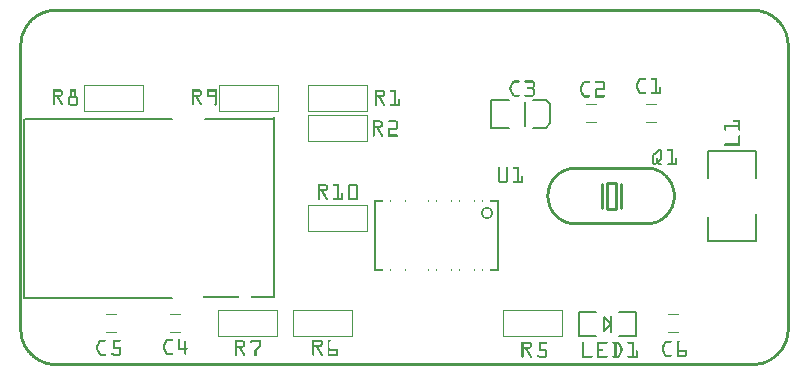
<source format=gto>
G04 MADE WITH FRITZING*
G04 WWW.FRITZING.ORG*
G04 DOUBLE SIDED*
G04 HOLES PLATED*
G04 CONTOUR ON CENTER OF CONTOUR VECTOR*
%ASAXBY*%
%FSLAX23Y23*%
%MOIN*%
%OFA0B0*%
%SFA1.0B1.0*%
%ADD10C,0.042189X0.030189*%
%ADD11R,0.038714X0.096457X0.019029X0.076772*%
%ADD12C,0.009843*%
%ADD13C,0.007975*%
%ADD14C,0.008000*%
%ADD15C,0.005000*%
%ADD16C,0.006000*%
%ADD17R,0.001000X0.001000*%
%LNSILK1*%
G90*
G70*
G54D10*
X1557Y541D03*
G54D12*
X1958Y639D02*
X1987Y639D01*
X1987Y552D01*
X1958Y552D01*
X1958Y639D01*
D02*
G54D13*
X15Y854D02*
X15Y256D01*
D02*
X846Y854D02*
X617Y854D01*
D02*
X19Y854D02*
X507Y854D01*
D02*
X15Y258D02*
X507Y258D01*
G54D14*
D02*
X1632Y823D02*
X1573Y823D01*
D02*
X1573Y823D02*
X1573Y917D01*
D02*
X1573Y917D02*
X1632Y917D01*
D02*
X1711Y823D02*
X1754Y823D01*
D02*
X1754Y823D02*
X1770Y839D01*
D02*
X1770Y839D02*
X1770Y902D01*
D02*
X1770Y902D02*
X1754Y917D01*
D02*
X1754Y917D02*
X1711Y917D01*
G54D15*
D02*
X1686Y910D02*
X1686Y830D01*
D02*
X2296Y525D02*
X2296Y445D01*
D02*
X2296Y445D02*
X2456Y445D01*
D02*
X2456Y445D02*
X2456Y535D01*
D02*
X2296Y655D02*
X2296Y745D01*
D02*
X2296Y745D02*
X2456Y745D01*
D02*
X2456Y745D02*
X2456Y655D01*
G54D14*
D02*
X1921Y210D02*
X1866Y210D01*
D02*
X1866Y210D02*
X1866Y131D01*
D02*
X1866Y131D02*
X1921Y131D01*
D02*
X2000Y210D02*
X2055Y210D01*
D02*
X2055Y210D02*
X2055Y131D01*
D02*
X2055Y131D02*
X2000Y131D01*
D02*
X1972Y198D02*
X1972Y170D01*
D02*
X1972Y170D02*
X1972Y143D01*
D02*
X1972Y170D02*
X1949Y194D01*
D02*
X1949Y194D02*
X1949Y147D01*
D02*
X1949Y147D02*
X1972Y170D01*
G54D16*
D02*
X1186Y349D02*
X1186Y580D01*
D02*
X1595Y580D02*
X1595Y349D01*
G54D12*
X2004Y635D02*
X2004Y557D01*
D02*
X1941Y635D02*
X1941Y557D01*
D02*
G54D17*
X112Y1220D02*
X2455Y1220D01*
X104Y1219D02*
X2463Y1219D01*
X99Y1218D02*
X2469Y1218D01*
X94Y1217D02*
X2473Y1217D01*
X90Y1216D02*
X2477Y1216D01*
X87Y1215D02*
X2480Y1215D01*
X84Y1214D02*
X2483Y1214D01*
X81Y1213D02*
X2486Y1213D01*
X78Y1212D02*
X2489Y1212D01*
X76Y1211D02*
X2491Y1211D01*
X74Y1210D02*
X111Y1210D01*
X2456Y1210D02*
X2494Y1210D01*
X71Y1209D02*
X104Y1209D01*
X2464Y1209D02*
X2496Y1209D01*
X69Y1208D02*
X98Y1208D01*
X2469Y1208D02*
X2498Y1208D01*
X67Y1207D02*
X94Y1207D01*
X2473Y1207D02*
X2500Y1207D01*
X65Y1206D02*
X90Y1206D01*
X2477Y1206D02*
X2502Y1206D01*
X64Y1205D02*
X87Y1205D01*
X2480Y1205D02*
X2504Y1205D01*
X62Y1204D02*
X84Y1204D01*
X2483Y1204D02*
X2506Y1204D01*
X60Y1203D02*
X81Y1203D01*
X2486Y1203D02*
X2507Y1203D01*
X58Y1202D02*
X79Y1202D01*
X2489Y1202D02*
X2509Y1202D01*
X57Y1201D02*
X77Y1201D01*
X2491Y1201D02*
X2511Y1201D01*
X55Y1200D02*
X74Y1200D01*
X2493Y1200D02*
X2512Y1200D01*
X54Y1199D02*
X72Y1199D01*
X2495Y1199D02*
X2514Y1199D01*
X52Y1198D02*
X70Y1198D01*
X2497Y1198D02*
X2515Y1198D01*
X51Y1197D02*
X68Y1197D01*
X2499Y1197D02*
X2516Y1197D01*
X50Y1196D02*
X67Y1196D01*
X2501Y1196D02*
X2518Y1196D01*
X48Y1195D02*
X65Y1195D01*
X2503Y1195D02*
X2519Y1195D01*
X47Y1194D02*
X63Y1194D01*
X2504Y1194D02*
X2520Y1194D01*
X46Y1193D02*
X62Y1193D01*
X2506Y1193D02*
X2522Y1193D01*
X45Y1192D02*
X60Y1192D01*
X2507Y1192D02*
X2523Y1192D01*
X43Y1191D02*
X59Y1191D01*
X2509Y1191D02*
X2524Y1191D01*
X42Y1190D02*
X57Y1190D01*
X2510Y1190D02*
X2525Y1190D01*
X41Y1189D02*
X56Y1189D01*
X2512Y1189D02*
X2526Y1189D01*
X40Y1188D02*
X55Y1188D01*
X2513Y1188D02*
X2527Y1188D01*
X39Y1187D02*
X53Y1187D01*
X2514Y1187D02*
X2528Y1187D01*
X38Y1186D02*
X52Y1186D01*
X2515Y1186D02*
X2530Y1186D01*
X37Y1185D02*
X51Y1185D01*
X2517Y1185D02*
X2531Y1185D01*
X36Y1184D02*
X50Y1184D01*
X2518Y1184D02*
X2532Y1184D01*
X35Y1183D02*
X48Y1183D01*
X2519Y1183D02*
X2533Y1183D01*
X34Y1182D02*
X47Y1182D01*
X2520Y1182D02*
X2533Y1182D01*
X33Y1181D02*
X46Y1181D01*
X2521Y1181D02*
X2534Y1181D01*
X32Y1180D02*
X45Y1180D01*
X2522Y1180D02*
X2535Y1180D01*
X31Y1179D02*
X44Y1179D01*
X2523Y1179D02*
X2536Y1179D01*
X30Y1178D02*
X43Y1178D01*
X2524Y1178D02*
X2537Y1178D01*
X29Y1177D02*
X42Y1177D01*
X2525Y1177D02*
X2538Y1177D01*
X29Y1176D02*
X41Y1176D01*
X2526Y1176D02*
X2539Y1176D01*
X28Y1175D02*
X40Y1175D01*
X2527Y1175D02*
X2540Y1175D01*
X27Y1174D02*
X39Y1174D01*
X2528Y1174D02*
X2540Y1174D01*
X26Y1173D02*
X38Y1173D01*
X2529Y1173D02*
X2541Y1173D01*
X25Y1172D02*
X37Y1172D01*
X2530Y1172D02*
X2542Y1172D01*
X25Y1171D02*
X36Y1171D01*
X2531Y1171D02*
X2543Y1171D01*
X24Y1170D02*
X36Y1170D01*
X2532Y1170D02*
X2543Y1170D01*
X23Y1169D02*
X35Y1169D01*
X2533Y1169D02*
X2544Y1169D01*
X23Y1168D02*
X34Y1168D01*
X2533Y1168D02*
X2545Y1168D01*
X22Y1167D02*
X33Y1167D01*
X2534Y1167D02*
X2545Y1167D01*
X21Y1166D02*
X32Y1166D01*
X2535Y1166D02*
X2546Y1166D01*
X20Y1165D02*
X32Y1165D01*
X2536Y1165D02*
X2547Y1165D01*
X20Y1164D02*
X31Y1164D01*
X2536Y1164D02*
X2547Y1164D01*
X19Y1163D02*
X30Y1163D01*
X2537Y1163D02*
X2548Y1163D01*
X19Y1162D02*
X29Y1162D01*
X2538Y1162D02*
X2549Y1162D01*
X18Y1161D02*
X29Y1161D01*
X2539Y1161D02*
X2549Y1161D01*
X17Y1160D02*
X28Y1160D01*
X2539Y1160D02*
X2550Y1160D01*
X17Y1159D02*
X27Y1159D01*
X2540Y1159D02*
X2550Y1159D01*
X16Y1158D02*
X27Y1158D01*
X2541Y1158D02*
X2551Y1158D01*
X16Y1157D02*
X26Y1157D01*
X2541Y1157D02*
X2552Y1157D01*
X15Y1156D02*
X25Y1156D01*
X2542Y1156D02*
X2552Y1156D01*
X15Y1155D02*
X25Y1155D01*
X2542Y1155D02*
X2553Y1155D01*
X14Y1154D02*
X24Y1154D01*
X2543Y1154D02*
X2553Y1154D01*
X14Y1153D02*
X24Y1153D01*
X2543Y1153D02*
X2554Y1153D01*
X13Y1152D02*
X23Y1152D01*
X2544Y1152D02*
X2554Y1152D01*
X13Y1151D02*
X23Y1151D01*
X2545Y1151D02*
X2555Y1151D01*
X12Y1150D02*
X22Y1150D01*
X2545Y1150D02*
X2555Y1150D01*
X12Y1149D02*
X22Y1149D01*
X2546Y1149D02*
X2556Y1149D01*
X11Y1148D02*
X21Y1148D01*
X2546Y1148D02*
X2556Y1148D01*
X11Y1147D02*
X21Y1147D01*
X2547Y1147D02*
X2556Y1147D01*
X10Y1146D02*
X20Y1146D01*
X2547Y1146D02*
X2557Y1146D01*
X10Y1145D02*
X20Y1145D01*
X2548Y1145D02*
X2557Y1145D01*
X9Y1144D02*
X19Y1144D01*
X2548Y1144D02*
X2558Y1144D01*
X9Y1143D02*
X19Y1143D01*
X2548Y1143D02*
X2558Y1143D01*
X9Y1142D02*
X18Y1142D01*
X2549Y1142D02*
X2558Y1142D01*
X8Y1141D02*
X18Y1141D01*
X2549Y1141D02*
X2559Y1141D01*
X8Y1140D02*
X17Y1140D01*
X2550Y1140D02*
X2559Y1140D01*
X7Y1139D02*
X17Y1139D01*
X2550Y1139D02*
X2560Y1139D01*
X7Y1138D02*
X17Y1138D01*
X2551Y1138D02*
X2560Y1138D01*
X7Y1137D02*
X16Y1137D01*
X2551Y1137D02*
X2560Y1137D01*
X6Y1136D02*
X16Y1136D01*
X2551Y1136D02*
X2561Y1136D01*
X6Y1135D02*
X15Y1135D01*
X2552Y1135D02*
X2561Y1135D01*
X6Y1134D02*
X15Y1134D01*
X2552Y1134D02*
X2561Y1134D01*
X5Y1133D02*
X15Y1133D01*
X2552Y1133D02*
X2562Y1133D01*
X5Y1132D02*
X14Y1132D01*
X2553Y1132D02*
X2562Y1132D01*
X5Y1131D02*
X14Y1131D01*
X2553Y1131D02*
X2562Y1131D01*
X5Y1130D02*
X14Y1130D01*
X2553Y1130D02*
X2562Y1130D01*
X4Y1129D02*
X14Y1129D01*
X2554Y1129D02*
X2563Y1129D01*
X4Y1128D02*
X13Y1128D01*
X2554Y1128D02*
X2563Y1128D01*
X4Y1127D02*
X13Y1127D01*
X2554Y1127D02*
X2563Y1127D01*
X4Y1126D02*
X13Y1126D01*
X2554Y1126D02*
X2563Y1126D01*
X3Y1125D02*
X12Y1125D01*
X2555Y1125D02*
X2564Y1125D01*
X3Y1124D02*
X12Y1124D01*
X2555Y1124D02*
X2564Y1124D01*
X3Y1123D02*
X12Y1123D01*
X2555Y1123D02*
X2564Y1123D01*
X3Y1122D02*
X12Y1122D01*
X2555Y1122D02*
X2564Y1122D01*
X2Y1121D02*
X12Y1121D01*
X2555Y1121D02*
X2565Y1121D01*
X2Y1120D02*
X11Y1120D01*
X2556Y1120D02*
X2565Y1120D01*
X2Y1119D02*
X11Y1119D01*
X2556Y1119D02*
X2565Y1119D01*
X2Y1118D02*
X11Y1118D01*
X2556Y1118D02*
X2565Y1118D01*
X2Y1117D02*
X11Y1117D01*
X2556Y1117D02*
X2565Y1117D01*
X2Y1116D02*
X11Y1116D01*
X2556Y1116D02*
X2565Y1116D01*
X1Y1115D02*
X10Y1115D01*
X2557Y1115D02*
X2566Y1115D01*
X1Y1114D02*
X10Y1114D01*
X2557Y1114D02*
X2566Y1114D01*
X1Y1113D02*
X10Y1113D01*
X2557Y1113D02*
X2566Y1113D01*
X1Y1112D02*
X10Y1112D01*
X2557Y1112D02*
X2566Y1112D01*
X1Y1111D02*
X10Y1111D01*
X2557Y1111D02*
X2566Y1111D01*
X1Y1110D02*
X10Y1110D01*
X2557Y1110D02*
X2566Y1110D01*
X1Y1109D02*
X10Y1109D01*
X2557Y1109D02*
X2566Y1109D01*
X1Y1108D02*
X10Y1108D01*
X2557Y1108D02*
X2566Y1108D01*
X0Y1107D02*
X9Y1107D01*
X2558Y1107D02*
X2567Y1107D01*
X0Y1106D02*
X9Y1106D01*
X2558Y1106D02*
X2567Y1106D01*
X0Y1105D02*
X9Y1105D01*
X2558Y1105D02*
X2567Y1105D01*
X0Y1104D02*
X9Y1104D01*
X2558Y1104D02*
X2567Y1104D01*
X0Y1103D02*
X9Y1103D01*
X2558Y1103D02*
X2567Y1103D01*
X0Y1102D02*
X9Y1102D01*
X2558Y1102D02*
X2567Y1102D01*
X0Y1101D02*
X9Y1101D01*
X2558Y1101D02*
X2567Y1101D01*
X0Y1100D02*
X9Y1100D01*
X2558Y1100D02*
X2567Y1100D01*
X0Y1099D02*
X9Y1099D01*
X2558Y1099D02*
X2567Y1099D01*
X0Y1098D02*
X9Y1098D01*
X2558Y1098D02*
X2567Y1098D01*
X0Y1097D02*
X9Y1097D01*
X2558Y1097D02*
X2567Y1097D01*
X0Y1096D02*
X9Y1096D01*
X2558Y1096D02*
X2567Y1096D01*
X0Y1095D02*
X9Y1095D01*
X2558Y1095D02*
X2567Y1095D01*
X0Y1094D02*
X9Y1094D01*
X2558Y1094D02*
X2567Y1094D01*
X0Y1093D02*
X9Y1093D01*
X2558Y1093D02*
X2567Y1093D01*
X0Y1092D02*
X9Y1092D01*
X2558Y1092D02*
X2567Y1092D01*
X0Y1091D02*
X9Y1091D01*
X2558Y1091D02*
X2567Y1091D01*
X0Y1090D02*
X9Y1090D01*
X2558Y1090D02*
X2567Y1090D01*
X0Y1089D02*
X9Y1089D01*
X2558Y1089D02*
X2567Y1089D01*
X0Y1088D02*
X9Y1088D01*
X2558Y1088D02*
X2567Y1088D01*
X0Y1087D02*
X9Y1087D01*
X2558Y1087D02*
X2567Y1087D01*
X0Y1086D02*
X9Y1086D01*
X2558Y1086D02*
X2567Y1086D01*
X0Y1085D02*
X9Y1085D01*
X2558Y1085D02*
X2567Y1085D01*
X0Y1084D02*
X9Y1084D01*
X2558Y1084D02*
X2567Y1084D01*
X0Y1083D02*
X9Y1083D01*
X2558Y1083D02*
X2567Y1083D01*
X0Y1082D02*
X9Y1082D01*
X2558Y1082D02*
X2567Y1082D01*
X0Y1081D02*
X9Y1081D01*
X2558Y1081D02*
X2567Y1081D01*
X0Y1080D02*
X9Y1080D01*
X2558Y1080D02*
X2567Y1080D01*
X0Y1079D02*
X9Y1079D01*
X2558Y1079D02*
X2567Y1079D01*
X0Y1078D02*
X9Y1078D01*
X2558Y1078D02*
X2567Y1078D01*
X0Y1077D02*
X9Y1077D01*
X2558Y1077D02*
X2567Y1077D01*
X0Y1076D02*
X9Y1076D01*
X2558Y1076D02*
X2567Y1076D01*
X0Y1075D02*
X9Y1075D01*
X2558Y1075D02*
X2567Y1075D01*
X0Y1074D02*
X9Y1074D01*
X2558Y1074D02*
X2567Y1074D01*
X0Y1073D02*
X9Y1073D01*
X2558Y1073D02*
X2567Y1073D01*
X0Y1072D02*
X9Y1072D01*
X2558Y1072D02*
X2567Y1072D01*
X0Y1071D02*
X9Y1071D01*
X2558Y1071D02*
X2567Y1071D01*
X0Y1070D02*
X9Y1070D01*
X2558Y1070D02*
X2567Y1070D01*
X0Y1069D02*
X9Y1069D01*
X2558Y1069D02*
X2567Y1069D01*
X0Y1068D02*
X9Y1068D01*
X2558Y1068D02*
X2567Y1068D01*
X0Y1067D02*
X9Y1067D01*
X2558Y1067D02*
X2567Y1067D01*
X0Y1066D02*
X9Y1066D01*
X2558Y1066D02*
X2567Y1066D01*
X0Y1065D02*
X9Y1065D01*
X2558Y1065D02*
X2567Y1065D01*
X0Y1064D02*
X9Y1064D01*
X2558Y1064D02*
X2567Y1064D01*
X0Y1063D02*
X9Y1063D01*
X2558Y1063D02*
X2567Y1063D01*
X0Y1062D02*
X9Y1062D01*
X2558Y1062D02*
X2567Y1062D01*
X0Y1061D02*
X9Y1061D01*
X2558Y1061D02*
X2567Y1061D01*
X0Y1060D02*
X9Y1060D01*
X2558Y1060D02*
X2567Y1060D01*
X0Y1059D02*
X9Y1059D01*
X2558Y1059D02*
X2567Y1059D01*
X0Y1058D02*
X9Y1058D01*
X2558Y1058D02*
X2567Y1058D01*
X0Y1057D02*
X9Y1057D01*
X2558Y1057D02*
X2567Y1057D01*
X0Y1056D02*
X9Y1056D01*
X2558Y1056D02*
X2567Y1056D01*
X0Y1055D02*
X9Y1055D01*
X2558Y1055D02*
X2567Y1055D01*
X0Y1054D02*
X9Y1054D01*
X2558Y1054D02*
X2567Y1054D01*
X0Y1053D02*
X9Y1053D01*
X2558Y1053D02*
X2567Y1053D01*
X0Y1052D02*
X9Y1052D01*
X2558Y1052D02*
X2567Y1052D01*
X0Y1051D02*
X9Y1051D01*
X2558Y1051D02*
X2567Y1051D01*
X0Y1050D02*
X9Y1050D01*
X2558Y1050D02*
X2567Y1050D01*
X0Y1049D02*
X9Y1049D01*
X2558Y1049D02*
X2567Y1049D01*
X0Y1048D02*
X9Y1048D01*
X2558Y1048D02*
X2567Y1048D01*
X0Y1047D02*
X9Y1047D01*
X2558Y1047D02*
X2567Y1047D01*
X0Y1046D02*
X9Y1046D01*
X2558Y1046D02*
X2567Y1046D01*
X0Y1045D02*
X9Y1045D01*
X2558Y1045D02*
X2567Y1045D01*
X0Y1044D02*
X9Y1044D01*
X2558Y1044D02*
X2567Y1044D01*
X0Y1043D02*
X9Y1043D01*
X2558Y1043D02*
X2567Y1043D01*
X0Y1042D02*
X9Y1042D01*
X2558Y1042D02*
X2567Y1042D01*
X0Y1041D02*
X9Y1041D01*
X2558Y1041D02*
X2567Y1041D01*
X0Y1040D02*
X9Y1040D01*
X2558Y1040D02*
X2567Y1040D01*
X0Y1039D02*
X9Y1039D01*
X2558Y1039D02*
X2567Y1039D01*
X0Y1038D02*
X9Y1038D01*
X2558Y1038D02*
X2567Y1038D01*
X0Y1037D02*
X9Y1037D01*
X2558Y1037D02*
X2567Y1037D01*
X0Y1036D02*
X9Y1036D01*
X2558Y1036D02*
X2567Y1036D01*
X0Y1035D02*
X9Y1035D01*
X2558Y1035D02*
X2567Y1035D01*
X0Y1034D02*
X9Y1034D01*
X2558Y1034D02*
X2567Y1034D01*
X0Y1033D02*
X9Y1033D01*
X2558Y1033D02*
X2567Y1033D01*
X0Y1032D02*
X9Y1032D01*
X2558Y1032D02*
X2567Y1032D01*
X0Y1031D02*
X9Y1031D01*
X2558Y1031D02*
X2567Y1031D01*
X0Y1030D02*
X9Y1030D01*
X2558Y1030D02*
X2567Y1030D01*
X0Y1029D02*
X9Y1029D01*
X2558Y1029D02*
X2567Y1029D01*
X0Y1028D02*
X9Y1028D01*
X2558Y1028D02*
X2567Y1028D01*
X0Y1027D02*
X9Y1027D01*
X2558Y1027D02*
X2567Y1027D01*
X0Y1026D02*
X9Y1026D01*
X2558Y1026D02*
X2567Y1026D01*
X0Y1025D02*
X9Y1025D01*
X2558Y1025D02*
X2567Y1025D01*
X0Y1024D02*
X9Y1024D01*
X2558Y1024D02*
X2567Y1024D01*
X0Y1023D02*
X9Y1023D01*
X2558Y1023D02*
X2567Y1023D01*
X0Y1022D02*
X9Y1022D01*
X2558Y1022D02*
X2567Y1022D01*
X0Y1021D02*
X9Y1021D01*
X2558Y1021D02*
X2567Y1021D01*
X0Y1020D02*
X9Y1020D01*
X2558Y1020D02*
X2567Y1020D01*
X0Y1019D02*
X9Y1019D01*
X2558Y1019D02*
X2567Y1019D01*
X0Y1018D02*
X9Y1018D01*
X2558Y1018D02*
X2567Y1018D01*
X0Y1017D02*
X9Y1017D01*
X2558Y1017D02*
X2567Y1017D01*
X0Y1016D02*
X9Y1016D01*
X2558Y1016D02*
X2567Y1016D01*
X0Y1015D02*
X9Y1015D01*
X2558Y1015D02*
X2567Y1015D01*
X0Y1014D02*
X9Y1014D01*
X2558Y1014D02*
X2567Y1014D01*
X0Y1013D02*
X9Y1013D01*
X2558Y1013D02*
X2567Y1013D01*
X0Y1012D02*
X9Y1012D01*
X2558Y1012D02*
X2567Y1012D01*
X0Y1011D02*
X9Y1011D01*
X2558Y1011D02*
X2567Y1011D01*
X0Y1010D02*
X9Y1010D01*
X2558Y1010D02*
X2567Y1010D01*
X0Y1009D02*
X9Y1009D01*
X2558Y1009D02*
X2567Y1009D01*
X0Y1008D02*
X9Y1008D01*
X2558Y1008D02*
X2567Y1008D01*
X0Y1007D02*
X9Y1007D01*
X2558Y1007D02*
X2567Y1007D01*
X0Y1006D02*
X9Y1006D01*
X2558Y1006D02*
X2567Y1006D01*
X0Y1005D02*
X9Y1005D01*
X2558Y1005D02*
X2567Y1005D01*
X0Y1004D02*
X9Y1004D01*
X2558Y1004D02*
X2567Y1004D01*
X0Y1003D02*
X9Y1003D01*
X2558Y1003D02*
X2567Y1003D01*
X0Y1002D02*
X9Y1002D01*
X2558Y1002D02*
X2567Y1002D01*
X0Y1001D02*
X9Y1001D01*
X2558Y1001D02*
X2567Y1001D01*
X0Y1000D02*
X9Y1000D01*
X2558Y1000D02*
X2567Y1000D01*
X0Y999D02*
X9Y999D01*
X2558Y999D02*
X2567Y999D01*
X0Y998D02*
X9Y998D01*
X2558Y998D02*
X2567Y998D01*
X0Y997D02*
X9Y997D01*
X2558Y997D02*
X2567Y997D01*
X0Y996D02*
X9Y996D01*
X2558Y996D02*
X2567Y996D01*
X0Y995D02*
X9Y995D01*
X2558Y995D02*
X2567Y995D01*
X0Y994D02*
X9Y994D01*
X2558Y994D02*
X2567Y994D01*
X0Y993D02*
X9Y993D01*
X2558Y993D02*
X2567Y993D01*
X0Y992D02*
X9Y992D01*
X2558Y992D02*
X2567Y992D01*
X0Y991D02*
X9Y991D01*
X2558Y991D02*
X2567Y991D01*
X0Y990D02*
X9Y990D01*
X2072Y990D02*
X2085Y990D01*
X2108Y990D02*
X2122Y990D01*
X2558Y990D02*
X2567Y990D01*
X0Y989D02*
X9Y989D01*
X2068Y989D02*
X2087Y989D01*
X2106Y989D02*
X2125Y989D01*
X2558Y989D02*
X2567Y989D01*
X0Y988D02*
X9Y988D01*
X2067Y988D02*
X2088Y988D01*
X2105Y988D02*
X2125Y988D01*
X2558Y988D02*
X2567Y988D01*
X0Y987D02*
X9Y987D01*
X2065Y987D02*
X2088Y987D01*
X2105Y987D02*
X2125Y987D01*
X2558Y987D02*
X2567Y987D01*
X0Y986D02*
X9Y986D01*
X2064Y986D02*
X2088Y986D01*
X2105Y986D02*
X2125Y986D01*
X2558Y986D02*
X2567Y986D01*
X0Y985D02*
X9Y985D01*
X2064Y985D02*
X2088Y985D01*
X2105Y985D02*
X2125Y985D01*
X2558Y985D02*
X2567Y985D01*
X0Y984D02*
X9Y984D01*
X2063Y984D02*
X2087Y984D01*
X2106Y984D02*
X2125Y984D01*
X2558Y984D02*
X2567Y984D01*
X0Y983D02*
X9Y983D01*
X2063Y983D02*
X2071Y983D01*
X2118Y983D02*
X2125Y983D01*
X2558Y983D02*
X2567Y983D01*
X0Y982D02*
X9Y982D01*
X2062Y982D02*
X2069Y982D01*
X2119Y982D02*
X2125Y982D01*
X2558Y982D02*
X2567Y982D01*
X0Y981D02*
X9Y981D01*
X1648Y981D02*
X1666Y981D01*
X1685Y981D02*
X1713Y981D01*
X2062Y981D02*
X2069Y981D01*
X2119Y981D02*
X2125Y981D01*
X2558Y981D02*
X2567Y981D01*
X0Y980D02*
X9Y980D01*
X1646Y980D02*
X1667Y980D01*
X1684Y980D02*
X1715Y980D01*
X2061Y980D02*
X2068Y980D01*
X2119Y980D02*
X2125Y980D01*
X2558Y980D02*
X2567Y980D01*
X0Y979D02*
X9Y979D01*
X1644Y979D02*
X1667Y979D01*
X1684Y979D02*
X1716Y979D01*
X2061Y979D02*
X2068Y979D01*
X2119Y979D02*
X2125Y979D01*
X2558Y979D02*
X2567Y979D01*
X0Y978D02*
X9Y978D01*
X1643Y978D02*
X1667Y978D01*
X1684Y978D02*
X1716Y978D01*
X1881Y978D02*
X1900Y978D01*
X1919Y978D02*
X1948Y978D01*
X2060Y978D02*
X2067Y978D01*
X2119Y978D02*
X2125Y978D01*
X2558Y978D02*
X2567Y978D01*
X0Y977D02*
X9Y977D01*
X1643Y977D02*
X1667Y977D01*
X1684Y977D02*
X1717Y977D01*
X1880Y977D02*
X1901Y977D01*
X1918Y977D02*
X1949Y977D01*
X2060Y977D02*
X2067Y977D01*
X2119Y977D02*
X2125Y977D01*
X2558Y977D02*
X2567Y977D01*
X0Y976D02*
X9Y976D01*
X1642Y976D02*
X1666Y976D01*
X1685Y976D02*
X1717Y976D01*
X1878Y976D02*
X1901Y976D01*
X1918Y976D02*
X1950Y976D01*
X2059Y976D02*
X2066Y976D01*
X2119Y976D02*
X2125Y976D01*
X2558Y976D02*
X2567Y976D01*
X0Y975D02*
X9Y975D01*
X1642Y975D02*
X1664Y975D01*
X1686Y975D02*
X1717Y975D01*
X1877Y975D02*
X1901Y975D01*
X1918Y975D02*
X1951Y975D01*
X2059Y975D02*
X2066Y975D01*
X2119Y975D02*
X2125Y975D01*
X2558Y975D02*
X2567Y975D01*
X0Y974D02*
X9Y974D01*
X1641Y974D02*
X1648Y974D01*
X1711Y974D02*
X1717Y974D01*
X1877Y974D02*
X1901Y974D01*
X1918Y974D02*
X1951Y974D01*
X2058Y974D02*
X2065Y974D01*
X2119Y974D02*
X2125Y974D01*
X2558Y974D02*
X2567Y974D01*
X0Y973D02*
X9Y973D01*
X1641Y973D02*
X1648Y973D01*
X1711Y973D02*
X1717Y973D01*
X1876Y973D02*
X1900Y973D01*
X1919Y973D02*
X1951Y973D01*
X2058Y973D02*
X2065Y973D01*
X2119Y973D02*
X2125Y973D01*
X2558Y973D02*
X2567Y973D01*
X0Y972D02*
X9Y972D01*
X1640Y972D02*
X1647Y972D01*
X1711Y972D02*
X1717Y972D01*
X1876Y972D02*
X1898Y972D01*
X1921Y972D02*
X1951Y972D01*
X2057Y972D02*
X2064Y972D01*
X2119Y972D02*
X2125Y972D01*
X2558Y972D02*
X2567Y972D01*
X0Y971D02*
X9Y971D01*
X1640Y971D02*
X1647Y971D01*
X1711Y971D02*
X1717Y971D01*
X1875Y971D02*
X1882Y971D01*
X1945Y971D02*
X1951Y971D01*
X2057Y971D02*
X2064Y971D01*
X2119Y971D02*
X2125Y971D01*
X2558Y971D02*
X2567Y971D01*
X0Y970D02*
X9Y970D01*
X1639Y970D02*
X1646Y970D01*
X1711Y970D02*
X1717Y970D01*
X1875Y970D02*
X1882Y970D01*
X1945Y970D02*
X1951Y970D01*
X2056Y970D02*
X2063Y970D01*
X2119Y970D02*
X2125Y970D01*
X2558Y970D02*
X2567Y970D01*
X0Y969D02*
X9Y969D01*
X1639Y969D02*
X1646Y969D01*
X1711Y969D02*
X1717Y969D01*
X1874Y969D02*
X1881Y969D01*
X1945Y969D02*
X1951Y969D01*
X2056Y969D02*
X2063Y969D01*
X2119Y969D02*
X2125Y969D01*
X2558Y969D02*
X2567Y969D01*
X0Y968D02*
X9Y968D01*
X1638Y968D02*
X1645Y968D01*
X1711Y968D02*
X1717Y968D01*
X1874Y968D02*
X1881Y968D01*
X1945Y968D02*
X1951Y968D01*
X2056Y968D02*
X2062Y968D01*
X2119Y968D02*
X2125Y968D01*
X2558Y968D02*
X2567Y968D01*
X0Y967D02*
X9Y967D01*
X1638Y967D02*
X1645Y967D01*
X1711Y967D02*
X1717Y967D01*
X1873Y967D02*
X1880Y967D01*
X1945Y967D02*
X1951Y967D01*
X2055Y967D02*
X2062Y967D01*
X2119Y967D02*
X2125Y967D01*
X2558Y967D02*
X2567Y967D01*
X0Y966D02*
X9Y966D01*
X215Y966D02*
X415Y966D01*
X665Y966D02*
X865Y966D01*
X962Y966D02*
X1162Y966D01*
X1637Y966D02*
X1644Y966D01*
X1711Y966D02*
X1717Y966D01*
X1873Y966D02*
X1880Y966D01*
X1945Y966D02*
X1951Y966D01*
X2055Y966D02*
X2061Y966D01*
X2119Y966D02*
X2125Y966D01*
X2558Y966D02*
X2567Y966D01*
X0Y965D02*
X9Y965D01*
X215Y965D02*
X415Y965D01*
X665Y965D02*
X865Y965D01*
X962Y965D02*
X1162Y965D01*
X1637Y965D02*
X1643Y965D01*
X1711Y965D02*
X1717Y965D01*
X1872Y965D02*
X1879Y965D01*
X1945Y965D02*
X1951Y965D01*
X2055Y965D02*
X2061Y965D01*
X2119Y965D02*
X2125Y965D01*
X2558Y965D02*
X2567Y965D01*
X0Y964D02*
X9Y964D01*
X215Y964D02*
X415Y964D01*
X665Y964D02*
X865Y964D01*
X962Y964D02*
X1162Y964D01*
X1636Y964D02*
X1643Y964D01*
X1711Y964D02*
X1717Y964D01*
X1872Y964D02*
X1879Y964D01*
X1945Y964D02*
X1951Y964D01*
X2055Y964D02*
X2061Y964D01*
X2119Y964D02*
X2125Y964D01*
X2558Y964D02*
X2567Y964D01*
X0Y963D02*
X9Y963D01*
X215Y963D02*
X217Y963D01*
X291Y963D02*
X339Y963D01*
X413Y963D02*
X415Y963D01*
X665Y963D02*
X667Y963D01*
X741Y963D02*
X789Y963D01*
X863Y963D02*
X865Y963D01*
X962Y963D02*
X964Y963D01*
X1038Y963D02*
X1086Y963D01*
X1160Y963D02*
X1162Y963D01*
X1636Y963D02*
X1642Y963D01*
X1711Y963D02*
X1717Y963D01*
X1871Y963D02*
X1878Y963D01*
X1945Y963D02*
X1951Y963D01*
X2055Y963D02*
X2061Y963D01*
X2119Y963D02*
X2125Y963D01*
X2558Y963D02*
X2567Y963D01*
X0Y962D02*
X9Y962D01*
X215Y962D02*
X217Y962D01*
X413Y962D02*
X415Y962D01*
X665Y962D02*
X667Y962D01*
X863Y962D02*
X865Y962D01*
X962Y962D02*
X964Y962D01*
X1160Y962D02*
X1162Y962D01*
X1635Y962D02*
X1642Y962D01*
X1711Y962D02*
X1717Y962D01*
X1871Y962D02*
X1878Y962D01*
X1945Y962D02*
X1951Y962D01*
X2055Y962D02*
X2061Y962D01*
X2119Y962D02*
X2125Y962D01*
X2558Y962D02*
X2567Y962D01*
X0Y961D02*
X9Y961D01*
X215Y961D02*
X217Y961D01*
X413Y961D02*
X415Y961D01*
X665Y961D02*
X667Y961D01*
X863Y961D02*
X865Y961D01*
X962Y961D02*
X964Y961D01*
X1160Y961D02*
X1162Y961D01*
X1635Y961D02*
X1641Y961D01*
X1711Y961D02*
X1717Y961D01*
X1870Y961D02*
X1877Y961D01*
X1945Y961D02*
X1951Y961D01*
X2055Y961D02*
X2061Y961D01*
X2119Y961D02*
X2125Y961D01*
X2558Y961D02*
X2567Y961D01*
X0Y960D02*
X9Y960D01*
X215Y960D02*
X217Y960D01*
X413Y960D02*
X415Y960D01*
X665Y960D02*
X667Y960D01*
X863Y960D02*
X865Y960D01*
X962Y960D02*
X964Y960D01*
X1160Y960D02*
X1162Y960D01*
X1634Y960D02*
X1641Y960D01*
X1711Y960D02*
X1717Y960D01*
X1870Y960D02*
X1877Y960D01*
X1945Y960D02*
X1951Y960D01*
X2055Y960D02*
X2061Y960D01*
X2119Y960D02*
X2125Y960D01*
X2134Y960D02*
X2137Y960D01*
X2558Y960D02*
X2567Y960D01*
X0Y959D02*
X9Y959D01*
X215Y959D02*
X217Y959D01*
X413Y959D02*
X415Y959D01*
X665Y959D02*
X667Y959D01*
X863Y959D02*
X865Y959D01*
X962Y959D02*
X964Y959D01*
X1160Y959D02*
X1162Y959D01*
X1634Y959D02*
X1640Y959D01*
X1710Y959D02*
X1717Y959D01*
X1869Y959D02*
X1876Y959D01*
X1945Y959D02*
X1951Y959D01*
X2055Y959D02*
X2062Y959D01*
X2119Y959D02*
X2125Y959D01*
X2133Y959D02*
X2138Y959D01*
X2558Y959D02*
X2567Y959D01*
X0Y958D02*
X9Y958D01*
X215Y958D02*
X217Y958D01*
X413Y958D02*
X415Y958D01*
X665Y958D02*
X667Y958D01*
X863Y958D02*
X865Y958D01*
X962Y958D02*
X964Y958D01*
X1160Y958D02*
X1162Y958D01*
X1634Y958D02*
X1640Y958D01*
X1693Y958D02*
X1716Y958D01*
X1869Y958D02*
X1876Y958D01*
X1945Y958D02*
X1951Y958D01*
X2056Y958D02*
X2062Y958D01*
X2119Y958D02*
X2125Y958D01*
X2133Y958D02*
X2138Y958D01*
X2558Y958D02*
X2567Y958D01*
X0Y957D02*
X9Y957D01*
X215Y957D02*
X217Y957D01*
X413Y957D02*
X415Y957D01*
X665Y957D02*
X667Y957D01*
X863Y957D02*
X865Y957D01*
X962Y957D02*
X964Y957D01*
X1160Y957D02*
X1162Y957D01*
X1634Y957D02*
X1640Y957D01*
X1691Y957D02*
X1716Y957D01*
X1869Y957D02*
X1875Y957D01*
X1945Y957D02*
X1951Y957D01*
X2056Y957D02*
X2063Y957D01*
X2119Y957D02*
X2125Y957D01*
X2132Y957D02*
X2138Y957D01*
X2558Y957D02*
X2567Y957D01*
X0Y956D02*
X9Y956D01*
X215Y956D02*
X217Y956D01*
X413Y956D02*
X415Y956D01*
X665Y956D02*
X667Y956D01*
X863Y956D02*
X865Y956D01*
X962Y956D02*
X964Y956D01*
X1160Y956D02*
X1162Y956D01*
X1633Y956D02*
X1640Y956D01*
X1691Y956D02*
X1715Y956D01*
X1868Y956D02*
X1875Y956D01*
X1945Y956D02*
X1951Y956D01*
X2056Y956D02*
X2063Y956D01*
X2119Y956D02*
X2125Y956D01*
X2132Y956D02*
X2138Y956D01*
X2558Y956D02*
X2567Y956D01*
X0Y955D02*
X9Y955D01*
X215Y955D02*
X217Y955D01*
X413Y955D02*
X415Y955D01*
X665Y955D02*
X667Y955D01*
X863Y955D02*
X865Y955D01*
X962Y955D02*
X964Y955D01*
X1160Y955D02*
X1162Y955D01*
X1633Y955D02*
X1639Y955D01*
X1691Y955D02*
X1715Y955D01*
X1868Y955D02*
X1874Y955D01*
X1923Y955D02*
X1951Y955D01*
X2057Y955D02*
X2064Y955D01*
X2119Y955D02*
X2125Y955D01*
X2132Y955D02*
X2138Y955D01*
X2558Y955D02*
X2567Y955D01*
X0Y954D02*
X9Y954D01*
X215Y954D02*
X217Y954D01*
X413Y954D02*
X415Y954D01*
X665Y954D02*
X667Y954D01*
X863Y954D02*
X865Y954D01*
X962Y954D02*
X964Y954D01*
X1160Y954D02*
X1162Y954D01*
X1633Y954D02*
X1640Y954D01*
X1691Y954D02*
X1715Y954D01*
X1868Y954D02*
X1874Y954D01*
X1921Y954D02*
X1951Y954D01*
X2057Y954D02*
X2064Y954D01*
X2119Y954D02*
X2125Y954D01*
X2132Y954D02*
X2138Y954D01*
X2558Y954D02*
X2567Y954D01*
X0Y953D02*
X9Y953D01*
X215Y953D02*
X217Y953D01*
X413Y953D02*
X415Y953D01*
X665Y953D02*
X667Y953D01*
X863Y953D02*
X865Y953D01*
X962Y953D02*
X964Y953D01*
X1160Y953D02*
X1162Y953D01*
X1634Y953D02*
X1640Y953D01*
X1691Y953D02*
X1716Y953D01*
X1868Y953D02*
X1874Y953D01*
X1920Y953D02*
X1951Y953D01*
X2058Y953D02*
X2065Y953D01*
X2119Y953D02*
X2125Y953D01*
X2132Y953D02*
X2138Y953D01*
X2558Y953D02*
X2567Y953D01*
X0Y952D02*
X9Y952D01*
X112Y952D02*
X135Y952D01*
X173Y952D02*
X185Y952D01*
X215Y952D02*
X217Y952D01*
X413Y952D02*
X415Y952D01*
X575Y952D02*
X598Y952D01*
X629Y952D02*
X655Y952D01*
X665Y952D02*
X667Y952D01*
X863Y952D02*
X865Y952D01*
X962Y952D02*
X964Y952D01*
X1160Y952D02*
X1162Y952D01*
X1634Y952D02*
X1640Y952D01*
X1692Y952D02*
X1716Y952D01*
X1868Y952D02*
X1874Y952D01*
X1919Y952D02*
X1951Y952D01*
X2058Y952D02*
X2065Y952D01*
X2119Y952D02*
X2125Y952D01*
X2132Y952D02*
X2138Y952D01*
X2558Y952D02*
X2567Y952D01*
X0Y951D02*
X9Y951D01*
X112Y951D02*
X139Y951D01*
X170Y951D02*
X187Y951D01*
X215Y951D02*
X217Y951D01*
X413Y951D02*
X415Y951D01*
X575Y951D02*
X602Y951D01*
X626Y951D02*
X657Y951D01*
X665Y951D02*
X667Y951D01*
X863Y951D02*
X865Y951D01*
X962Y951D02*
X964Y951D01*
X1160Y951D02*
X1162Y951D01*
X1634Y951D02*
X1640Y951D01*
X1709Y951D02*
X1717Y951D01*
X1868Y951D02*
X1874Y951D01*
X1918Y951D02*
X1950Y951D01*
X2059Y951D02*
X2066Y951D01*
X2119Y951D02*
X2125Y951D01*
X2132Y951D02*
X2138Y951D01*
X2558Y951D02*
X2567Y951D01*
X0Y950D02*
X9Y950D01*
X112Y950D02*
X141Y950D01*
X169Y950D02*
X188Y950D01*
X215Y950D02*
X217Y950D01*
X413Y950D02*
X415Y950D01*
X575Y950D02*
X604Y950D01*
X625Y950D02*
X658Y950D01*
X665Y950D02*
X667Y950D01*
X863Y950D02*
X865Y950D01*
X962Y950D02*
X964Y950D01*
X1160Y950D02*
X1162Y950D01*
X1634Y950D02*
X1641Y950D01*
X1710Y950D02*
X1717Y950D01*
X1868Y950D02*
X1874Y950D01*
X1918Y950D02*
X1949Y950D01*
X2059Y950D02*
X2066Y950D01*
X2119Y950D02*
X2125Y950D01*
X2132Y950D02*
X2138Y950D01*
X2558Y950D02*
X2567Y950D01*
X0Y949D02*
X9Y949D01*
X112Y949D02*
X142Y949D01*
X169Y949D02*
X188Y949D01*
X215Y949D02*
X217Y949D01*
X413Y949D02*
X415Y949D01*
X575Y949D02*
X605Y949D01*
X625Y949D02*
X658Y949D01*
X665Y949D02*
X667Y949D01*
X863Y949D02*
X865Y949D01*
X962Y949D02*
X964Y949D01*
X1160Y949D02*
X1162Y949D01*
X1186Y949D02*
X1213Y949D01*
X1237Y949D02*
X1255Y949D01*
X1635Y949D02*
X1641Y949D01*
X1711Y949D02*
X1717Y949D01*
X1868Y949D02*
X1874Y949D01*
X1918Y949D02*
X1947Y949D01*
X2060Y949D02*
X2067Y949D01*
X2119Y949D02*
X2125Y949D01*
X2132Y949D02*
X2138Y949D01*
X2558Y949D02*
X2567Y949D01*
X0Y948D02*
X9Y948D01*
X112Y948D02*
X143Y948D01*
X169Y948D02*
X189Y948D01*
X215Y948D02*
X217Y948D01*
X413Y948D02*
X415Y948D01*
X575Y948D02*
X606Y948D01*
X625Y948D02*
X659Y948D01*
X665Y948D02*
X667Y948D01*
X863Y948D02*
X865Y948D01*
X962Y948D02*
X964Y948D01*
X1160Y948D02*
X1162Y948D01*
X1186Y948D02*
X1215Y948D01*
X1236Y948D02*
X1255Y948D01*
X1635Y948D02*
X1642Y948D01*
X1711Y948D02*
X1717Y948D01*
X1868Y948D02*
X1875Y948D01*
X1918Y948D02*
X1924Y948D01*
X2060Y948D02*
X2067Y948D01*
X2119Y948D02*
X2125Y948D01*
X2132Y948D02*
X2138Y948D01*
X2558Y948D02*
X2567Y948D01*
X0Y947D02*
X9Y947D01*
X112Y947D02*
X144Y947D01*
X169Y947D02*
X189Y947D01*
X215Y947D02*
X217Y947D01*
X413Y947D02*
X415Y947D01*
X575Y947D02*
X607Y947D01*
X625Y947D02*
X659Y947D01*
X665Y947D02*
X667Y947D01*
X863Y947D02*
X865Y947D01*
X962Y947D02*
X964Y947D01*
X1160Y947D02*
X1162Y947D01*
X1186Y947D02*
X1216Y947D01*
X1236Y947D02*
X1255Y947D01*
X1635Y947D02*
X1642Y947D01*
X1711Y947D02*
X1717Y947D01*
X1869Y947D02*
X1875Y947D01*
X1918Y947D02*
X1924Y947D01*
X2061Y947D02*
X2068Y947D01*
X2119Y947D02*
X2125Y947D01*
X2132Y947D02*
X2138Y947D01*
X2558Y947D02*
X2567Y947D01*
X0Y946D02*
X9Y946D01*
X112Y946D02*
X144Y946D01*
X169Y946D02*
X189Y946D01*
X215Y946D02*
X217Y946D01*
X413Y946D02*
X415Y946D01*
X575Y946D02*
X607Y946D01*
X625Y946D02*
X659Y946D01*
X665Y946D02*
X667Y946D01*
X863Y946D02*
X865Y946D01*
X962Y946D02*
X964Y946D01*
X1160Y946D02*
X1162Y946D01*
X1186Y946D02*
X1217Y946D01*
X1236Y946D02*
X1255Y946D01*
X1636Y946D02*
X1643Y946D01*
X1711Y946D02*
X1717Y946D01*
X1869Y946D02*
X1876Y946D01*
X1918Y946D02*
X1924Y946D01*
X2061Y946D02*
X2068Y946D01*
X2119Y946D02*
X2125Y946D01*
X2132Y946D02*
X2138Y946D01*
X2558Y946D02*
X2567Y946D01*
X0Y945D02*
X9Y945D01*
X112Y945D02*
X145Y945D01*
X169Y945D02*
X189Y945D01*
X215Y945D02*
X217Y945D01*
X413Y945D02*
X415Y945D01*
X575Y945D02*
X608Y945D01*
X625Y945D02*
X659Y945D01*
X665Y945D02*
X667Y945D01*
X863Y945D02*
X865Y945D01*
X962Y945D02*
X964Y945D01*
X1160Y945D02*
X1162Y945D01*
X1186Y945D02*
X1217Y945D01*
X1236Y945D02*
X1255Y945D01*
X1636Y945D02*
X1643Y945D01*
X1711Y945D02*
X1717Y945D01*
X1869Y945D02*
X1876Y945D01*
X1918Y945D02*
X1924Y945D01*
X2062Y945D02*
X2069Y945D01*
X2119Y945D02*
X2125Y945D01*
X2132Y945D02*
X2138Y945D01*
X2558Y945D02*
X2567Y945D01*
X0Y944D02*
X9Y944D01*
X112Y944D02*
X118Y944D01*
X138Y944D02*
X145Y944D01*
X169Y944D02*
X175Y944D01*
X183Y944D02*
X189Y944D01*
X215Y944D02*
X217Y944D01*
X413Y944D02*
X415Y944D01*
X575Y944D02*
X581Y944D01*
X601Y944D02*
X608Y944D01*
X625Y944D02*
X631Y944D01*
X652Y944D02*
X659Y944D01*
X665Y944D02*
X667Y944D01*
X863Y944D02*
X865Y944D01*
X962Y944D02*
X964Y944D01*
X1160Y944D02*
X1162Y944D01*
X1186Y944D02*
X1218Y944D01*
X1237Y944D02*
X1255Y944D01*
X1637Y944D02*
X1644Y944D01*
X1711Y944D02*
X1717Y944D01*
X1870Y944D02*
X1877Y944D01*
X1918Y944D02*
X1924Y944D01*
X2062Y944D02*
X2069Y944D01*
X2119Y944D02*
X2125Y944D01*
X2132Y944D02*
X2138Y944D01*
X2558Y944D02*
X2567Y944D01*
X0Y943D02*
X9Y943D01*
X112Y943D02*
X118Y943D01*
X139Y943D02*
X145Y943D01*
X169Y943D02*
X175Y943D01*
X183Y943D02*
X189Y943D01*
X215Y943D02*
X217Y943D01*
X413Y943D02*
X415Y943D01*
X575Y943D02*
X581Y943D01*
X602Y943D02*
X608Y943D01*
X625Y943D02*
X631Y943D01*
X652Y943D02*
X659Y943D01*
X665Y943D02*
X667Y943D01*
X863Y943D02*
X865Y943D01*
X962Y943D02*
X964Y943D01*
X1160Y943D02*
X1162Y943D01*
X1186Y943D02*
X1218Y943D01*
X1239Y943D02*
X1255Y943D01*
X1637Y943D02*
X1644Y943D01*
X1711Y943D02*
X1717Y943D01*
X1870Y943D02*
X1877Y943D01*
X1918Y943D02*
X1924Y943D01*
X2063Y943D02*
X2072Y943D01*
X2118Y943D02*
X2125Y943D01*
X2132Y943D02*
X2138Y943D01*
X2558Y943D02*
X2567Y943D01*
X0Y942D02*
X9Y942D01*
X112Y942D02*
X118Y942D01*
X139Y942D02*
X145Y942D01*
X169Y942D02*
X175Y942D01*
X183Y942D02*
X189Y942D01*
X215Y942D02*
X217Y942D01*
X413Y942D02*
X415Y942D01*
X575Y942D02*
X581Y942D01*
X602Y942D02*
X608Y942D01*
X625Y942D02*
X631Y942D01*
X652Y942D02*
X659Y942D01*
X665Y942D02*
X667Y942D01*
X863Y942D02*
X865Y942D01*
X962Y942D02*
X964Y942D01*
X1160Y942D02*
X1162Y942D01*
X1186Y942D02*
X1192Y942D01*
X1212Y942D02*
X1219Y942D01*
X1249Y942D02*
X1255Y942D01*
X1638Y942D02*
X1645Y942D01*
X1711Y942D02*
X1717Y942D01*
X1871Y942D02*
X1878Y942D01*
X1918Y942D02*
X1924Y942D01*
X2063Y942D02*
X2087Y942D01*
X2106Y942D02*
X2138Y942D01*
X2558Y942D02*
X2567Y942D01*
X0Y941D02*
X9Y941D01*
X112Y941D02*
X118Y941D01*
X139Y941D02*
X145Y941D01*
X169Y941D02*
X175Y941D01*
X183Y941D02*
X189Y941D01*
X215Y941D02*
X217Y941D01*
X413Y941D02*
X415Y941D01*
X575Y941D02*
X581Y941D01*
X602Y941D02*
X608Y941D01*
X625Y941D02*
X631Y941D01*
X652Y941D02*
X659Y941D01*
X665Y941D02*
X667Y941D01*
X863Y941D02*
X865Y941D01*
X962Y941D02*
X964Y941D01*
X1160Y941D02*
X1162Y941D01*
X1186Y941D02*
X1192Y941D01*
X1213Y941D02*
X1219Y941D01*
X1249Y941D02*
X1255Y941D01*
X1638Y941D02*
X1645Y941D01*
X1711Y941D02*
X1717Y941D01*
X1871Y941D02*
X1878Y941D01*
X1918Y941D02*
X1924Y941D01*
X2064Y941D02*
X2088Y941D01*
X2105Y941D02*
X2138Y941D01*
X2558Y941D02*
X2567Y941D01*
X0Y940D02*
X9Y940D01*
X112Y940D02*
X118Y940D01*
X139Y940D02*
X145Y940D01*
X169Y940D02*
X175Y940D01*
X183Y940D02*
X189Y940D01*
X215Y940D02*
X217Y940D01*
X413Y940D02*
X415Y940D01*
X575Y940D02*
X581Y940D01*
X602Y940D02*
X608Y940D01*
X625Y940D02*
X631Y940D01*
X652Y940D02*
X659Y940D01*
X665Y940D02*
X667Y940D01*
X863Y940D02*
X865Y940D01*
X962Y940D02*
X964Y940D01*
X1160Y940D02*
X1162Y940D01*
X1186Y940D02*
X1192Y940D01*
X1213Y940D02*
X1219Y940D01*
X1249Y940D02*
X1255Y940D01*
X1639Y940D02*
X1646Y940D01*
X1711Y940D02*
X1717Y940D01*
X1872Y940D02*
X1879Y940D01*
X1918Y940D02*
X1924Y940D01*
X2065Y940D02*
X2088Y940D01*
X2105Y940D02*
X2138Y940D01*
X2558Y940D02*
X2567Y940D01*
X0Y939D02*
X9Y939D01*
X112Y939D02*
X118Y939D01*
X139Y939D02*
X145Y939D01*
X169Y939D02*
X175Y939D01*
X183Y939D02*
X189Y939D01*
X215Y939D02*
X217Y939D01*
X413Y939D02*
X415Y939D01*
X575Y939D02*
X581Y939D01*
X602Y939D02*
X608Y939D01*
X625Y939D02*
X631Y939D01*
X652Y939D02*
X659Y939D01*
X665Y939D02*
X667Y939D01*
X863Y939D02*
X865Y939D01*
X962Y939D02*
X964Y939D01*
X1160Y939D02*
X1162Y939D01*
X1186Y939D02*
X1192Y939D01*
X1213Y939D02*
X1219Y939D01*
X1249Y939D02*
X1255Y939D01*
X1639Y939D02*
X1646Y939D01*
X1711Y939D02*
X1717Y939D01*
X1872Y939D02*
X1879Y939D01*
X1918Y939D02*
X1924Y939D01*
X2066Y939D02*
X2088Y939D01*
X2105Y939D02*
X2138Y939D01*
X2558Y939D02*
X2567Y939D01*
X0Y938D02*
X9Y938D01*
X112Y938D02*
X118Y938D01*
X139Y938D02*
X145Y938D01*
X169Y938D02*
X175Y938D01*
X183Y938D02*
X189Y938D01*
X215Y938D02*
X217Y938D01*
X413Y938D02*
X415Y938D01*
X575Y938D02*
X581Y938D01*
X602Y938D02*
X608Y938D01*
X625Y938D02*
X631Y938D01*
X652Y938D02*
X659Y938D01*
X665Y938D02*
X667Y938D01*
X863Y938D02*
X865Y938D01*
X962Y938D02*
X964Y938D01*
X1160Y938D02*
X1162Y938D01*
X1186Y938D02*
X1192Y938D01*
X1213Y938D02*
X1219Y938D01*
X1249Y938D02*
X1255Y938D01*
X1640Y938D02*
X1647Y938D01*
X1711Y938D02*
X1717Y938D01*
X1873Y938D02*
X1880Y938D01*
X1918Y938D02*
X1924Y938D01*
X2067Y938D02*
X2088Y938D01*
X2105Y938D02*
X2138Y938D01*
X2558Y938D02*
X2567Y938D01*
X0Y937D02*
X9Y937D01*
X112Y937D02*
X118Y937D01*
X139Y937D02*
X145Y937D01*
X169Y937D02*
X175Y937D01*
X183Y937D02*
X189Y937D01*
X215Y937D02*
X217Y937D01*
X413Y937D02*
X415Y937D01*
X575Y937D02*
X581Y937D01*
X602Y937D02*
X608Y937D01*
X625Y937D02*
X631Y937D01*
X652Y937D02*
X659Y937D01*
X665Y937D02*
X667Y937D01*
X863Y937D02*
X865Y937D01*
X962Y937D02*
X964Y937D01*
X1160Y937D02*
X1162Y937D01*
X1186Y937D02*
X1192Y937D01*
X1213Y937D02*
X1219Y937D01*
X1249Y937D02*
X1255Y937D01*
X1640Y937D02*
X1647Y937D01*
X1711Y937D02*
X1717Y937D01*
X1873Y937D02*
X1880Y937D01*
X1918Y937D02*
X1924Y937D01*
X2069Y937D02*
X2087Y937D01*
X2106Y937D02*
X2137Y937D01*
X2558Y937D02*
X2567Y937D01*
X0Y936D02*
X9Y936D01*
X112Y936D02*
X118Y936D01*
X139Y936D02*
X145Y936D01*
X169Y936D02*
X175Y936D01*
X183Y936D02*
X189Y936D01*
X215Y936D02*
X217Y936D01*
X413Y936D02*
X415Y936D01*
X575Y936D02*
X581Y936D01*
X602Y936D02*
X608Y936D01*
X625Y936D02*
X631Y936D01*
X652Y936D02*
X659Y936D01*
X665Y936D02*
X667Y936D01*
X863Y936D02*
X865Y936D01*
X962Y936D02*
X964Y936D01*
X1160Y936D02*
X1162Y936D01*
X1186Y936D02*
X1192Y936D01*
X1213Y936D02*
X1219Y936D01*
X1249Y936D02*
X1255Y936D01*
X1641Y936D02*
X1648Y936D01*
X1711Y936D02*
X1717Y936D01*
X1874Y936D02*
X1881Y936D01*
X1918Y936D02*
X1924Y936D01*
X2072Y936D02*
X2085Y936D01*
X2108Y936D02*
X2135Y936D01*
X2558Y936D02*
X2567Y936D01*
X0Y935D02*
X9Y935D01*
X112Y935D02*
X118Y935D01*
X138Y935D02*
X145Y935D01*
X169Y935D02*
X175Y935D01*
X183Y935D02*
X189Y935D01*
X215Y935D02*
X217Y935D01*
X413Y935D02*
X415Y935D01*
X575Y935D02*
X581Y935D01*
X601Y935D02*
X608Y935D01*
X625Y935D02*
X631Y935D01*
X652Y935D02*
X659Y935D01*
X665Y935D02*
X667Y935D01*
X863Y935D02*
X865Y935D01*
X962Y935D02*
X964Y935D01*
X1160Y935D02*
X1162Y935D01*
X1186Y935D02*
X1192Y935D01*
X1213Y935D02*
X1219Y935D01*
X1249Y935D02*
X1255Y935D01*
X1641Y935D02*
X1649Y935D01*
X1711Y935D02*
X1717Y935D01*
X1874Y935D02*
X1881Y935D01*
X1918Y935D02*
X1924Y935D01*
X2558Y935D02*
X2567Y935D01*
X0Y934D02*
X9Y934D01*
X112Y934D02*
X145Y934D01*
X169Y934D02*
X175Y934D01*
X183Y934D02*
X189Y934D01*
X215Y934D02*
X217Y934D01*
X413Y934D02*
X415Y934D01*
X575Y934D02*
X608Y934D01*
X625Y934D02*
X659Y934D01*
X665Y934D02*
X667Y934D01*
X863Y934D02*
X865Y934D01*
X962Y934D02*
X964Y934D01*
X1160Y934D02*
X1162Y934D01*
X1186Y934D02*
X1192Y934D01*
X1212Y934D02*
X1219Y934D01*
X1249Y934D02*
X1255Y934D01*
X1642Y934D02*
X1665Y934D01*
X1685Y934D02*
X1717Y934D01*
X1875Y934D02*
X1882Y934D01*
X1918Y934D02*
X1924Y934D01*
X2558Y934D02*
X2567Y934D01*
X0Y933D02*
X9Y933D01*
X112Y933D02*
X144Y933D01*
X169Y933D02*
X175Y933D01*
X183Y933D02*
X189Y933D01*
X215Y933D02*
X217Y933D01*
X413Y933D02*
X415Y933D01*
X575Y933D02*
X607Y933D01*
X625Y933D02*
X659Y933D01*
X665Y933D02*
X667Y933D01*
X863Y933D02*
X865Y933D01*
X962Y933D02*
X964Y933D01*
X1160Y933D02*
X1162Y933D01*
X1186Y933D02*
X1192Y933D01*
X1212Y933D02*
X1219Y933D01*
X1249Y933D02*
X1255Y933D01*
X1643Y933D02*
X1666Y933D01*
X1684Y933D02*
X1717Y933D01*
X1875Y933D02*
X1882Y933D01*
X1918Y933D02*
X1924Y933D01*
X2558Y933D02*
X2567Y933D01*
X0Y932D02*
X9Y932D01*
X112Y932D02*
X144Y932D01*
X169Y932D02*
X175Y932D01*
X183Y932D02*
X189Y932D01*
X215Y932D02*
X217Y932D01*
X413Y932D02*
X415Y932D01*
X575Y932D02*
X606Y932D01*
X625Y932D02*
X659Y932D01*
X665Y932D02*
X667Y932D01*
X863Y932D02*
X865Y932D01*
X962Y932D02*
X964Y932D01*
X1160Y932D02*
X1162Y932D01*
X1186Y932D02*
X1218Y932D01*
X1249Y932D02*
X1255Y932D01*
X1643Y932D02*
X1667Y932D01*
X1684Y932D02*
X1717Y932D01*
X1876Y932D02*
X1884Y932D01*
X1918Y932D02*
X1924Y932D01*
X2558Y932D02*
X2567Y932D01*
X0Y931D02*
X9Y931D01*
X112Y931D02*
X143Y931D01*
X169Y931D02*
X175Y931D01*
X183Y931D02*
X189Y931D01*
X215Y931D02*
X217Y931D01*
X413Y931D02*
X415Y931D01*
X575Y931D02*
X606Y931D01*
X625Y931D02*
X659Y931D01*
X665Y931D02*
X667Y931D01*
X863Y931D02*
X865Y931D01*
X962Y931D02*
X964Y931D01*
X1160Y931D02*
X1162Y931D01*
X1186Y931D02*
X1218Y931D01*
X1249Y931D02*
X1255Y931D01*
X1644Y931D02*
X1667Y931D01*
X1684Y931D02*
X1716Y931D01*
X1876Y931D02*
X1900Y931D01*
X1918Y931D02*
X1950Y931D01*
X2558Y931D02*
X2567Y931D01*
X0Y930D02*
X9Y930D01*
X112Y930D02*
X142Y930D01*
X169Y930D02*
X175Y930D01*
X183Y930D02*
X189Y930D01*
X215Y930D02*
X217Y930D01*
X413Y930D02*
X415Y930D01*
X575Y930D02*
X605Y930D01*
X625Y930D02*
X659Y930D01*
X665Y930D02*
X667Y930D01*
X863Y930D02*
X865Y930D01*
X962Y930D02*
X964Y930D01*
X1160Y930D02*
X1162Y930D01*
X1186Y930D02*
X1217Y930D01*
X1249Y930D02*
X1255Y930D01*
X1645Y930D02*
X1667Y930D01*
X1684Y930D02*
X1715Y930D01*
X1877Y930D02*
X1901Y930D01*
X1918Y930D02*
X1951Y930D01*
X2558Y930D02*
X2567Y930D01*
X0Y929D02*
X9Y929D01*
X112Y929D02*
X140Y929D01*
X169Y929D02*
X175Y929D01*
X183Y929D02*
X189Y929D01*
X215Y929D02*
X217Y929D01*
X413Y929D02*
X415Y929D01*
X575Y929D02*
X603Y929D01*
X625Y929D02*
X659Y929D01*
X665Y929D02*
X667Y929D01*
X863Y929D02*
X865Y929D01*
X962Y929D02*
X964Y929D01*
X1160Y929D02*
X1162Y929D01*
X1186Y929D02*
X1216Y929D01*
X1249Y929D02*
X1255Y929D01*
X1647Y929D02*
X1666Y929D01*
X1684Y929D02*
X1714Y929D01*
X1878Y929D02*
X1901Y929D01*
X1918Y929D02*
X1951Y929D01*
X2558Y929D02*
X2567Y929D01*
X0Y928D02*
X9Y928D01*
X112Y928D02*
X139Y928D01*
X166Y928D02*
X191Y928D01*
X215Y928D02*
X217Y928D01*
X413Y928D02*
X415Y928D01*
X575Y928D02*
X601Y928D01*
X626Y928D02*
X659Y928D01*
X665Y928D02*
X667Y928D01*
X863Y928D02*
X865Y928D01*
X962Y928D02*
X964Y928D01*
X1160Y928D02*
X1162Y928D01*
X1186Y928D02*
X1215Y928D01*
X1249Y928D02*
X1255Y928D01*
X1649Y928D02*
X1665Y928D01*
X1686Y928D02*
X1712Y928D01*
X1878Y928D02*
X1901Y928D01*
X1918Y928D02*
X1951Y928D01*
X2558Y928D02*
X2567Y928D01*
X0Y927D02*
X9Y927D01*
X112Y927D02*
X118Y927D01*
X124Y927D02*
X131Y927D01*
X165Y927D02*
X193Y927D01*
X215Y927D02*
X217Y927D01*
X413Y927D02*
X415Y927D01*
X575Y927D02*
X581Y927D01*
X587Y927D02*
X594Y927D01*
X652Y927D02*
X659Y927D01*
X665Y927D02*
X667Y927D01*
X863Y927D02*
X865Y927D01*
X962Y927D02*
X964Y927D01*
X1160Y927D02*
X1162Y927D01*
X1186Y927D02*
X1214Y927D01*
X1249Y927D02*
X1255Y927D01*
X1880Y927D02*
X1901Y927D01*
X1918Y927D02*
X1951Y927D01*
X2558Y927D02*
X2567Y927D01*
X0Y926D02*
X9Y926D01*
X112Y926D02*
X118Y926D01*
X124Y926D02*
X132Y926D01*
X164Y926D02*
X194Y926D01*
X215Y926D02*
X217Y926D01*
X413Y926D02*
X415Y926D01*
X575Y926D02*
X581Y926D01*
X587Y926D02*
X594Y926D01*
X652Y926D02*
X659Y926D01*
X665Y926D02*
X667Y926D01*
X863Y926D02*
X865Y926D01*
X962Y926D02*
X964Y926D01*
X1160Y926D02*
X1162Y926D01*
X1186Y926D02*
X1212Y926D01*
X1249Y926D02*
X1255Y926D01*
X1881Y926D02*
X1900Y926D01*
X1918Y926D02*
X1950Y926D01*
X2558Y926D02*
X2567Y926D01*
X0Y925D02*
X9Y925D01*
X112Y925D02*
X118Y925D01*
X125Y925D02*
X132Y925D01*
X163Y925D02*
X195Y925D01*
X215Y925D02*
X217Y925D01*
X413Y925D02*
X415Y925D01*
X575Y925D02*
X581Y925D01*
X588Y925D02*
X595Y925D01*
X652Y925D02*
X659Y925D01*
X665Y925D02*
X667Y925D01*
X863Y925D02*
X865Y925D01*
X962Y925D02*
X964Y925D01*
X1160Y925D02*
X1162Y925D01*
X1186Y925D02*
X1192Y925D01*
X1197Y925D02*
X1205Y925D01*
X1249Y925D02*
X1255Y925D01*
X1884Y925D02*
X1898Y925D01*
X1918Y925D02*
X1949Y925D01*
X2558Y925D02*
X2567Y925D01*
X0Y924D02*
X9Y924D01*
X112Y924D02*
X118Y924D01*
X125Y924D02*
X133Y924D01*
X162Y924D02*
X195Y924D01*
X215Y924D02*
X217Y924D01*
X413Y924D02*
X415Y924D01*
X575Y924D02*
X581Y924D01*
X588Y924D02*
X596Y924D01*
X652Y924D02*
X659Y924D01*
X665Y924D02*
X667Y924D01*
X863Y924D02*
X865Y924D01*
X962Y924D02*
X964Y924D01*
X1160Y924D02*
X1162Y924D01*
X1186Y924D02*
X1192Y924D01*
X1198Y924D02*
X1205Y924D01*
X1249Y924D02*
X1255Y924D01*
X2558Y924D02*
X2567Y924D01*
X0Y923D02*
X9Y923D01*
X112Y923D02*
X118Y923D01*
X126Y923D02*
X133Y923D01*
X162Y923D02*
X195Y923D01*
X215Y923D02*
X217Y923D01*
X413Y923D02*
X415Y923D01*
X575Y923D02*
X581Y923D01*
X589Y923D02*
X596Y923D01*
X652Y923D02*
X659Y923D01*
X665Y923D02*
X667Y923D01*
X863Y923D02*
X865Y923D01*
X962Y923D02*
X964Y923D01*
X1160Y923D02*
X1162Y923D01*
X1186Y923D02*
X1192Y923D01*
X1199Y923D02*
X1206Y923D01*
X1249Y923D02*
X1255Y923D01*
X2558Y923D02*
X2567Y923D01*
X0Y922D02*
X9Y922D01*
X112Y922D02*
X118Y922D01*
X127Y922D02*
X134Y922D01*
X162Y922D02*
X196Y922D01*
X215Y922D02*
X217Y922D01*
X413Y922D02*
X415Y922D01*
X575Y922D02*
X581Y922D01*
X590Y922D02*
X597Y922D01*
X652Y922D02*
X659Y922D01*
X665Y922D02*
X667Y922D01*
X863Y922D02*
X865Y922D01*
X962Y922D02*
X964Y922D01*
X1160Y922D02*
X1162Y922D01*
X1186Y922D02*
X1192Y922D01*
X1199Y922D02*
X1206Y922D01*
X1249Y922D02*
X1255Y922D01*
X2558Y922D02*
X2567Y922D01*
X0Y921D02*
X9Y921D01*
X112Y921D02*
X118Y921D01*
X127Y921D02*
X134Y921D01*
X162Y921D02*
X168Y921D01*
X190Y921D02*
X196Y921D01*
X215Y921D02*
X217Y921D01*
X413Y921D02*
X415Y921D01*
X575Y921D02*
X581Y921D01*
X590Y921D02*
X597Y921D01*
X652Y921D02*
X659Y921D01*
X665Y921D02*
X667Y921D01*
X863Y921D02*
X865Y921D01*
X962Y921D02*
X964Y921D01*
X1160Y921D02*
X1162Y921D01*
X1186Y921D02*
X1192Y921D01*
X1200Y921D02*
X1207Y921D01*
X1249Y921D02*
X1255Y921D01*
X2558Y921D02*
X2567Y921D01*
X0Y920D02*
X9Y920D01*
X112Y920D02*
X118Y920D01*
X128Y920D02*
X135Y920D01*
X162Y920D02*
X168Y920D01*
X190Y920D02*
X196Y920D01*
X215Y920D02*
X217Y920D01*
X413Y920D02*
X415Y920D01*
X575Y920D02*
X581Y920D01*
X591Y920D02*
X598Y920D01*
X652Y920D02*
X659Y920D01*
X665Y920D02*
X667Y920D01*
X863Y920D02*
X865Y920D01*
X962Y920D02*
X964Y920D01*
X1160Y920D02*
X1162Y920D01*
X1186Y920D02*
X1192Y920D01*
X1200Y920D02*
X1208Y920D01*
X1249Y920D02*
X1255Y920D01*
X1265Y920D02*
X1267Y920D01*
X2558Y920D02*
X2567Y920D01*
X0Y919D02*
X9Y919D01*
X112Y919D02*
X118Y919D01*
X128Y919D02*
X136Y919D01*
X162Y919D02*
X168Y919D01*
X190Y919D02*
X196Y919D01*
X215Y919D02*
X217Y919D01*
X413Y919D02*
X415Y919D01*
X575Y919D02*
X581Y919D01*
X591Y919D02*
X599Y919D01*
X652Y919D02*
X659Y919D01*
X665Y919D02*
X667Y919D01*
X863Y919D02*
X865Y919D01*
X962Y919D02*
X964Y919D01*
X1160Y919D02*
X1162Y919D01*
X1186Y919D02*
X1192Y919D01*
X1201Y919D02*
X1208Y919D01*
X1249Y919D02*
X1255Y919D01*
X1264Y919D02*
X1269Y919D01*
X2558Y919D02*
X2567Y919D01*
X0Y918D02*
X9Y918D01*
X112Y918D02*
X118Y918D01*
X129Y918D02*
X136Y918D01*
X162Y918D02*
X168Y918D01*
X190Y918D02*
X196Y918D01*
X215Y918D02*
X217Y918D01*
X413Y918D02*
X415Y918D01*
X575Y918D02*
X581Y918D01*
X592Y918D02*
X599Y918D01*
X652Y918D02*
X659Y918D01*
X665Y918D02*
X667Y918D01*
X863Y918D02*
X865Y918D01*
X962Y918D02*
X964Y918D01*
X1160Y918D02*
X1162Y918D01*
X1186Y918D02*
X1192Y918D01*
X1202Y918D02*
X1209Y918D01*
X1249Y918D02*
X1255Y918D01*
X1263Y918D02*
X1269Y918D01*
X2558Y918D02*
X2567Y918D01*
X0Y917D02*
X9Y917D01*
X112Y917D02*
X118Y917D01*
X130Y917D02*
X137Y917D01*
X162Y917D02*
X168Y917D01*
X190Y917D02*
X196Y917D01*
X215Y917D02*
X217Y917D01*
X413Y917D02*
X415Y917D01*
X575Y917D02*
X581Y917D01*
X593Y917D02*
X600Y917D01*
X652Y917D02*
X659Y917D01*
X665Y917D02*
X667Y917D01*
X863Y917D02*
X865Y917D01*
X962Y917D02*
X964Y917D01*
X1160Y917D02*
X1162Y917D01*
X1186Y917D02*
X1192Y917D01*
X1202Y917D02*
X1209Y917D01*
X1249Y917D02*
X1255Y917D01*
X1263Y917D02*
X1269Y917D01*
X2558Y917D02*
X2567Y917D01*
X0Y916D02*
X9Y916D01*
X112Y916D02*
X118Y916D01*
X130Y916D02*
X137Y916D01*
X162Y916D02*
X168Y916D01*
X190Y916D02*
X196Y916D01*
X215Y916D02*
X217Y916D01*
X413Y916D02*
X415Y916D01*
X575Y916D02*
X581Y916D01*
X593Y916D02*
X600Y916D01*
X652Y916D02*
X659Y916D01*
X665Y916D02*
X667Y916D01*
X863Y916D02*
X865Y916D01*
X962Y916D02*
X964Y916D01*
X1160Y916D02*
X1162Y916D01*
X1186Y916D02*
X1192Y916D01*
X1203Y916D02*
X1210Y916D01*
X1249Y916D02*
X1255Y916D01*
X1263Y916D02*
X1269Y916D01*
X2558Y916D02*
X2567Y916D01*
X0Y915D02*
X9Y915D01*
X112Y915D02*
X118Y915D01*
X131Y915D02*
X138Y915D01*
X162Y915D02*
X168Y915D01*
X190Y915D02*
X196Y915D01*
X215Y915D02*
X217Y915D01*
X413Y915D02*
X415Y915D01*
X575Y915D02*
X581Y915D01*
X594Y915D02*
X601Y915D01*
X652Y915D02*
X659Y915D01*
X665Y915D02*
X667Y915D01*
X863Y915D02*
X865Y915D01*
X962Y915D02*
X964Y915D01*
X1160Y915D02*
X1162Y915D01*
X1186Y915D02*
X1192Y915D01*
X1203Y915D02*
X1210Y915D01*
X1249Y915D02*
X1255Y915D01*
X1263Y915D02*
X1269Y915D01*
X2558Y915D02*
X2567Y915D01*
X0Y914D02*
X9Y914D01*
X112Y914D02*
X118Y914D01*
X131Y914D02*
X139Y914D01*
X162Y914D02*
X168Y914D01*
X190Y914D02*
X196Y914D01*
X215Y914D02*
X217Y914D01*
X413Y914D02*
X415Y914D01*
X575Y914D02*
X581Y914D01*
X594Y914D02*
X601Y914D01*
X652Y914D02*
X659Y914D01*
X665Y914D02*
X667Y914D01*
X863Y914D02*
X865Y914D01*
X962Y914D02*
X964Y914D01*
X1160Y914D02*
X1162Y914D01*
X1186Y914D02*
X1192Y914D01*
X1204Y914D02*
X1211Y914D01*
X1249Y914D02*
X1255Y914D01*
X1263Y914D02*
X1269Y914D01*
X2558Y914D02*
X2567Y914D01*
X0Y913D02*
X9Y913D01*
X112Y913D02*
X118Y913D01*
X132Y913D02*
X139Y913D01*
X162Y913D02*
X168Y913D01*
X190Y913D02*
X196Y913D01*
X215Y913D02*
X217Y913D01*
X413Y913D02*
X415Y913D01*
X575Y913D02*
X581Y913D01*
X595Y913D02*
X602Y913D01*
X652Y913D02*
X659Y913D01*
X665Y913D02*
X667Y913D01*
X863Y913D02*
X865Y913D01*
X962Y913D02*
X964Y913D01*
X1160Y913D02*
X1162Y913D01*
X1186Y913D02*
X1192Y913D01*
X1204Y913D02*
X1212Y913D01*
X1249Y913D02*
X1255Y913D01*
X1263Y913D02*
X1269Y913D01*
X2558Y913D02*
X2567Y913D01*
X0Y912D02*
X9Y912D01*
X112Y912D02*
X118Y912D01*
X133Y912D02*
X140Y912D01*
X162Y912D02*
X168Y912D01*
X190Y912D02*
X196Y912D01*
X215Y912D02*
X217Y912D01*
X413Y912D02*
X415Y912D01*
X575Y912D02*
X581Y912D01*
X595Y912D02*
X603Y912D01*
X652Y912D02*
X659Y912D01*
X665Y912D02*
X667Y912D01*
X863Y912D02*
X865Y912D01*
X962Y912D02*
X964Y912D01*
X1160Y912D02*
X1162Y912D01*
X1186Y912D02*
X1192Y912D01*
X1205Y912D02*
X1212Y912D01*
X1249Y912D02*
X1255Y912D01*
X1263Y912D02*
X1269Y912D01*
X2558Y912D02*
X2567Y912D01*
X0Y911D02*
X9Y911D01*
X112Y911D02*
X118Y911D01*
X133Y911D02*
X140Y911D01*
X162Y911D02*
X168Y911D01*
X190Y911D02*
X196Y911D01*
X215Y911D02*
X217Y911D01*
X413Y911D02*
X415Y911D01*
X575Y911D02*
X581Y911D01*
X596Y911D02*
X603Y911D01*
X652Y911D02*
X659Y911D01*
X665Y911D02*
X667Y911D01*
X863Y911D02*
X865Y911D01*
X962Y911D02*
X964Y911D01*
X1160Y911D02*
X1162Y911D01*
X1186Y911D02*
X1192Y911D01*
X1206Y911D02*
X1213Y911D01*
X1249Y911D02*
X1255Y911D01*
X1263Y911D02*
X1269Y911D01*
X2558Y911D02*
X2567Y911D01*
X0Y910D02*
X9Y910D01*
X112Y910D02*
X118Y910D01*
X134Y910D02*
X141Y910D01*
X162Y910D02*
X168Y910D01*
X190Y910D02*
X196Y910D01*
X215Y910D02*
X217Y910D01*
X413Y910D02*
X415Y910D01*
X575Y910D02*
X581Y910D01*
X597Y910D02*
X604Y910D01*
X652Y910D02*
X659Y910D01*
X665Y910D02*
X667Y910D01*
X863Y910D02*
X865Y910D01*
X962Y910D02*
X964Y910D01*
X1160Y910D02*
X1162Y910D01*
X1186Y910D02*
X1192Y910D01*
X1206Y910D02*
X1213Y910D01*
X1249Y910D02*
X1255Y910D01*
X1263Y910D02*
X1269Y910D01*
X2558Y910D02*
X2567Y910D01*
X0Y909D02*
X9Y909D01*
X112Y909D02*
X118Y909D01*
X134Y909D02*
X141Y909D01*
X162Y909D02*
X168Y909D01*
X190Y909D02*
X196Y909D01*
X215Y909D02*
X217Y909D01*
X413Y909D02*
X415Y909D01*
X575Y909D02*
X581Y909D01*
X597Y909D02*
X604Y909D01*
X652Y909D02*
X659Y909D01*
X665Y909D02*
X667Y909D01*
X863Y909D02*
X865Y909D01*
X962Y909D02*
X964Y909D01*
X1160Y909D02*
X1162Y909D01*
X1186Y909D02*
X1192Y909D01*
X1207Y909D02*
X1214Y909D01*
X1249Y909D02*
X1255Y909D01*
X1263Y909D02*
X1269Y909D01*
X2558Y909D02*
X2567Y909D01*
X0Y908D02*
X9Y908D01*
X112Y908D02*
X118Y908D01*
X135Y908D02*
X142Y908D01*
X162Y908D02*
X168Y908D01*
X190Y908D02*
X196Y908D01*
X215Y908D02*
X217Y908D01*
X413Y908D02*
X415Y908D01*
X575Y908D02*
X581Y908D01*
X598Y908D02*
X605Y908D01*
X652Y908D02*
X659Y908D01*
X665Y908D02*
X667Y908D01*
X863Y908D02*
X865Y908D01*
X962Y908D02*
X964Y908D01*
X1160Y908D02*
X1162Y908D01*
X1186Y908D02*
X1192Y908D01*
X1207Y908D02*
X1215Y908D01*
X1249Y908D02*
X1255Y908D01*
X1263Y908D02*
X1269Y908D01*
X2558Y908D02*
X2567Y908D01*
X0Y907D02*
X9Y907D01*
X112Y907D02*
X118Y907D01*
X135Y907D02*
X143Y907D01*
X162Y907D02*
X168Y907D01*
X190Y907D02*
X196Y907D01*
X215Y907D02*
X217Y907D01*
X413Y907D02*
X415Y907D01*
X575Y907D02*
X581Y907D01*
X598Y907D02*
X606Y907D01*
X652Y907D02*
X659Y907D01*
X665Y907D02*
X667Y907D01*
X863Y907D02*
X865Y907D01*
X962Y907D02*
X964Y907D01*
X1160Y907D02*
X1162Y907D01*
X1186Y907D02*
X1192Y907D01*
X1208Y907D02*
X1215Y907D01*
X1249Y907D02*
X1255Y907D01*
X1263Y907D02*
X1269Y907D01*
X2558Y907D02*
X2567Y907D01*
X0Y906D02*
X9Y906D01*
X112Y906D02*
X118Y906D01*
X136Y906D02*
X143Y906D01*
X162Y906D02*
X168Y906D01*
X190Y906D02*
X196Y906D01*
X215Y906D02*
X217Y906D01*
X413Y906D02*
X415Y906D01*
X575Y906D02*
X581Y906D01*
X599Y906D02*
X606Y906D01*
X652Y906D02*
X659Y906D01*
X665Y906D02*
X667Y906D01*
X863Y906D02*
X865Y906D01*
X962Y906D02*
X964Y906D01*
X1160Y906D02*
X1162Y906D01*
X1186Y906D02*
X1192Y906D01*
X1209Y906D02*
X1216Y906D01*
X1249Y906D02*
X1255Y906D01*
X1263Y906D02*
X1269Y906D01*
X2558Y906D02*
X2567Y906D01*
X0Y905D02*
X9Y905D01*
X112Y905D02*
X118Y905D01*
X137Y905D02*
X144Y905D01*
X162Y905D02*
X168Y905D01*
X189Y905D02*
X196Y905D01*
X215Y905D02*
X217Y905D01*
X413Y905D02*
X415Y905D01*
X575Y905D02*
X581Y905D01*
X600Y905D02*
X607Y905D01*
X652Y905D02*
X659Y905D01*
X665Y905D02*
X667Y905D01*
X863Y905D02*
X865Y905D01*
X962Y905D02*
X964Y905D01*
X1160Y905D02*
X1162Y905D01*
X1186Y905D02*
X1192Y905D01*
X1209Y905D02*
X1216Y905D01*
X1249Y905D02*
X1255Y905D01*
X1263Y905D02*
X1269Y905D01*
X2558Y905D02*
X2567Y905D01*
X0Y904D02*
X9Y904D01*
X112Y904D02*
X118Y904D01*
X137Y904D02*
X144Y904D01*
X162Y904D02*
X195Y904D01*
X215Y904D02*
X217Y904D01*
X413Y904D02*
X415Y904D01*
X575Y904D02*
X581Y904D01*
X600Y904D02*
X607Y904D01*
X650Y904D02*
X659Y904D01*
X665Y904D02*
X667Y904D01*
X863Y904D02*
X865Y904D01*
X962Y904D02*
X964Y904D01*
X1160Y904D02*
X1162Y904D01*
X1186Y904D02*
X1192Y904D01*
X1210Y904D02*
X1217Y904D01*
X1249Y904D02*
X1255Y904D01*
X1263Y904D02*
X1269Y904D01*
X1888Y904D02*
X1924Y904D01*
X2088Y904D02*
X2124Y904D01*
X2558Y904D02*
X2567Y904D01*
X0Y903D02*
X9Y903D01*
X112Y903D02*
X118Y903D01*
X138Y903D02*
X145Y903D01*
X162Y903D02*
X195Y903D01*
X215Y903D02*
X217Y903D01*
X413Y903D02*
X415Y903D01*
X575Y903D02*
X581Y903D01*
X601Y903D02*
X608Y903D01*
X649Y903D02*
X659Y903D01*
X665Y903D02*
X667Y903D01*
X863Y903D02*
X865Y903D01*
X962Y903D02*
X964Y903D01*
X1160Y903D02*
X1162Y903D01*
X1186Y903D02*
X1192Y903D01*
X1210Y903D02*
X1217Y903D01*
X1249Y903D02*
X1256Y903D01*
X1263Y903D02*
X1269Y903D01*
X1888Y903D02*
X1924Y903D01*
X2088Y903D02*
X2124Y903D01*
X2558Y903D02*
X2567Y903D01*
X0Y902D02*
X9Y902D01*
X112Y902D02*
X118Y902D01*
X138Y902D02*
X145Y902D01*
X163Y902D02*
X195Y902D01*
X215Y902D02*
X217Y902D01*
X413Y902D02*
X415Y902D01*
X575Y902D02*
X581Y902D01*
X601Y902D02*
X608Y902D01*
X649Y902D02*
X659Y902D01*
X665Y902D02*
X667Y902D01*
X863Y902D02*
X865Y902D01*
X962Y902D02*
X964Y902D01*
X1160Y902D02*
X1162Y902D01*
X1186Y902D02*
X1192Y902D01*
X1211Y902D02*
X1218Y902D01*
X1237Y902D02*
X1269Y902D01*
X1888Y902D02*
X1924Y902D01*
X2088Y902D02*
X2124Y902D01*
X2558Y902D02*
X2567Y902D01*
X0Y901D02*
X9Y901D01*
X112Y901D02*
X118Y901D01*
X139Y901D02*
X145Y901D01*
X163Y901D02*
X194Y901D01*
X215Y901D02*
X217Y901D01*
X413Y901D02*
X415Y901D01*
X576Y901D02*
X581Y901D01*
X602Y901D02*
X608Y901D01*
X649Y901D02*
X658Y901D01*
X665Y901D02*
X667Y901D01*
X863Y901D02*
X865Y901D01*
X962Y901D02*
X964Y901D01*
X1160Y901D02*
X1162Y901D01*
X1186Y901D02*
X1192Y901D01*
X1211Y901D02*
X1219Y901D01*
X1236Y901D02*
X1269Y901D01*
X1888Y901D02*
X1924Y901D01*
X2088Y901D02*
X2124Y901D01*
X2558Y901D02*
X2567Y901D01*
X0Y900D02*
X9Y900D01*
X112Y900D02*
X117Y900D01*
X140Y900D02*
X145Y900D01*
X164Y900D02*
X193Y900D01*
X215Y900D02*
X217Y900D01*
X413Y900D02*
X415Y900D01*
X579Y900D02*
X580Y900D01*
X602Y900D02*
X608Y900D01*
X649Y900D02*
X658Y900D01*
X665Y900D02*
X667Y900D01*
X863Y900D02*
X865Y900D01*
X962Y900D02*
X964Y900D01*
X1160Y900D02*
X1162Y900D01*
X1186Y900D02*
X1192Y900D01*
X1212Y900D02*
X1219Y900D01*
X1236Y900D02*
X1269Y900D01*
X2558Y900D02*
X2567Y900D01*
X0Y899D02*
X9Y899D01*
X113Y899D02*
X117Y899D01*
X140Y899D02*
X144Y899D01*
X165Y899D02*
X192Y899D01*
X215Y899D02*
X217Y899D01*
X413Y899D02*
X415Y899D01*
X603Y899D02*
X607Y899D01*
X650Y899D02*
X657Y899D01*
X665Y899D02*
X667Y899D01*
X863Y899D02*
X865Y899D01*
X962Y899D02*
X964Y899D01*
X1160Y899D02*
X1162Y899D01*
X1186Y899D02*
X1191Y899D01*
X1213Y899D02*
X1219Y899D01*
X1236Y899D02*
X1269Y899D01*
X2558Y899D02*
X2567Y899D01*
X0Y898D02*
X9Y898D01*
X115Y898D02*
X115Y898D01*
X142Y898D02*
X143Y898D01*
X168Y898D02*
X190Y898D01*
X215Y898D02*
X217Y898D01*
X413Y898D02*
X415Y898D01*
X605Y898D02*
X605Y898D01*
X652Y898D02*
X656Y898D01*
X665Y898D02*
X667Y898D01*
X863Y898D02*
X865Y898D01*
X962Y898D02*
X964Y898D01*
X1160Y898D02*
X1162Y898D01*
X1186Y898D02*
X1191Y898D01*
X1213Y898D02*
X1219Y898D01*
X1236Y898D02*
X1269Y898D01*
X2558Y898D02*
X2567Y898D01*
X0Y897D02*
X9Y897D01*
X215Y897D02*
X217Y897D01*
X413Y897D02*
X415Y897D01*
X665Y897D02*
X667Y897D01*
X863Y897D02*
X865Y897D01*
X962Y897D02*
X964Y897D01*
X1160Y897D02*
X1162Y897D01*
X1186Y897D02*
X1191Y897D01*
X1214Y897D02*
X1218Y897D01*
X1237Y897D02*
X1268Y897D01*
X2558Y897D02*
X2567Y897D01*
X0Y896D02*
X9Y896D01*
X215Y896D02*
X217Y896D01*
X413Y896D02*
X415Y896D01*
X665Y896D02*
X667Y896D01*
X863Y896D02*
X865Y896D01*
X962Y896D02*
X964Y896D01*
X1160Y896D02*
X1162Y896D01*
X1188Y896D02*
X1189Y896D01*
X1215Y896D02*
X1216Y896D01*
X1238Y896D02*
X1267Y896D01*
X2558Y896D02*
X2567Y896D01*
X0Y895D02*
X9Y895D01*
X215Y895D02*
X217Y895D01*
X413Y895D02*
X415Y895D01*
X665Y895D02*
X667Y895D01*
X863Y895D02*
X865Y895D01*
X962Y895D02*
X964Y895D01*
X1160Y895D02*
X1162Y895D01*
X2558Y895D02*
X2567Y895D01*
X0Y894D02*
X9Y894D01*
X215Y894D02*
X217Y894D01*
X413Y894D02*
X415Y894D01*
X665Y894D02*
X667Y894D01*
X863Y894D02*
X865Y894D01*
X962Y894D02*
X964Y894D01*
X1160Y894D02*
X1162Y894D01*
X2558Y894D02*
X2567Y894D01*
X0Y893D02*
X9Y893D01*
X215Y893D02*
X217Y893D01*
X413Y893D02*
X415Y893D01*
X665Y893D02*
X667Y893D01*
X863Y893D02*
X865Y893D01*
X962Y893D02*
X964Y893D01*
X1160Y893D02*
X1162Y893D01*
X2558Y893D02*
X2567Y893D01*
X0Y892D02*
X9Y892D01*
X215Y892D02*
X217Y892D01*
X413Y892D02*
X415Y892D01*
X665Y892D02*
X667Y892D01*
X863Y892D02*
X865Y892D01*
X962Y892D02*
X964Y892D01*
X1160Y892D02*
X1162Y892D01*
X2558Y892D02*
X2567Y892D01*
X0Y891D02*
X9Y891D01*
X215Y891D02*
X217Y891D01*
X413Y891D02*
X415Y891D01*
X665Y891D02*
X667Y891D01*
X863Y891D02*
X865Y891D01*
X962Y891D02*
X964Y891D01*
X1160Y891D02*
X1162Y891D01*
X2558Y891D02*
X2567Y891D01*
X0Y890D02*
X9Y890D01*
X215Y890D02*
X217Y890D01*
X413Y890D02*
X415Y890D01*
X665Y890D02*
X667Y890D01*
X863Y890D02*
X865Y890D01*
X962Y890D02*
X964Y890D01*
X1160Y890D02*
X1162Y890D01*
X2558Y890D02*
X2567Y890D01*
X0Y889D02*
X9Y889D01*
X215Y889D02*
X217Y889D01*
X413Y889D02*
X415Y889D01*
X665Y889D02*
X667Y889D01*
X863Y889D02*
X865Y889D01*
X962Y889D02*
X964Y889D01*
X1160Y889D02*
X1162Y889D01*
X2558Y889D02*
X2567Y889D01*
X0Y888D02*
X9Y888D01*
X215Y888D02*
X217Y888D01*
X413Y888D02*
X415Y888D01*
X665Y888D02*
X667Y888D01*
X863Y888D02*
X865Y888D01*
X962Y888D02*
X964Y888D01*
X1160Y888D02*
X1162Y888D01*
X2558Y888D02*
X2567Y888D01*
X0Y887D02*
X9Y887D01*
X215Y887D02*
X217Y887D01*
X413Y887D02*
X415Y887D01*
X665Y887D02*
X667Y887D01*
X863Y887D02*
X865Y887D01*
X962Y887D02*
X964Y887D01*
X1160Y887D02*
X1162Y887D01*
X2558Y887D02*
X2567Y887D01*
X0Y886D02*
X9Y886D01*
X215Y886D02*
X217Y886D01*
X413Y886D02*
X415Y886D01*
X665Y886D02*
X667Y886D01*
X863Y886D02*
X865Y886D01*
X962Y886D02*
X964Y886D01*
X1160Y886D02*
X1162Y886D01*
X2558Y886D02*
X2567Y886D01*
X0Y885D02*
X9Y885D01*
X215Y885D02*
X217Y885D01*
X413Y885D02*
X415Y885D01*
X665Y885D02*
X667Y885D01*
X863Y885D02*
X865Y885D01*
X962Y885D02*
X964Y885D01*
X1160Y885D02*
X1162Y885D01*
X2558Y885D02*
X2567Y885D01*
X0Y884D02*
X9Y884D01*
X215Y884D02*
X217Y884D01*
X413Y884D02*
X415Y884D01*
X665Y884D02*
X667Y884D01*
X863Y884D02*
X865Y884D01*
X962Y884D02*
X964Y884D01*
X1160Y884D02*
X1162Y884D01*
X2558Y884D02*
X2567Y884D01*
X0Y883D02*
X9Y883D01*
X215Y883D02*
X217Y883D01*
X413Y883D02*
X415Y883D01*
X665Y883D02*
X667Y883D01*
X863Y883D02*
X865Y883D01*
X962Y883D02*
X964Y883D01*
X1160Y883D02*
X1162Y883D01*
X2558Y883D02*
X2567Y883D01*
X0Y882D02*
X9Y882D01*
X215Y882D02*
X217Y882D01*
X413Y882D02*
X415Y882D01*
X665Y882D02*
X667Y882D01*
X863Y882D02*
X865Y882D01*
X962Y882D02*
X964Y882D01*
X1160Y882D02*
X1162Y882D01*
X2558Y882D02*
X2567Y882D01*
X0Y881D02*
X9Y881D01*
X215Y881D02*
X217Y881D01*
X413Y881D02*
X415Y881D01*
X665Y881D02*
X667Y881D01*
X863Y881D02*
X865Y881D01*
X962Y881D02*
X964Y881D01*
X1160Y881D02*
X1162Y881D01*
X2558Y881D02*
X2567Y881D01*
X0Y880D02*
X9Y880D01*
X215Y880D02*
X217Y880D01*
X413Y880D02*
X415Y880D01*
X665Y880D02*
X667Y880D01*
X863Y880D02*
X865Y880D01*
X962Y880D02*
X964Y880D01*
X1160Y880D02*
X1162Y880D01*
X2558Y880D02*
X2567Y880D01*
X0Y879D02*
X9Y879D01*
X215Y879D02*
X217Y879D01*
X291Y879D02*
X339Y879D01*
X413Y879D02*
X415Y879D01*
X665Y879D02*
X667Y879D01*
X741Y879D02*
X789Y879D01*
X863Y879D02*
X865Y879D01*
X962Y879D02*
X964Y879D01*
X1038Y879D02*
X1086Y879D01*
X1160Y879D02*
X1162Y879D01*
X2558Y879D02*
X2567Y879D01*
X0Y878D02*
X9Y878D01*
X215Y878D02*
X415Y878D01*
X665Y878D02*
X865Y878D01*
X962Y878D02*
X1162Y878D01*
X2558Y878D02*
X2567Y878D01*
X0Y877D02*
X9Y877D01*
X215Y877D02*
X415Y877D01*
X665Y877D02*
X865Y877D01*
X962Y877D02*
X1162Y877D01*
X2558Y877D02*
X2567Y877D01*
X0Y876D02*
X9Y876D01*
X215Y876D02*
X414Y876D01*
X665Y876D02*
X864Y876D01*
X962Y876D02*
X1162Y876D01*
X2558Y876D02*
X2567Y876D01*
X0Y875D02*
X9Y875D01*
X2558Y875D02*
X2567Y875D01*
X0Y874D02*
X9Y874D01*
X2558Y874D02*
X2567Y874D01*
X0Y873D02*
X9Y873D01*
X2558Y873D02*
X2567Y873D01*
X0Y872D02*
X9Y872D01*
X2558Y872D02*
X2567Y872D01*
X0Y871D02*
X9Y871D01*
X2558Y871D02*
X2567Y871D01*
X0Y870D02*
X9Y870D01*
X2558Y870D02*
X2567Y870D01*
X0Y869D02*
X9Y869D01*
X2558Y869D02*
X2567Y869D01*
X0Y868D02*
X9Y868D01*
X2558Y868D02*
X2567Y868D01*
X0Y867D02*
X9Y867D01*
X2558Y867D02*
X2567Y867D01*
X0Y866D02*
X9Y866D01*
X962Y866D02*
X1162Y866D01*
X2558Y866D02*
X2567Y866D01*
X0Y865D02*
X9Y865D01*
X962Y865D02*
X1162Y865D01*
X2558Y865D02*
X2567Y865D01*
X0Y864D02*
X9Y864D01*
X962Y864D02*
X1162Y864D01*
X2558Y864D02*
X2567Y864D01*
X0Y863D02*
X9Y863D01*
X962Y863D02*
X964Y863D01*
X1038Y863D02*
X1086Y863D01*
X1160Y863D02*
X1162Y863D01*
X2558Y863D02*
X2567Y863D01*
X0Y862D02*
X9Y862D01*
X962Y862D02*
X964Y862D01*
X1160Y862D02*
X1162Y862D01*
X2558Y862D02*
X2567Y862D01*
X0Y861D02*
X9Y861D01*
X962Y861D02*
X964Y861D01*
X1160Y861D02*
X1162Y861D01*
X2558Y861D02*
X2567Y861D01*
X0Y860D02*
X9Y860D01*
X962Y860D02*
X964Y860D01*
X1160Y860D02*
X1162Y860D01*
X2558Y860D02*
X2567Y860D01*
X0Y859D02*
X9Y859D01*
X848Y859D02*
X850Y859D01*
X962Y859D02*
X964Y859D01*
X1160Y859D02*
X1162Y859D01*
X2558Y859D02*
X2567Y859D01*
X0Y858D02*
X9Y858D01*
X847Y858D02*
X851Y858D01*
X962Y858D02*
X964Y858D01*
X1160Y858D02*
X1162Y858D01*
X2558Y858D02*
X2567Y858D01*
X0Y857D02*
X9Y857D01*
X846Y857D02*
X852Y857D01*
X962Y857D02*
X964Y857D01*
X1160Y857D02*
X1162Y857D01*
X2558Y857D02*
X2567Y857D01*
X0Y856D02*
X9Y856D01*
X846Y856D02*
X852Y856D01*
X962Y856D02*
X964Y856D01*
X1160Y856D02*
X1162Y856D01*
X2558Y856D02*
X2567Y856D01*
X0Y855D02*
X9Y855D01*
X845Y855D02*
X852Y855D01*
X962Y855D02*
X964Y855D01*
X1160Y855D02*
X1162Y855D01*
X2558Y855D02*
X2567Y855D01*
X0Y854D02*
X9Y854D01*
X845Y854D02*
X852Y854D01*
X962Y854D02*
X964Y854D01*
X1160Y854D02*
X1162Y854D01*
X2558Y854D02*
X2567Y854D01*
X0Y853D02*
X9Y853D01*
X845Y853D02*
X852Y853D01*
X962Y853D02*
X964Y853D01*
X1160Y853D02*
X1162Y853D01*
X2558Y853D02*
X2567Y853D01*
X0Y852D02*
X9Y852D01*
X845Y852D02*
X852Y852D01*
X962Y852D02*
X964Y852D01*
X1160Y852D02*
X1162Y852D01*
X2558Y852D02*
X2567Y852D01*
X0Y851D02*
X9Y851D01*
X845Y851D02*
X852Y851D01*
X962Y851D02*
X964Y851D01*
X1160Y851D02*
X1162Y851D01*
X2558Y851D02*
X2567Y851D01*
X0Y850D02*
X9Y850D01*
X845Y850D02*
X852Y850D01*
X962Y850D02*
X964Y850D01*
X1160Y850D02*
X1162Y850D01*
X2558Y850D02*
X2567Y850D01*
X0Y849D02*
X9Y849D01*
X845Y849D02*
X852Y849D01*
X962Y849D02*
X964Y849D01*
X1160Y849D02*
X1162Y849D01*
X2558Y849D02*
X2567Y849D01*
X0Y848D02*
X9Y848D01*
X845Y848D02*
X852Y848D01*
X962Y848D02*
X964Y848D01*
X1160Y848D02*
X1162Y848D01*
X1178Y848D02*
X1203Y848D01*
X1231Y848D02*
X1256Y848D01*
X2380Y848D02*
X2401Y848D01*
X2558Y848D02*
X2567Y848D01*
X0Y847D02*
X9Y847D01*
X845Y847D02*
X852Y847D01*
X962Y847D02*
X964Y847D01*
X1160Y847D02*
X1162Y847D01*
X1178Y847D02*
X1206Y847D01*
X1229Y847D02*
X1259Y847D01*
X2379Y847D02*
X2402Y847D01*
X2558Y847D02*
X2567Y847D01*
X0Y846D02*
X9Y846D01*
X845Y846D02*
X852Y846D01*
X962Y846D02*
X964Y846D01*
X1160Y846D02*
X1162Y846D01*
X1178Y846D02*
X1207Y846D01*
X1229Y846D02*
X1260Y846D01*
X2379Y846D02*
X2402Y846D01*
X2558Y846D02*
X2567Y846D01*
X0Y845D02*
X9Y845D01*
X845Y845D02*
X852Y845D01*
X962Y845D02*
X964Y845D01*
X1160Y845D02*
X1162Y845D01*
X1178Y845D02*
X1209Y845D01*
X1228Y845D02*
X1261Y845D01*
X2379Y845D02*
X2402Y845D01*
X2558Y845D02*
X2567Y845D01*
X0Y844D02*
X9Y844D01*
X845Y844D02*
X852Y844D01*
X962Y844D02*
X964Y844D01*
X1160Y844D02*
X1162Y844D01*
X1178Y844D02*
X1209Y844D01*
X1228Y844D02*
X1261Y844D01*
X2379Y844D02*
X2402Y844D01*
X2558Y844D02*
X2567Y844D01*
X0Y843D02*
X9Y843D01*
X845Y843D02*
X852Y843D01*
X962Y843D02*
X964Y843D01*
X1160Y843D02*
X1162Y843D01*
X1178Y843D02*
X1210Y843D01*
X1229Y843D02*
X1262Y843D01*
X2380Y843D02*
X2402Y843D01*
X2558Y843D02*
X2567Y843D01*
X0Y842D02*
X9Y842D01*
X845Y842D02*
X852Y842D01*
X962Y842D02*
X964Y842D01*
X1160Y842D02*
X1162Y842D01*
X1178Y842D02*
X1211Y842D01*
X1230Y842D02*
X1262Y842D01*
X1888Y842D02*
X1924Y842D01*
X2088Y842D02*
X2124Y842D01*
X2381Y842D02*
X2402Y842D01*
X2558Y842D02*
X2567Y842D01*
X0Y841D02*
X9Y841D01*
X845Y841D02*
X852Y841D01*
X962Y841D02*
X964Y841D01*
X1160Y841D02*
X1162Y841D01*
X1178Y841D02*
X1184Y841D01*
X1203Y841D02*
X1211Y841D01*
X1256Y841D02*
X1262Y841D01*
X1888Y841D02*
X1924Y841D01*
X2088Y841D02*
X2124Y841D01*
X2396Y841D02*
X2402Y841D01*
X2558Y841D02*
X2567Y841D01*
X0Y840D02*
X9Y840D01*
X845Y840D02*
X852Y840D01*
X962Y840D02*
X964Y840D01*
X1160Y840D02*
X1162Y840D01*
X1178Y840D02*
X1184Y840D01*
X1205Y840D02*
X1211Y840D01*
X1256Y840D02*
X1262Y840D01*
X1888Y840D02*
X1924Y840D01*
X2088Y840D02*
X2124Y840D01*
X2396Y840D02*
X2402Y840D01*
X2558Y840D02*
X2567Y840D01*
X0Y839D02*
X9Y839D01*
X845Y839D02*
X852Y839D01*
X962Y839D02*
X964Y839D01*
X1160Y839D02*
X1162Y839D01*
X1178Y839D02*
X1184Y839D01*
X1205Y839D02*
X1212Y839D01*
X1256Y839D02*
X1262Y839D01*
X1888Y839D02*
X1924Y839D01*
X2088Y839D02*
X2124Y839D01*
X2396Y839D02*
X2402Y839D01*
X2558Y839D02*
X2567Y839D01*
X0Y838D02*
X9Y838D01*
X845Y838D02*
X852Y838D01*
X962Y838D02*
X964Y838D01*
X1160Y838D02*
X1162Y838D01*
X1178Y838D02*
X1184Y838D01*
X1206Y838D02*
X1212Y838D01*
X1256Y838D02*
X1262Y838D01*
X2396Y838D02*
X2402Y838D01*
X2558Y838D02*
X2567Y838D01*
X0Y837D02*
X9Y837D01*
X845Y837D02*
X852Y837D01*
X962Y837D02*
X964Y837D01*
X1160Y837D02*
X1162Y837D01*
X1178Y837D02*
X1184Y837D01*
X1206Y837D02*
X1212Y837D01*
X1256Y837D02*
X1262Y837D01*
X2396Y837D02*
X2402Y837D01*
X2558Y837D02*
X2567Y837D01*
X0Y836D02*
X9Y836D01*
X845Y836D02*
X852Y836D01*
X962Y836D02*
X964Y836D01*
X1160Y836D02*
X1162Y836D01*
X1178Y836D02*
X1184Y836D01*
X1206Y836D02*
X1212Y836D01*
X1256Y836D02*
X1262Y836D01*
X2396Y836D02*
X2402Y836D01*
X2558Y836D02*
X2567Y836D01*
X0Y835D02*
X9Y835D01*
X845Y835D02*
X852Y835D01*
X962Y835D02*
X964Y835D01*
X1160Y835D02*
X1162Y835D01*
X1178Y835D02*
X1184Y835D01*
X1206Y835D02*
X1212Y835D01*
X1256Y835D02*
X1262Y835D01*
X2396Y835D02*
X2402Y835D01*
X2558Y835D02*
X2567Y835D01*
X0Y834D02*
X9Y834D01*
X845Y834D02*
X852Y834D01*
X962Y834D02*
X964Y834D01*
X1160Y834D02*
X1162Y834D01*
X1178Y834D02*
X1184Y834D01*
X1206Y834D02*
X1212Y834D01*
X1256Y834D02*
X1262Y834D01*
X2349Y834D02*
X2402Y834D01*
X2558Y834D02*
X2567Y834D01*
X0Y833D02*
X9Y833D01*
X845Y833D02*
X852Y833D01*
X962Y833D02*
X964Y833D01*
X1160Y833D02*
X1162Y833D01*
X1178Y833D02*
X1184Y833D01*
X1205Y833D02*
X1212Y833D01*
X1256Y833D02*
X1262Y833D01*
X2349Y833D02*
X2402Y833D01*
X2558Y833D02*
X2567Y833D01*
X0Y832D02*
X9Y832D01*
X845Y832D02*
X852Y832D01*
X962Y832D02*
X964Y832D01*
X1160Y832D02*
X1162Y832D01*
X1178Y832D02*
X1184Y832D01*
X1205Y832D02*
X1211Y832D01*
X1256Y832D02*
X1262Y832D01*
X2349Y832D02*
X2402Y832D01*
X2558Y832D02*
X2567Y832D01*
X0Y831D02*
X9Y831D01*
X845Y831D02*
X852Y831D01*
X962Y831D02*
X964Y831D01*
X1160Y831D02*
X1162Y831D01*
X1178Y831D02*
X1184Y831D01*
X1204Y831D02*
X1211Y831D01*
X1256Y831D02*
X1262Y831D01*
X2349Y831D02*
X2402Y831D01*
X2558Y831D02*
X2567Y831D01*
X0Y830D02*
X9Y830D01*
X845Y830D02*
X852Y830D01*
X962Y830D02*
X964Y830D01*
X1160Y830D02*
X1162Y830D01*
X1178Y830D02*
X1211Y830D01*
X1256Y830D02*
X1262Y830D01*
X2349Y830D02*
X2402Y830D01*
X2558Y830D02*
X2567Y830D01*
X0Y829D02*
X9Y829D01*
X845Y829D02*
X852Y829D01*
X962Y829D02*
X964Y829D01*
X1160Y829D02*
X1162Y829D01*
X1178Y829D02*
X1210Y829D01*
X1256Y829D02*
X1262Y829D01*
X2349Y829D02*
X2402Y829D01*
X2558Y829D02*
X2567Y829D01*
X0Y828D02*
X9Y828D01*
X845Y828D02*
X852Y828D01*
X962Y828D02*
X964Y828D01*
X1160Y828D02*
X1162Y828D01*
X1178Y828D02*
X1210Y828D01*
X1256Y828D02*
X1262Y828D01*
X2349Y828D02*
X2402Y828D01*
X2558Y828D02*
X2567Y828D01*
X0Y827D02*
X9Y827D01*
X845Y827D02*
X852Y827D01*
X962Y827D02*
X964Y827D01*
X1160Y827D02*
X1162Y827D01*
X1178Y827D02*
X1209Y827D01*
X1256Y827D02*
X1262Y827D01*
X2349Y827D02*
X2355Y827D01*
X2396Y827D02*
X2402Y827D01*
X2558Y827D02*
X2567Y827D01*
X0Y826D02*
X9Y826D01*
X845Y826D02*
X852Y826D01*
X962Y826D02*
X964Y826D01*
X1160Y826D02*
X1162Y826D01*
X1178Y826D02*
X1208Y826D01*
X1256Y826D02*
X1262Y826D01*
X2349Y826D02*
X2355Y826D01*
X2396Y826D02*
X2402Y826D01*
X2558Y826D02*
X2567Y826D01*
X0Y825D02*
X9Y825D01*
X845Y825D02*
X852Y825D01*
X962Y825D02*
X964Y825D01*
X1160Y825D02*
X1162Y825D01*
X1178Y825D02*
X1206Y825D01*
X1256Y825D02*
X1262Y825D01*
X2349Y825D02*
X2355Y825D01*
X2396Y825D02*
X2402Y825D01*
X2558Y825D02*
X2567Y825D01*
X0Y824D02*
X9Y824D01*
X845Y824D02*
X852Y824D01*
X962Y824D02*
X964Y824D01*
X1160Y824D02*
X1162Y824D01*
X1178Y824D02*
X1204Y824D01*
X1233Y824D02*
X1262Y824D01*
X2349Y824D02*
X2355Y824D01*
X2396Y824D02*
X2402Y824D01*
X2558Y824D02*
X2567Y824D01*
X0Y823D02*
X9Y823D01*
X845Y823D02*
X852Y823D01*
X962Y823D02*
X964Y823D01*
X1160Y823D02*
X1162Y823D01*
X1178Y823D02*
X1184Y823D01*
X1190Y823D02*
X1197Y823D01*
X1231Y823D02*
X1262Y823D01*
X2349Y823D02*
X2355Y823D01*
X2396Y823D02*
X2402Y823D01*
X2558Y823D02*
X2567Y823D01*
X0Y822D02*
X9Y822D01*
X845Y822D02*
X852Y822D01*
X962Y822D02*
X964Y822D01*
X1160Y822D02*
X1162Y822D01*
X1178Y822D02*
X1184Y822D01*
X1191Y822D02*
X1198Y822D01*
X1230Y822D02*
X1261Y822D01*
X2349Y822D02*
X2355Y822D01*
X2396Y822D02*
X2402Y822D01*
X2558Y822D02*
X2567Y822D01*
X0Y821D02*
X9Y821D01*
X845Y821D02*
X852Y821D01*
X962Y821D02*
X964Y821D01*
X1160Y821D02*
X1162Y821D01*
X1178Y821D02*
X1184Y821D01*
X1191Y821D02*
X1199Y821D01*
X1229Y821D02*
X1261Y821D01*
X2349Y821D02*
X2355Y821D01*
X2396Y821D02*
X2402Y821D01*
X2558Y821D02*
X2567Y821D01*
X0Y820D02*
X9Y820D01*
X845Y820D02*
X852Y820D01*
X962Y820D02*
X964Y820D01*
X1160Y820D02*
X1162Y820D01*
X1178Y820D02*
X1184Y820D01*
X1192Y820D02*
X1199Y820D01*
X1229Y820D02*
X1260Y820D01*
X2349Y820D02*
X2355Y820D01*
X2396Y820D02*
X2402Y820D01*
X2558Y820D02*
X2567Y820D01*
X0Y819D02*
X9Y819D01*
X845Y819D02*
X852Y819D01*
X962Y819D02*
X964Y819D01*
X1160Y819D02*
X1162Y819D01*
X1178Y819D02*
X1184Y819D01*
X1193Y819D02*
X1200Y819D01*
X1228Y819D02*
X1259Y819D01*
X2349Y819D02*
X2355Y819D01*
X2396Y819D02*
X2402Y819D01*
X2558Y819D02*
X2567Y819D01*
X0Y818D02*
X9Y818D01*
X845Y818D02*
X852Y818D01*
X962Y818D02*
X964Y818D01*
X1160Y818D02*
X1162Y818D01*
X1178Y818D02*
X1184Y818D01*
X1193Y818D02*
X1200Y818D01*
X1228Y818D02*
X1257Y818D01*
X2349Y818D02*
X2355Y818D01*
X2396Y818D02*
X2402Y818D01*
X2558Y818D02*
X2567Y818D01*
X0Y817D02*
X9Y817D01*
X845Y817D02*
X852Y817D01*
X962Y817D02*
X964Y817D01*
X1160Y817D02*
X1162Y817D01*
X1178Y817D02*
X1184Y817D01*
X1194Y817D02*
X1201Y817D01*
X1228Y817D02*
X1234Y817D01*
X2349Y817D02*
X2355Y817D01*
X2397Y817D02*
X2402Y817D01*
X2558Y817D02*
X2567Y817D01*
X0Y816D02*
X9Y816D01*
X845Y816D02*
X852Y816D01*
X962Y816D02*
X964Y816D01*
X1160Y816D02*
X1162Y816D01*
X1178Y816D02*
X1184Y816D01*
X1194Y816D02*
X1201Y816D01*
X1228Y816D02*
X1234Y816D01*
X2350Y816D02*
X2355Y816D01*
X2397Y816D02*
X2402Y816D01*
X2558Y816D02*
X2567Y816D01*
X0Y815D02*
X9Y815D01*
X845Y815D02*
X852Y815D01*
X962Y815D02*
X964Y815D01*
X1160Y815D02*
X1162Y815D01*
X1178Y815D02*
X1184Y815D01*
X1195Y815D02*
X1202Y815D01*
X1228Y815D02*
X1234Y815D01*
X2351Y815D02*
X2354Y815D01*
X2398Y815D02*
X2401Y815D01*
X2558Y815D02*
X2567Y815D01*
X0Y814D02*
X9Y814D01*
X845Y814D02*
X852Y814D01*
X962Y814D02*
X964Y814D01*
X1160Y814D02*
X1162Y814D01*
X1178Y814D02*
X1184Y814D01*
X1195Y814D02*
X1203Y814D01*
X1228Y814D02*
X1234Y814D01*
X2558Y814D02*
X2567Y814D01*
X0Y813D02*
X9Y813D01*
X845Y813D02*
X852Y813D01*
X962Y813D02*
X964Y813D01*
X1160Y813D02*
X1162Y813D01*
X1178Y813D02*
X1184Y813D01*
X1196Y813D02*
X1203Y813D01*
X1228Y813D02*
X1234Y813D01*
X2558Y813D02*
X2567Y813D01*
X0Y812D02*
X9Y812D01*
X845Y812D02*
X852Y812D01*
X962Y812D02*
X964Y812D01*
X1160Y812D02*
X1162Y812D01*
X1178Y812D02*
X1184Y812D01*
X1197Y812D02*
X1204Y812D01*
X1228Y812D02*
X1234Y812D01*
X2558Y812D02*
X2567Y812D01*
X0Y811D02*
X9Y811D01*
X845Y811D02*
X852Y811D01*
X962Y811D02*
X964Y811D01*
X1160Y811D02*
X1162Y811D01*
X1178Y811D02*
X1184Y811D01*
X1197Y811D02*
X1204Y811D01*
X1228Y811D02*
X1234Y811D01*
X2558Y811D02*
X2567Y811D01*
X0Y810D02*
X9Y810D01*
X845Y810D02*
X852Y810D01*
X962Y810D02*
X964Y810D01*
X1160Y810D02*
X1162Y810D01*
X1178Y810D02*
X1184Y810D01*
X1198Y810D02*
X1205Y810D01*
X1228Y810D02*
X1234Y810D01*
X2558Y810D02*
X2567Y810D01*
X0Y809D02*
X9Y809D01*
X845Y809D02*
X852Y809D01*
X962Y809D02*
X964Y809D01*
X1160Y809D02*
X1162Y809D01*
X1178Y809D02*
X1184Y809D01*
X1198Y809D02*
X1206Y809D01*
X1228Y809D02*
X1234Y809D01*
X2558Y809D02*
X2567Y809D01*
X0Y808D02*
X9Y808D01*
X845Y808D02*
X852Y808D01*
X962Y808D02*
X964Y808D01*
X1160Y808D02*
X1162Y808D01*
X1178Y808D02*
X1184Y808D01*
X1199Y808D02*
X1206Y808D01*
X1228Y808D02*
X1234Y808D01*
X2558Y808D02*
X2567Y808D01*
X0Y807D02*
X9Y807D01*
X845Y807D02*
X852Y807D01*
X962Y807D02*
X964Y807D01*
X1160Y807D02*
X1162Y807D01*
X1178Y807D02*
X1184Y807D01*
X1200Y807D02*
X1207Y807D01*
X1228Y807D02*
X1234Y807D01*
X2558Y807D02*
X2567Y807D01*
X0Y806D02*
X9Y806D01*
X845Y806D02*
X852Y806D01*
X962Y806D02*
X964Y806D01*
X1160Y806D02*
X1162Y806D01*
X1178Y806D02*
X1184Y806D01*
X1200Y806D02*
X1207Y806D01*
X1228Y806D02*
X1234Y806D01*
X2558Y806D02*
X2567Y806D01*
X0Y805D02*
X9Y805D01*
X845Y805D02*
X852Y805D01*
X962Y805D02*
X964Y805D01*
X1160Y805D02*
X1162Y805D01*
X1178Y805D02*
X1184Y805D01*
X1201Y805D02*
X1208Y805D01*
X1228Y805D02*
X1234Y805D01*
X2558Y805D02*
X2567Y805D01*
X0Y804D02*
X9Y804D01*
X845Y804D02*
X852Y804D01*
X962Y804D02*
X964Y804D01*
X1160Y804D02*
X1162Y804D01*
X1178Y804D02*
X1184Y804D01*
X1201Y804D02*
X1208Y804D01*
X1228Y804D02*
X1234Y804D01*
X2558Y804D02*
X2567Y804D01*
X0Y803D02*
X9Y803D01*
X845Y803D02*
X852Y803D01*
X962Y803D02*
X964Y803D01*
X1160Y803D02*
X1162Y803D01*
X1178Y803D02*
X1184Y803D01*
X1202Y803D02*
X1209Y803D01*
X1228Y803D02*
X1234Y803D01*
X2558Y803D02*
X2567Y803D01*
X0Y802D02*
X9Y802D01*
X845Y802D02*
X852Y802D01*
X962Y802D02*
X964Y802D01*
X1160Y802D02*
X1162Y802D01*
X1178Y802D02*
X1184Y802D01*
X1202Y802D02*
X1210Y802D01*
X1228Y802D02*
X1234Y802D01*
X2558Y802D02*
X2567Y802D01*
X0Y801D02*
X9Y801D01*
X845Y801D02*
X852Y801D01*
X962Y801D02*
X964Y801D01*
X1160Y801D02*
X1162Y801D01*
X1178Y801D02*
X1184Y801D01*
X1203Y801D02*
X1210Y801D01*
X1228Y801D02*
X1259Y801D01*
X2558Y801D02*
X2567Y801D01*
X0Y800D02*
X9Y800D01*
X845Y800D02*
X852Y800D01*
X962Y800D02*
X964Y800D01*
X1160Y800D02*
X1162Y800D01*
X1178Y800D02*
X1184Y800D01*
X1204Y800D02*
X1211Y800D01*
X1228Y800D02*
X1261Y800D01*
X2558Y800D02*
X2567Y800D01*
X0Y799D02*
X9Y799D01*
X845Y799D02*
X851Y799D01*
X962Y799D02*
X964Y799D01*
X1160Y799D02*
X1162Y799D01*
X1178Y799D02*
X1184Y799D01*
X1204Y799D02*
X1211Y799D01*
X1228Y799D02*
X1262Y799D01*
X2558Y799D02*
X2567Y799D01*
X0Y798D02*
X9Y798D01*
X845Y798D02*
X851Y798D01*
X962Y798D02*
X964Y798D01*
X1160Y798D02*
X1162Y798D01*
X1178Y798D02*
X1184Y798D01*
X1205Y798D02*
X1212Y798D01*
X1228Y798D02*
X1262Y798D01*
X2398Y798D02*
X2401Y798D01*
X2558Y798D02*
X2567Y798D01*
X0Y797D02*
X9Y797D01*
X845Y797D02*
X851Y797D01*
X962Y797D02*
X964Y797D01*
X1160Y797D02*
X1162Y797D01*
X1178Y797D02*
X1184Y797D01*
X1205Y797D02*
X1212Y797D01*
X1228Y797D02*
X1262Y797D01*
X2397Y797D02*
X2402Y797D01*
X2558Y797D02*
X2567Y797D01*
X0Y796D02*
X9Y796D01*
X845Y796D02*
X851Y796D01*
X962Y796D02*
X964Y796D01*
X1160Y796D02*
X1162Y796D01*
X1179Y796D02*
X1184Y796D01*
X1206Y796D02*
X1211Y796D01*
X1228Y796D02*
X1261Y796D01*
X2397Y796D02*
X2402Y796D01*
X2558Y796D02*
X2567Y796D01*
X0Y795D02*
X9Y795D01*
X845Y795D02*
X851Y795D01*
X962Y795D02*
X964Y795D01*
X1160Y795D02*
X1162Y795D01*
X1179Y795D02*
X1183Y795D01*
X1207Y795D02*
X1210Y795D01*
X1228Y795D02*
X1261Y795D01*
X2396Y795D02*
X2402Y795D01*
X2558Y795D02*
X2567Y795D01*
X0Y794D02*
X9Y794D01*
X845Y794D02*
X852Y794D01*
X962Y794D02*
X964Y794D01*
X1160Y794D02*
X1162Y794D01*
X2396Y794D02*
X2402Y794D01*
X2558Y794D02*
X2567Y794D01*
X0Y793D02*
X9Y793D01*
X845Y793D02*
X852Y793D01*
X962Y793D02*
X964Y793D01*
X1160Y793D02*
X1162Y793D01*
X2396Y793D02*
X2402Y793D01*
X2558Y793D02*
X2567Y793D01*
X0Y792D02*
X9Y792D01*
X845Y792D02*
X852Y792D01*
X962Y792D02*
X964Y792D01*
X1160Y792D02*
X1162Y792D01*
X2396Y792D02*
X2402Y792D01*
X2558Y792D02*
X2567Y792D01*
X0Y791D02*
X9Y791D01*
X845Y791D02*
X852Y791D01*
X962Y791D02*
X964Y791D01*
X1160Y791D02*
X1162Y791D01*
X2396Y791D02*
X2402Y791D01*
X2558Y791D02*
X2567Y791D01*
X0Y790D02*
X9Y790D01*
X845Y790D02*
X852Y790D01*
X962Y790D02*
X964Y790D01*
X1160Y790D02*
X1162Y790D01*
X2396Y790D02*
X2402Y790D01*
X2558Y790D02*
X2567Y790D01*
X0Y789D02*
X9Y789D01*
X845Y789D02*
X852Y789D01*
X962Y789D02*
X964Y789D01*
X1160Y789D02*
X1162Y789D01*
X2396Y789D02*
X2402Y789D01*
X2558Y789D02*
X2567Y789D01*
X0Y788D02*
X9Y788D01*
X845Y788D02*
X852Y788D01*
X962Y788D02*
X964Y788D01*
X1160Y788D02*
X1162Y788D01*
X2396Y788D02*
X2402Y788D01*
X2558Y788D02*
X2567Y788D01*
X0Y787D02*
X9Y787D01*
X845Y787D02*
X852Y787D01*
X962Y787D02*
X964Y787D01*
X1160Y787D02*
X1162Y787D01*
X2396Y787D02*
X2402Y787D01*
X2558Y787D02*
X2567Y787D01*
X0Y786D02*
X9Y786D01*
X845Y786D02*
X852Y786D01*
X962Y786D02*
X964Y786D01*
X1160Y786D02*
X1162Y786D01*
X2396Y786D02*
X2402Y786D01*
X2558Y786D02*
X2567Y786D01*
X0Y785D02*
X9Y785D01*
X845Y785D02*
X852Y785D01*
X962Y785D02*
X964Y785D01*
X1160Y785D02*
X1162Y785D01*
X2396Y785D02*
X2402Y785D01*
X2558Y785D02*
X2567Y785D01*
X0Y784D02*
X9Y784D01*
X845Y784D02*
X852Y784D01*
X962Y784D02*
X964Y784D01*
X1160Y784D02*
X1162Y784D01*
X2396Y784D02*
X2402Y784D01*
X2558Y784D02*
X2567Y784D01*
X0Y783D02*
X9Y783D01*
X845Y783D02*
X852Y783D01*
X962Y783D02*
X964Y783D01*
X1160Y783D02*
X1162Y783D01*
X2396Y783D02*
X2402Y783D01*
X2558Y783D02*
X2567Y783D01*
X0Y782D02*
X9Y782D01*
X845Y782D02*
X852Y782D01*
X962Y782D02*
X964Y782D01*
X1160Y782D02*
X1162Y782D01*
X2396Y782D02*
X2402Y782D01*
X2558Y782D02*
X2567Y782D01*
X0Y781D02*
X9Y781D01*
X845Y781D02*
X852Y781D01*
X962Y781D02*
X964Y781D01*
X1160Y781D02*
X1162Y781D01*
X2396Y781D02*
X2402Y781D01*
X2558Y781D02*
X2567Y781D01*
X0Y780D02*
X9Y780D01*
X845Y780D02*
X852Y780D01*
X962Y780D02*
X964Y780D01*
X1160Y780D02*
X1162Y780D01*
X2396Y780D02*
X2402Y780D01*
X2558Y780D02*
X2567Y780D01*
X0Y779D02*
X9Y779D01*
X845Y779D02*
X852Y779D01*
X962Y779D02*
X964Y779D01*
X1038Y779D02*
X1086Y779D01*
X1160Y779D02*
X1162Y779D01*
X2396Y779D02*
X2402Y779D01*
X2558Y779D02*
X2567Y779D01*
X0Y778D02*
X9Y778D01*
X845Y778D02*
X852Y778D01*
X962Y778D02*
X1162Y778D01*
X2396Y778D02*
X2402Y778D01*
X2558Y778D02*
X2567Y778D01*
X0Y777D02*
X9Y777D01*
X845Y777D02*
X852Y777D01*
X962Y777D02*
X1162Y777D01*
X2396Y777D02*
X2402Y777D01*
X2558Y777D02*
X2567Y777D01*
X0Y776D02*
X9Y776D01*
X845Y776D02*
X852Y776D01*
X962Y776D02*
X1161Y776D01*
X2396Y776D02*
X2402Y776D01*
X2558Y776D02*
X2567Y776D01*
X0Y775D02*
X9Y775D01*
X845Y775D02*
X852Y775D01*
X2396Y775D02*
X2402Y775D01*
X2558Y775D02*
X2567Y775D01*
X0Y774D02*
X9Y774D01*
X845Y774D02*
X852Y774D01*
X2396Y774D02*
X2402Y774D01*
X2558Y774D02*
X2567Y774D01*
X0Y773D02*
X9Y773D01*
X845Y773D02*
X852Y773D01*
X2396Y773D02*
X2402Y773D01*
X2558Y773D02*
X2567Y773D01*
X0Y772D02*
X9Y772D01*
X845Y772D02*
X852Y772D01*
X2396Y772D02*
X2402Y772D01*
X2558Y772D02*
X2567Y772D01*
X0Y771D02*
X9Y771D01*
X845Y771D02*
X852Y771D01*
X2353Y771D02*
X2402Y771D01*
X2558Y771D02*
X2567Y771D01*
X0Y770D02*
X9Y770D01*
X845Y770D02*
X852Y770D01*
X2350Y770D02*
X2402Y770D01*
X2558Y770D02*
X2567Y770D01*
X0Y769D02*
X9Y769D01*
X845Y769D02*
X852Y769D01*
X2350Y769D02*
X2402Y769D01*
X2558Y769D02*
X2567Y769D01*
X0Y768D02*
X9Y768D01*
X845Y768D02*
X852Y768D01*
X2349Y768D02*
X2402Y768D01*
X2558Y768D02*
X2567Y768D01*
X0Y767D02*
X9Y767D01*
X845Y767D02*
X852Y767D01*
X2349Y767D02*
X2402Y767D01*
X2558Y767D02*
X2567Y767D01*
X0Y766D02*
X9Y766D01*
X845Y766D02*
X852Y766D01*
X2350Y766D02*
X2402Y766D01*
X2558Y766D02*
X2567Y766D01*
X0Y765D02*
X9Y765D01*
X845Y765D02*
X852Y765D01*
X2350Y765D02*
X2402Y765D01*
X2558Y765D02*
X2567Y765D01*
X0Y764D02*
X9Y764D01*
X845Y764D02*
X852Y764D01*
X2353Y764D02*
X2402Y764D01*
X2558Y764D02*
X2567Y764D01*
X0Y763D02*
X9Y763D01*
X845Y763D02*
X852Y763D01*
X2558Y763D02*
X2567Y763D01*
X0Y762D02*
X9Y762D01*
X845Y762D02*
X852Y762D01*
X2558Y762D02*
X2567Y762D01*
X0Y761D02*
X9Y761D01*
X845Y761D02*
X852Y761D01*
X2558Y761D02*
X2567Y761D01*
X0Y760D02*
X9Y760D01*
X845Y760D02*
X852Y760D01*
X2558Y760D02*
X2567Y760D01*
X0Y759D02*
X9Y759D01*
X845Y759D02*
X852Y759D01*
X2558Y759D02*
X2567Y759D01*
X0Y758D02*
X9Y758D01*
X845Y758D02*
X852Y758D01*
X2558Y758D02*
X2567Y758D01*
X0Y757D02*
X9Y757D01*
X845Y757D02*
X852Y757D01*
X2558Y757D02*
X2567Y757D01*
X0Y756D02*
X9Y756D01*
X845Y756D02*
X852Y756D01*
X2558Y756D02*
X2567Y756D01*
X0Y755D02*
X9Y755D01*
X845Y755D02*
X852Y755D01*
X2558Y755D02*
X2567Y755D01*
X0Y754D02*
X9Y754D01*
X845Y754D02*
X852Y754D01*
X2558Y754D02*
X2567Y754D01*
X0Y753D02*
X9Y753D01*
X845Y753D02*
X852Y753D01*
X2558Y753D02*
X2567Y753D01*
X0Y752D02*
X9Y752D01*
X845Y752D02*
X852Y752D01*
X2132Y752D02*
X2136Y752D01*
X2161Y752D02*
X2178Y752D01*
X2558Y752D02*
X2567Y752D01*
X0Y751D02*
X9Y751D01*
X845Y751D02*
X852Y751D01*
X2130Y751D02*
X2138Y751D01*
X2159Y751D02*
X2178Y751D01*
X2558Y751D02*
X2567Y751D01*
X0Y750D02*
X9Y750D01*
X845Y750D02*
X852Y750D01*
X2129Y750D02*
X2139Y750D01*
X2159Y750D02*
X2178Y750D01*
X2558Y750D02*
X2567Y750D01*
X0Y749D02*
X9Y749D01*
X845Y749D02*
X852Y749D01*
X2127Y749D02*
X2140Y749D01*
X2159Y749D02*
X2178Y749D01*
X2558Y749D02*
X2567Y749D01*
X0Y748D02*
X9Y748D01*
X845Y748D02*
X852Y748D01*
X2126Y748D02*
X2141Y748D01*
X2159Y748D02*
X2178Y748D01*
X2558Y748D02*
X2567Y748D01*
X0Y747D02*
X9Y747D01*
X845Y747D02*
X852Y747D01*
X2125Y747D02*
X2141Y747D01*
X2159Y747D02*
X2178Y747D01*
X2558Y747D02*
X2567Y747D01*
X0Y746D02*
X9Y746D01*
X845Y746D02*
X852Y746D01*
X2124Y746D02*
X2142Y746D01*
X2160Y746D02*
X2178Y746D01*
X2558Y746D02*
X2567Y746D01*
X0Y745D02*
X9Y745D01*
X845Y745D02*
X852Y745D01*
X2123Y745D02*
X2133Y745D01*
X2135Y745D02*
X2142Y745D01*
X2172Y745D02*
X2178Y745D01*
X2558Y745D02*
X2567Y745D01*
X0Y744D02*
X9Y744D01*
X845Y744D02*
X852Y744D01*
X2121Y744D02*
X2131Y744D01*
X2136Y744D02*
X2142Y744D01*
X2172Y744D02*
X2178Y744D01*
X2558Y744D02*
X2567Y744D01*
X0Y743D02*
X9Y743D01*
X845Y743D02*
X852Y743D01*
X2120Y743D02*
X2130Y743D01*
X2136Y743D02*
X2142Y743D01*
X2172Y743D02*
X2178Y743D01*
X2558Y743D02*
X2567Y743D01*
X0Y742D02*
X9Y742D01*
X845Y742D02*
X852Y742D01*
X2119Y742D02*
X2129Y742D01*
X2136Y742D02*
X2142Y742D01*
X2172Y742D02*
X2178Y742D01*
X2558Y742D02*
X2567Y742D01*
X0Y741D02*
X9Y741D01*
X845Y741D02*
X852Y741D01*
X2118Y741D02*
X2128Y741D01*
X2136Y741D02*
X2142Y741D01*
X2172Y741D02*
X2178Y741D01*
X2558Y741D02*
X2567Y741D01*
X0Y740D02*
X9Y740D01*
X845Y740D02*
X852Y740D01*
X2117Y740D02*
X2127Y740D01*
X2136Y740D02*
X2142Y740D01*
X2172Y740D02*
X2178Y740D01*
X2558Y740D02*
X2567Y740D01*
X0Y739D02*
X9Y739D01*
X845Y739D02*
X852Y739D01*
X2116Y739D02*
X2125Y739D01*
X2136Y739D02*
X2142Y739D01*
X2172Y739D02*
X2178Y739D01*
X2558Y739D02*
X2567Y739D01*
X0Y738D02*
X9Y738D01*
X845Y738D02*
X852Y738D01*
X2114Y738D02*
X2124Y738D01*
X2136Y738D02*
X2142Y738D01*
X2172Y738D02*
X2178Y738D01*
X2558Y738D02*
X2567Y738D01*
X0Y737D02*
X9Y737D01*
X845Y737D02*
X852Y737D01*
X2113Y737D02*
X2123Y737D01*
X2136Y737D02*
X2142Y737D01*
X2172Y737D02*
X2178Y737D01*
X2558Y737D02*
X2567Y737D01*
X0Y736D02*
X9Y736D01*
X845Y736D02*
X852Y736D01*
X2112Y736D02*
X2122Y736D01*
X2136Y736D02*
X2142Y736D01*
X2172Y736D02*
X2178Y736D01*
X2558Y736D02*
X2567Y736D01*
X0Y735D02*
X9Y735D01*
X845Y735D02*
X852Y735D01*
X2111Y735D02*
X2121Y735D01*
X2136Y735D02*
X2142Y735D01*
X2172Y735D02*
X2178Y735D01*
X2558Y735D02*
X2567Y735D01*
X0Y734D02*
X9Y734D01*
X845Y734D02*
X852Y734D01*
X2111Y734D02*
X2119Y734D01*
X2136Y734D02*
X2142Y734D01*
X2172Y734D02*
X2178Y734D01*
X2558Y734D02*
X2567Y734D01*
X0Y733D02*
X9Y733D01*
X845Y733D02*
X852Y733D01*
X2110Y733D02*
X2118Y733D01*
X2136Y733D02*
X2142Y733D01*
X2172Y733D02*
X2178Y733D01*
X2558Y733D02*
X2567Y733D01*
X0Y732D02*
X9Y732D01*
X845Y732D02*
X852Y732D01*
X2110Y732D02*
X2117Y732D01*
X2136Y732D02*
X2142Y732D01*
X2172Y732D02*
X2178Y732D01*
X2558Y732D02*
X2567Y732D01*
X0Y731D02*
X9Y731D01*
X845Y731D02*
X852Y731D01*
X2109Y731D02*
X2116Y731D01*
X2136Y731D02*
X2142Y731D01*
X2172Y731D02*
X2178Y731D01*
X2558Y731D02*
X2567Y731D01*
X0Y730D02*
X9Y730D01*
X845Y730D02*
X852Y730D01*
X2109Y730D02*
X2115Y730D01*
X2136Y730D02*
X2142Y730D01*
X2172Y730D02*
X2178Y730D01*
X2558Y730D02*
X2567Y730D01*
X0Y729D02*
X9Y729D01*
X845Y729D02*
X852Y729D01*
X2109Y729D02*
X2115Y729D01*
X2136Y729D02*
X2142Y729D01*
X2172Y729D02*
X2178Y729D01*
X2558Y729D02*
X2567Y729D01*
X0Y728D02*
X9Y728D01*
X845Y728D02*
X852Y728D01*
X2109Y728D02*
X2115Y728D01*
X2136Y728D02*
X2142Y728D01*
X2172Y728D02*
X2178Y728D01*
X2558Y728D02*
X2567Y728D01*
X0Y727D02*
X9Y727D01*
X845Y727D02*
X852Y727D01*
X2108Y727D02*
X2114Y727D01*
X2136Y727D02*
X2142Y727D01*
X2172Y727D02*
X2178Y727D01*
X2558Y727D02*
X2567Y727D01*
X0Y726D02*
X9Y726D01*
X845Y726D02*
X852Y726D01*
X2108Y726D02*
X2114Y726D01*
X2136Y726D02*
X2142Y726D01*
X2172Y726D02*
X2178Y726D01*
X2558Y726D02*
X2567Y726D01*
X0Y725D02*
X9Y725D01*
X845Y725D02*
X852Y725D01*
X2108Y725D02*
X2114Y725D01*
X2136Y725D02*
X2142Y725D01*
X2172Y725D02*
X2178Y725D01*
X2558Y725D02*
X2567Y725D01*
X0Y724D02*
X9Y724D01*
X845Y724D02*
X852Y724D01*
X2108Y724D02*
X2114Y724D01*
X2136Y724D02*
X2142Y724D01*
X2172Y724D02*
X2178Y724D01*
X2558Y724D02*
X2567Y724D01*
X0Y723D02*
X9Y723D01*
X845Y723D02*
X852Y723D01*
X2108Y723D02*
X2114Y723D01*
X2136Y723D02*
X2142Y723D01*
X2172Y723D02*
X2178Y723D01*
X2558Y723D02*
X2567Y723D01*
X0Y722D02*
X9Y722D01*
X845Y722D02*
X852Y722D01*
X2108Y722D02*
X2114Y722D01*
X2123Y722D02*
X2127Y722D01*
X2136Y722D02*
X2142Y722D01*
X2172Y722D02*
X2178Y722D01*
X2187Y722D02*
X2191Y722D01*
X2558Y722D02*
X2567Y722D01*
X0Y721D02*
X9Y721D01*
X845Y721D02*
X852Y721D01*
X2108Y721D02*
X2114Y721D01*
X2123Y721D02*
X2128Y721D01*
X2135Y721D02*
X2142Y721D01*
X2172Y721D02*
X2178Y721D01*
X2187Y721D02*
X2192Y721D01*
X2558Y721D02*
X2567Y721D01*
X0Y720D02*
X9Y720D01*
X845Y720D02*
X852Y720D01*
X2108Y720D02*
X2114Y720D01*
X2122Y720D02*
X2128Y720D01*
X2134Y720D02*
X2141Y720D01*
X2172Y720D02*
X2178Y720D01*
X2186Y720D02*
X2192Y720D01*
X2558Y720D02*
X2567Y720D01*
X0Y719D02*
X9Y719D01*
X845Y719D02*
X852Y719D01*
X2108Y719D02*
X2114Y719D01*
X2122Y719D02*
X2129Y719D01*
X2134Y719D02*
X2141Y719D01*
X2172Y719D02*
X2178Y719D01*
X2186Y719D02*
X2192Y719D01*
X2558Y719D02*
X2567Y719D01*
X0Y718D02*
X9Y718D01*
X845Y718D02*
X852Y718D01*
X2108Y718D02*
X2114Y718D01*
X2122Y718D02*
X2129Y718D01*
X2132Y718D02*
X2140Y718D01*
X2172Y718D02*
X2178Y718D01*
X2186Y718D02*
X2192Y718D01*
X2558Y718D02*
X2567Y718D01*
X0Y717D02*
X9Y717D01*
X845Y717D02*
X852Y717D01*
X2108Y717D02*
X2114Y717D01*
X2123Y717D02*
X2129Y717D01*
X2131Y717D02*
X2140Y717D01*
X2172Y717D02*
X2178Y717D01*
X2186Y717D02*
X2192Y717D01*
X2558Y717D02*
X2567Y717D01*
X0Y716D02*
X9Y716D01*
X845Y716D02*
X852Y716D01*
X2108Y716D02*
X2114Y716D01*
X2123Y716D02*
X2139Y716D01*
X2172Y716D02*
X2178Y716D01*
X2186Y716D02*
X2192Y716D01*
X2558Y716D02*
X2567Y716D01*
X0Y715D02*
X9Y715D01*
X845Y715D02*
X852Y715D01*
X2108Y715D02*
X2114Y715D01*
X2124Y715D02*
X2138Y715D01*
X2172Y715D02*
X2178Y715D01*
X2186Y715D02*
X2192Y715D01*
X2558Y715D02*
X2567Y715D01*
X0Y714D02*
X9Y714D01*
X845Y714D02*
X852Y714D01*
X2108Y714D02*
X2114Y714D01*
X2124Y714D02*
X2138Y714D01*
X2172Y714D02*
X2178Y714D01*
X2186Y714D02*
X2192Y714D01*
X2558Y714D02*
X2567Y714D01*
X0Y713D02*
X9Y713D01*
X845Y713D02*
X852Y713D01*
X2108Y713D02*
X2114Y713D01*
X2124Y713D02*
X2136Y713D01*
X2172Y713D02*
X2178Y713D01*
X2186Y713D02*
X2192Y713D01*
X2558Y713D02*
X2567Y713D01*
X0Y712D02*
X9Y712D01*
X845Y712D02*
X852Y712D01*
X2108Y712D02*
X2114Y712D01*
X2125Y712D02*
X2135Y712D01*
X2172Y712D02*
X2178Y712D01*
X2186Y712D02*
X2192Y712D01*
X2558Y712D02*
X2567Y712D01*
X0Y711D02*
X9Y711D01*
X845Y711D02*
X852Y711D01*
X2108Y711D02*
X2114Y711D01*
X2124Y711D02*
X2134Y711D01*
X2172Y711D02*
X2178Y711D01*
X2186Y711D02*
X2192Y711D01*
X2558Y711D02*
X2567Y711D01*
X0Y710D02*
X9Y710D01*
X845Y710D02*
X852Y710D01*
X2108Y710D02*
X2114Y710D01*
X2123Y710D02*
X2133Y710D01*
X2172Y710D02*
X2178Y710D01*
X2186Y710D02*
X2192Y710D01*
X2558Y710D02*
X2567Y710D01*
X0Y709D02*
X9Y709D01*
X845Y709D02*
X852Y709D01*
X2108Y709D02*
X2114Y709D01*
X2122Y709D02*
X2132Y709D01*
X2172Y709D02*
X2178Y709D01*
X2186Y709D02*
X2192Y709D01*
X2558Y709D02*
X2567Y709D01*
X0Y708D02*
X9Y708D01*
X845Y708D02*
X852Y708D01*
X2108Y708D02*
X2114Y708D01*
X2121Y708D02*
X2133Y708D01*
X2172Y708D02*
X2178Y708D01*
X2186Y708D02*
X2192Y708D01*
X2558Y708D02*
X2567Y708D01*
X0Y707D02*
X9Y707D01*
X845Y707D02*
X852Y707D01*
X2108Y707D02*
X2114Y707D01*
X2120Y707D02*
X2133Y707D01*
X2172Y707D02*
X2178Y707D01*
X2186Y707D02*
X2192Y707D01*
X2558Y707D02*
X2567Y707D01*
X0Y706D02*
X9Y706D01*
X845Y706D02*
X852Y706D01*
X2108Y706D02*
X2115Y706D01*
X2118Y706D02*
X2134Y706D01*
X2172Y706D02*
X2178Y706D01*
X2186Y706D02*
X2192Y706D01*
X2558Y706D02*
X2567Y706D01*
X0Y705D02*
X9Y705D01*
X845Y705D02*
X852Y705D01*
X2109Y705D02*
X2139Y705D01*
X2161Y705D02*
X2192Y705D01*
X2558Y705D02*
X2567Y705D01*
X0Y704D02*
X9Y704D01*
X845Y704D02*
X852Y704D01*
X2109Y704D02*
X2126Y704D01*
X2128Y704D02*
X2141Y704D01*
X2160Y704D02*
X2192Y704D01*
X2558Y704D02*
X2567Y704D01*
X0Y703D02*
X9Y703D01*
X845Y703D02*
X852Y703D01*
X2109Y703D02*
X2125Y703D01*
X2128Y703D02*
X2142Y703D01*
X2159Y703D02*
X2192Y703D01*
X2558Y703D02*
X2567Y703D01*
X0Y702D02*
X9Y702D01*
X845Y702D02*
X852Y702D01*
X2110Y702D02*
X2123Y702D01*
X2129Y702D02*
X2142Y702D01*
X2159Y702D02*
X2192Y702D01*
X2558Y702D02*
X2567Y702D01*
X0Y701D02*
X9Y701D01*
X845Y701D02*
X852Y701D01*
X2111Y701D02*
X2122Y701D01*
X2129Y701D02*
X2142Y701D01*
X2159Y701D02*
X2192Y701D01*
X2558Y701D02*
X2567Y701D01*
X0Y700D02*
X9Y700D01*
X845Y700D02*
X852Y700D01*
X2112Y700D02*
X2121Y700D01*
X2129Y700D02*
X2141Y700D01*
X2159Y700D02*
X2192Y700D01*
X2558Y700D02*
X2567Y700D01*
X0Y699D02*
X9Y699D01*
X845Y699D02*
X852Y699D01*
X2113Y699D02*
X2119Y699D01*
X2130Y699D02*
X2141Y699D01*
X2160Y699D02*
X2191Y699D01*
X2558Y699D02*
X2567Y699D01*
X0Y698D02*
X9Y698D01*
X845Y698D02*
X852Y698D01*
X2558Y698D02*
X2567Y698D01*
X0Y697D02*
X9Y697D01*
X845Y697D02*
X852Y697D01*
X2558Y697D02*
X2567Y697D01*
X0Y696D02*
X9Y696D01*
X845Y696D02*
X852Y696D01*
X2558Y696D02*
X2567Y696D01*
X0Y695D02*
X9Y695D01*
X845Y695D02*
X852Y695D01*
X2558Y695D02*
X2567Y695D01*
X0Y694D02*
X9Y694D01*
X845Y694D02*
X852Y694D01*
X2558Y694D02*
X2567Y694D01*
X0Y693D02*
X9Y693D01*
X845Y693D02*
X852Y693D01*
X1841Y693D02*
X2103Y693D01*
X2558Y693D02*
X2567Y693D01*
X0Y692D02*
X9Y692D01*
X845Y692D02*
X852Y692D01*
X1596Y692D02*
X1599Y692D01*
X1623Y692D02*
X1627Y692D01*
X1646Y692D02*
X1665Y692D01*
X1835Y692D02*
X2110Y692D01*
X2558Y692D02*
X2567Y692D01*
X0Y691D02*
X9Y691D01*
X845Y691D02*
X852Y691D01*
X1595Y691D02*
X1600Y691D01*
X1623Y691D02*
X1628Y691D01*
X1645Y691D02*
X1665Y691D01*
X1831Y691D02*
X2114Y691D01*
X2558Y691D02*
X2567Y691D01*
X0Y690D02*
X9Y690D01*
X845Y690D02*
X852Y690D01*
X1595Y690D02*
X1601Y690D01*
X1622Y690D02*
X1628Y690D01*
X1645Y690D02*
X1665Y690D01*
X1827Y690D02*
X2118Y690D01*
X2558Y690D02*
X2567Y690D01*
X0Y689D02*
X9Y689D01*
X845Y689D02*
X852Y689D01*
X1595Y689D02*
X1601Y689D01*
X1622Y689D02*
X1628Y689D01*
X1645Y689D02*
X1665Y689D01*
X1824Y689D02*
X2121Y689D01*
X2558Y689D02*
X2567Y689D01*
X0Y688D02*
X9Y688D01*
X845Y688D02*
X852Y688D01*
X1595Y688D02*
X1601Y688D01*
X1622Y688D02*
X1628Y688D01*
X1645Y688D02*
X1665Y688D01*
X1821Y688D02*
X2124Y688D01*
X2558Y688D02*
X2567Y688D01*
X0Y687D02*
X9Y687D01*
X845Y687D02*
X852Y687D01*
X1595Y687D02*
X1601Y687D01*
X1622Y687D02*
X1628Y687D01*
X1646Y687D02*
X1665Y687D01*
X1818Y687D02*
X2126Y687D01*
X2558Y687D02*
X2567Y687D01*
X0Y686D02*
X9Y686D01*
X845Y686D02*
X852Y686D01*
X1595Y686D02*
X1601Y686D01*
X1622Y686D02*
X1628Y686D01*
X1648Y686D02*
X1665Y686D01*
X1816Y686D02*
X2129Y686D01*
X2558Y686D02*
X2567Y686D01*
X0Y685D02*
X9Y685D01*
X845Y685D02*
X852Y685D01*
X1595Y685D02*
X1601Y685D01*
X1622Y685D02*
X1628Y685D01*
X1659Y685D02*
X1665Y685D01*
X1814Y685D02*
X2131Y685D01*
X2558Y685D02*
X2567Y685D01*
X0Y684D02*
X9Y684D01*
X845Y684D02*
X852Y684D01*
X1595Y684D02*
X1601Y684D01*
X1622Y684D02*
X1628Y684D01*
X1659Y684D02*
X1665Y684D01*
X1812Y684D02*
X2133Y684D01*
X2558Y684D02*
X2567Y684D01*
X0Y683D02*
X9Y683D01*
X845Y683D02*
X852Y683D01*
X1595Y683D02*
X1601Y683D01*
X1622Y683D02*
X1628Y683D01*
X1659Y683D02*
X1665Y683D01*
X1810Y683D02*
X1839Y683D01*
X2105Y683D02*
X2135Y683D01*
X2558Y683D02*
X2567Y683D01*
X0Y682D02*
X9Y682D01*
X845Y682D02*
X852Y682D01*
X1595Y682D02*
X1601Y682D01*
X1622Y682D02*
X1628Y682D01*
X1659Y682D02*
X1665Y682D01*
X1808Y682D02*
X1834Y682D01*
X2111Y682D02*
X2137Y682D01*
X2558Y682D02*
X2567Y682D01*
X0Y681D02*
X9Y681D01*
X845Y681D02*
X852Y681D01*
X1595Y681D02*
X1601Y681D01*
X1622Y681D02*
X1628Y681D01*
X1659Y681D02*
X1665Y681D01*
X1806Y681D02*
X1830Y681D01*
X2115Y681D02*
X2139Y681D01*
X2558Y681D02*
X2567Y681D01*
X0Y680D02*
X9Y680D01*
X845Y680D02*
X852Y680D01*
X1595Y680D02*
X1601Y680D01*
X1622Y680D02*
X1628Y680D01*
X1659Y680D02*
X1665Y680D01*
X1804Y680D02*
X1826Y680D01*
X2118Y680D02*
X2140Y680D01*
X2558Y680D02*
X2567Y680D01*
X0Y679D02*
X9Y679D01*
X845Y679D02*
X852Y679D01*
X1595Y679D02*
X1601Y679D01*
X1622Y679D02*
X1628Y679D01*
X1659Y679D02*
X1665Y679D01*
X1803Y679D02*
X1824Y679D01*
X2121Y679D02*
X2142Y679D01*
X2558Y679D02*
X2567Y679D01*
X0Y678D02*
X9Y678D01*
X845Y678D02*
X852Y678D01*
X1595Y678D02*
X1601Y678D01*
X1622Y678D02*
X1628Y678D01*
X1659Y678D02*
X1665Y678D01*
X1801Y678D02*
X1821Y678D01*
X2124Y678D02*
X2144Y678D01*
X2558Y678D02*
X2567Y678D01*
X0Y677D02*
X9Y677D01*
X845Y677D02*
X852Y677D01*
X1595Y677D02*
X1601Y677D01*
X1622Y677D02*
X1628Y677D01*
X1659Y677D02*
X1665Y677D01*
X1799Y677D02*
X1818Y677D01*
X2127Y677D02*
X2145Y677D01*
X2558Y677D02*
X2567Y677D01*
X0Y676D02*
X9Y676D01*
X845Y676D02*
X852Y676D01*
X1595Y676D02*
X1601Y676D01*
X1622Y676D02*
X1628Y676D01*
X1659Y676D02*
X1665Y676D01*
X1798Y676D02*
X1816Y676D01*
X2129Y676D02*
X2147Y676D01*
X2558Y676D02*
X2567Y676D01*
X0Y675D02*
X9Y675D01*
X845Y675D02*
X852Y675D01*
X1595Y675D02*
X1601Y675D01*
X1622Y675D02*
X1628Y675D01*
X1659Y675D02*
X1665Y675D01*
X1797Y675D02*
X1814Y675D01*
X2131Y675D02*
X2148Y675D01*
X2558Y675D02*
X2567Y675D01*
X0Y674D02*
X9Y674D01*
X845Y674D02*
X852Y674D01*
X1595Y674D02*
X1601Y674D01*
X1622Y674D02*
X1628Y674D01*
X1659Y674D02*
X1665Y674D01*
X1795Y674D02*
X1812Y674D01*
X2133Y674D02*
X2149Y674D01*
X2558Y674D02*
X2567Y674D01*
X0Y673D02*
X9Y673D01*
X845Y673D02*
X852Y673D01*
X1595Y673D02*
X1601Y673D01*
X1622Y673D02*
X1628Y673D01*
X1659Y673D02*
X1665Y673D01*
X1794Y673D02*
X1810Y673D01*
X2134Y673D02*
X2151Y673D01*
X2558Y673D02*
X2567Y673D01*
X0Y672D02*
X9Y672D01*
X845Y672D02*
X852Y672D01*
X1595Y672D02*
X1601Y672D01*
X1622Y672D02*
X1628Y672D01*
X1659Y672D02*
X1665Y672D01*
X1793Y672D02*
X1809Y672D01*
X2136Y672D02*
X2152Y672D01*
X2558Y672D02*
X2567Y672D01*
X0Y671D02*
X9Y671D01*
X845Y671D02*
X852Y671D01*
X1595Y671D02*
X1601Y671D01*
X1622Y671D02*
X1628Y671D01*
X1659Y671D02*
X1665Y671D01*
X1792Y671D02*
X1807Y671D01*
X2138Y671D02*
X2153Y671D01*
X2558Y671D02*
X2567Y671D01*
X0Y670D02*
X9Y670D01*
X845Y670D02*
X852Y670D01*
X1595Y670D02*
X1601Y670D01*
X1622Y670D02*
X1628Y670D01*
X1659Y670D02*
X1665Y670D01*
X1790Y670D02*
X1806Y670D01*
X2139Y670D02*
X2154Y670D01*
X2558Y670D02*
X2567Y670D01*
X0Y669D02*
X9Y669D01*
X845Y669D02*
X852Y669D01*
X1595Y669D02*
X1601Y669D01*
X1622Y669D02*
X1628Y669D01*
X1659Y669D02*
X1665Y669D01*
X1789Y669D02*
X1804Y669D01*
X2141Y669D02*
X2155Y669D01*
X2558Y669D02*
X2567Y669D01*
X0Y668D02*
X9Y668D01*
X845Y668D02*
X852Y668D01*
X1595Y668D02*
X1601Y668D01*
X1622Y668D02*
X1628Y668D01*
X1659Y668D02*
X1665Y668D01*
X1788Y668D02*
X1803Y668D01*
X2142Y668D02*
X2156Y668D01*
X2558Y668D02*
X2567Y668D01*
X0Y667D02*
X9Y667D01*
X845Y667D02*
X852Y667D01*
X1595Y667D02*
X1601Y667D01*
X1622Y667D02*
X1628Y667D01*
X1659Y667D02*
X1665Y667D01*
X1787Y667D02*
X1801Y667D01*
X2143Y667D02*
X2158Y667D01*
X2558Y667D02*
X2567Y667D01*
X0Y666D02*
X9Y666D01*
X845Y666D02*
X852Y666D01*
X1595Y666D02*
X1601Y666D01*
X1622Y666D02*
X1628Y666D01*
X1659Y666D02*
X1665Y666D01*
X1786Y666D02*
X1800Y666D01*
X2145Y666D02*
X2159Y666D01*
X2558Y666D02*
X2567Y666D01*
X0Y665D02*
X9Y665D01*
X845Y665D02*
X852Y665D01*
X1595Y665D02*
X1601Y665D01*
X1622Y665D02*
X1628Y665D01*
X1659Y665D02*
X1665Y665D01*
X1785Y665D02*
X1799Y665D01*
X2146Y665D02*
X2160Y665D01*
X2558Y665D02*
X2567Y665D01*
X0Y664D02*
X9Y664D01*
X845Y664D02*
X852Y664D01*
X1595Y664D02*
X1601Y664D01*
X1622Y664D02*
X1628Y664D01*
X1659Y664D02*
X1665Y664D01*
X1784Y664D02*
X1797Y664D01*
X2147Y664D02*
X2161Y664D01*
X2558Y664D02*
X2567Y664D01*
X0Y663D02*
X9Y663D01*
X845Y663D02*
X852Y663D01*
X1595Y663D02*
X1601Y663D01*
X1622Y663D02*
X1628Y663D01*
X1659Y663D02*
X1665Y663D01*
X1674Y663D02*
X1677Y663D01*
X1783Y663D02*
X1796Y663D01*
X2148Y663D02*
X2161Y663D01*
X2558Y663D02*
X2567Y663D01*
X0Y662D02*
X9Y662D01*
X845Y662D02*
X852Y662D01*
X1595Y662D02*
X1601Y662D01*
X1622Y662D02*
X1628Y662D01*
X1659Y662D02*
X1665Y662D01*
X1673Y662D02*
X1678Y662D01*
X1782Y662D02*
X1795Y662D01*
X2149Y662D02*
X2162Y662D01*
X2558Y662D02*
X2567Y662D01*
X0Y661D02*
X9Y661D01*
X845Y661D02*
X852Y661D01*
X1595Y661D02*
X1601Y661D01*
X1622Y661D02*
X1628Y661D01*
X1659Y661D02*
X1665Y661D01*
X1673Y661D02*
X1678Y661D01*
X1782Y661D02*
X1794Y661D01*
X2151Y661D02*
X2163Y661D01*
X2558Y661D02*
X2567Y661D01*
X0Y660D02*
X9Y660D01*
X845Y660D02*
X852Y660D01*
X1595Y660D02*
X1601Y660D01*
X1622Y660D02*
X1628Y660D01*
X1659Y660D02*
X1665Y660D01*
X1672Y660D02*
X1678Y660D01*
X1781Y660D02*
X1793Y660D01*
X2152Y660D02*
X2164Y660D01*
X2558Y660D02*
X2567Y660D01*
X0Y659D02*
X9Y659D01*
X845Y659D02*
X852Y659D01*
X1595Y659D02*
X1601Y659D01*
X1622Y659D02*
X1628Y659D01*
X1659Y659D02*
X1665Y659D01*
X1672Y659D02*
X1678Y659D01*
X1780Y659D02*
X1792Y659D01*
X2153Y659D02*
X2165Y659D01*
X2558Y659D02*
X2567Y659D01*
X0Y658D02*
X9Y658D01*
X845Y658D02*
X852Y658D01*
X1595Y658D02*
X1601Y658D01*
X1622Y658D02*
X1628Y658D01*
X1659Y658D02*
X1665Y658D01*
X1672Y658D02*
X1678Y658D01*
X1779Y658D02*
X1791Y658D01*
X2154Y658D02*
X2166Y658D01*
X2558Y658D02*
X2567Y658D01*
X0Y657D02*
X9Y657D01*
X845Y657D02*
X852Y657D01*
X1595Y657D02*
X1601Y657D01*
X1622Y657D02*
X1628Y657D01*
X1659Y657D02*
X1665Y657D01*
X1672Y657D02*
X1678Y657D01*
X1778Y657D02*
X1790Y657D01*
X2155Y657D02*
X2167Y657D01*
X2558Y657D02*
X2567Y657D01*
X0Y656D02*
X9Y656D01*
X845Y656D02*
X852Y656D01*
X1595Y656D02*
X1601Y656D01*
X1622Y656D02*
X1628Y656D01*
X1659Y656D02*
X1665Y656D01*
X1672Y656D02*
X1678Y656D01*
X1777Y656D02*
X1789Y656D01*
X2155Y656D02*
X2167Y656D01*
X2558Y656D02*
X2567Y656D01*
X0Y655D02*
X9Y655D01*
X845Y655D02*
X852Y655D01*
X1595Y655D02*
X1601Y655D01*
X1622Y655D02*
X1628Y655D01*
X1659Y655D02*
X1665Y655D01*
X1672Y655D02*
X1678Y655D01*
X1777Y655D02*
X1788Y655D01*
X2156Y655D02*
X2168Y655D01*
X2558Y655D02*
X2567Y655D01*
X0Y654D02*
X9Y654D01*
X845Y654D02*
X852Y654D01*
X1595Y654D02*
X1601Y654D01*
X1622Y654D02*
X1628Y654D01*
X1659Y654D02*
X1665Y654D01*
X1672Y654D02*
X1678Y654D01*
X1776Y654D02*
X1787Y654D01*
X2157Y654D02*
X2169Y654D01*
X2558Y654D02*
X2567Y654D01*
X0Y653D02*
X9Y653D01*
X845Y653D02*
X852Y653D01*
X1595Y653D02*
X1601Y653D01*
X1622Y653D02*
X1628Y653D01*
X1659Y653D02*
X1665Y653D01*
X1672Y653D02*
X1678Y653D01*
X1775Y653D02*
X1787Y653D01*
X2158Y653D02*
X2169Y653D01*
X2558Y653D02*
X2567Y653D01*
X0Y652D02*
X9Y652D01*
X845Y652D02*
X852Y652D01*
X1595Y652D02*
X1601Y652D01*
X1622Y652D02*
X1628Y652D01*
X1659Y652D02*
X1665Y652D01*
X1672Y652D02*
X1678Y652D01*
X1775Y652D02*
X1786Y652D01*
X2159Y652D02*
X2170Y652D01*
X2558Y652D02*
X2567Y652D01*
X0Y651D02*
X9Y651D01*
X845Y651D02*
X852Y651D01*
X1595Y651D02*
X1601Y651D01*
X1622Y651D02*
X1628Y651D01*
X1659Y651D02*
X1665Y651D01*
X1672Y651D02*
X1678Y651D01*
X1774Y651D02*
X1785Y651D01*
X2160Y651D02*
X2171Y651D01*
X2558Y651D02*
X2567Y651D01*
X0Y650D02*
X9Y650D01*
X845Y650D02*
X852Y650D01*
X1595Y650D02*
X1601Y650D01*
X1622Y650D02*
X1628Y650D01*
X1659Y650D02*
X1665Y650D01*
X1672Y650D02*
X1678Y650D01*
X1773Y650D02*
X1784Y650D01*
X2161Y650D02*
X2172Y650D01*
X2558Y650D02*
X2567Y650D01*
X0Y649D02*
X9Y649D01*
X845Y649D02*
X852Y649D01*
X1595Y649D02*
X1601Y649D01*
X1622Y649D02*
X1628Y649D01*
X1659Y649D02*
X1665Y649D01*
X1672Y649D02*
X1678Y649D01*
X1773Y649D02*
X1783Y649D01*
X2161Y649D02*
X2172Y649D01*
X2558Y649D02*
X2567Y649D01*
X0Y648D02*
X9Y648D01*
X845Y648D02*
X852Y648D01*
X1595Y648D02*
X1601Y648D01*
X1622Y648D02*
X1628Y648D01*
X1659Y648D02*
X1665Y648D01*
X1672Y648D02*
X1678Y648D01*
X1772Y648D02*
X1783Y648D01*
X2162Y648D02*
X2173Y648D01*
X2558Y648D02*
X2567Y648D01*
X0Y647D02*
X9Y647D01*
X845Y647D02*
X852Y647D01*
X1595Y647D02*
X1602Y647D01*
X1621Y647D02*
X1628Y647D01*
X1659Y647D02*
X1665Y647D01*
X1672Y647D02*
X1678Y647D01*
X1771Y647D02*
X1782Y647D01*
X2163Y647D02*
X2173Y647D01*
X2558Y647D02*
X2567Y647D01*
X0Y646D02*
X9Y646D01*
X845Y646D02*
X852Y646D01*
X1595Y646D02*
X1603Y646D01*
X1620Y646D02*
X1628Y646D01*
X1658Y646D02*
X1665Y646D01*
X1672Y646D02*
X1678Y646D01*
X1771Y646D02*
X1781Y646D01*
X2163Y646D02*
X2174Y646D01*
X2558Y646D02*
X2567Y646D01*
X0Y645D02*
X9Y645D01*
X845Y645D02*
X852Y645D01*
X1596Y645D02*
X1627Y645D01*
X1646Y645D02*
X1678Y645D01*
X1770Y645D02*
X1781Y645D01*
X2164Y645D02*
X2174Y645D01*
X2558Y645D02*
X2567Y645D01*
X0Y644D02*
X9Y644D01*
X845Y644D02*
X852Y644D01*
X1596Y644D02*
X1627Y644D01*
X1645Y644D02*
X1678Y644D01*
X1770Y644D02*
X1780Y644D01*
X2165Y644D02*
X2175Y644D01*
X2558Y644D02*
X2567Y644D01*
X0Y643D02*
X9Y643D01*
X845Y643D02*
X852Y643D01*
X1597Y643D02*
X1626Y643D01*
X1645Y643D02*
X1678Y643D01*
X1769Y643D02*
X1779Y643D01*
X2165Y643D02*
X2176Y643D01*
X2558Y643D02*
X2567Y643D01*
X0Y642D02*
X9Y642D01*
X845Y642D02*
X852Y642D01*
X1598Y642D02*
X1625Y642D01*
X1645Y642D02*
X1678Y642D01*
X1769Y642D02*
X1779Y642D01*
X2166Y642D02*
X2176Y642D01*
X2558Y642D02*
X2567Y642D01*
X0Y641D02*
X9Y641D01*
X845Y641D02*
X852Y641D01*
X1599Y641D02*
X1624Y641D01*
X1645Y641D02*
X1678Y641D01*
X1768Y641D02*
X1778Y641D01*
X2167Y641D02*
X2177Y641D01*
X2558Y641D02*
X2567Y641D01*
X0Y640D02*
X9Y640D01*
X845Y640D02*
X852Y640D01*
X1600Y640D02*
X1623Y640D01*
X1646Y640D02*
X1678Y640D01*
X1768Y640D02*
X1778Y640D01*
X2167Y640D02*
X2177Y640D01*
X2558Y640D02*
X2567Y640D01*
X0Y639D02*
X9Y639D01*
X845Y639D02*
X852Y639D01*
X1603Y639D02*
X1620Y639D01*
X1647Y639D02*
X1676Y639D01*
X1767Y639D02*
X1777Y639D01*
X2168Y639D02*
X2178Y639D01*
X2558Y639D02*
X2567Y639D01*
X0Y638D02*
X9Y638D01*
X845Y638D02*
X852Y638D01*
X1767Y638D02*
X1776Y638D01*
X2168Y638D02*
X2178Y638D01*
X2558Y638D02*
X2567Y638D01*
X0Y637D02*
X9Y637D01*
X845Y637D02*
X852Y637D01*
X1766Y637D02*
X1776Y637D01*
X2169Y637D02*
X2179Y637D01*
X2558Y637D02*
X2567Y637D01*
X0Y636D02*
X9Y636D01*
X845Y636D02*
X852Y636D01*
X1766Y636D02*
X1775Y636D01*
X2169Y636D02*
X2179Y636D01*
X2558Y636D02*
X2567Y636D01*
X0Y635D02*
X9Y635D01*
X845Y635D02*
X852Y635D01*
X995Y635D02*
X1022Y635D01*
X1046Y635D02*
X1065Y635D01*
X1099Y635D02*
X1125Y635D01*
X1765Y635D02*
X1775Y635D01*
X2170Y635D02*
X2179Y635D01*
X2558Y635D02*
X2567Y635D01*
X0Y634D02*
X9Y634D01*
X845Y634D02*
X852Y634D01*
X995Y634D02*
X1023Y634D01*
X1046Y634D02*
X1065Y634D01*
X1098Y634D02*
X1126Y634D01*
X1765Y634D02*
X1774Y634D01*
X2170Y634D02*
X2180Y634D01*
X2558Y634D02*
X2567Y634D01*
X0Y633D02*
X9Y633D01*
X845Y633D02*
X852Y633D01*
X995Y633D02*
X1025Y633D01*
X1045Y633D02*
X1065Y633D01*
X1097Y633D02*
X1127Y633D01*
X1764Y633D02*
X1774Y633D01*
X2171Y633D02*
X2180Y633D01*
X2558Y633D02*
X2567Y633D01*
X0Y632D02*
X9Y632D01*
X845Y632D02*
X852Y632D01*
X995Y632D02*
X1026Y632D01*
X1045Y632D02*
X1065Y632D01*
X1096Y632D02*
X1128Y632D01*
X1764Y632D02*
X1774Y632D01*
X2171Y632D02*
X2181Y632D01*
X2558Y632D02*
X2567Y632D01*
X0Y631D02*
X9Y631D01*
X845Y631D02*
X852Y631D01*
X995Y631D02*
X1027Y631D01*
X1045Y631D02*
X1065Y631D01*
X1096Y631D02*
X1128Y631D01*
X1764Y631D02*
X1773Y631D01*
X2172Y631D02*
X2181Y631D01*
X2558Y631D02*
X2567Y631D01*
X0Y630D02*
X9Y630D01*
X845Y630D02*
X852Y630D01*
X995Y630D02*
X1027Y630D01*
X1046Y630D02*
X1065Y630D01*
X1095Y630D02*
X1129Y630D01*
X1763Y630D02*
X1773Y630D01*
X2172Y630D02*
X2181Y630D01*
X2558Y630D02*
X2567Y630D01*
X0Y629D02*
X9Y629D01*
X845Y629D02*
X852Y629D01*
X995Y629D02*
X1028Y629D01*
X1047Y629D02*
X1065Y629D01*
X1095Y629D02*
X1129Y629D01*
X1763Y629D02*
X1772Y629D01*
X2172Y629D02*
X2182Y629D01*
X2558Y629D02*
X2567Y629D01*
X0Y628D02*
X9Y628D01*
X845Y628D02*
X852Y628D01*
X995Y628D02*
X1001Y628D01*
X1021Y628D02*
X1028Y628D01*
X1059Y628D02*
X1065Y628D01*
X1095Y628D02*
X1101Y628D01*
X1123Y628D02*
X1129Y628D01*
X1763Y628D02*
X1772Y628D01*
X2173Y628D02*
X2182Y628D01*
X2558Y628D02*
X2567Y628D01*
X0Y627D02*
X9Y627D01*
X845Y627D02*
X852Y627D01*
X995Y627D02*
X1001Y627D01*
X1022Y627D02*
X1028Y627D01*
X1059Y627D02*
X1065Y627D01*
X1095Y627D02*
X1101Y627D01*
X1123Y627D02*
X1129Y627D01*
X1762Y627D02*
X1772Y627D01*
X2173Y627D02*
X2182Y627D01*
X2558Y627D02*
X2567Y627D01*
X0Y626D02*
X9Y626D01*
X845Y626D02*
X852Y626D01*
X995Y626D02*
X1001Y626D01*
X1022Y626D02*
X1028Y626D01*
X1059Y626D02*
X1065Y626D01*
X1095Y626D02*
X1101Y626D01*
X1123Y626D02*
X1129Y626D01*
X1762Y626D02*
X1771Y626D01*
X2174Y626D02*
X2183Y626D01*
X2558Y626D02*
X2567Y626D01*
X0Y625D02*
X9Y625D01*
X845Y625D02*
X852Y625D01*
X995Y625D02*
X1001Y625D01*
X1022Y625D02*
X1028Y625D01*
X1059Y625D02*
X1065Y625D01*
X1095Y625D02*
X1101Y625D01*
X1123Y625D02*
X1129Y625D01*
X1762Y625D02*
X1771Y625D01*
X2174Y625D02*
X2183Y625D01*
X2558Y625D02*
X2567Y625D01*
X0Y624D02*
X9Y624D01*
X845Y624D02*
X852Y624D01*
X995Y624D02*
X1001Y624D01*
X1022Y624D02*
X1028Y624D01*
X1059Y624D02*
X1065Y624D01*
X1095Y624D02*
X1101Y624D01*
X1123Y624D02*
X1129Y624D01*
X1761Y624D02*
X1771Y624D01*
X2174Y624D02*
X2183Y624D01*
X2558Y624D02*
X2567Y624D01*
X0Y623D02*
X9Y623D01*
X845Y623D02*
X852Y623D01*
X995Y623D02*
X1001Y623D01*
X1022Y623D02*
X1028Y623D01*
X1059Y623D02*
X1065Y623D01*
X1095Y623D02*
X1101Y623D01*
X1123Y623D02*
X1129Y623D01*
X1761Y623D02*
X1770Y623D01*
X2175Y623D02*
X2184Y623D01*
X2558Y623D02*
X2567Y623D01*
X0Y622D02*
X9Y622D01*
X845Y622D02*
X852Y622D01*
X995Y622D02*
X1001Y622D01*
X1022Y622D02*
X1028Y622D01*
X1059Y622D02*
X1065Y622D01*
X1095Y622D02*
X1101Y622D01*
X1123Y622D02*
X1129Y622D01*
X1761Y622D02*
X1770Y622D01*
X2175Y622D02*
X2184Y622D01*
X2558Y622D02*
X2567Y622D01*
X0Y621D02*
X9Y621D01*
X845Y621D02*
X852Y621D01*
X995Y621D02*
X1001Y621D01*
X1022Y621D02*
X1028Y621D01*
X1059Y621D02*
X1065Y621D01*
X1095Y621D02*
X1101Y621D01*
X1123Y621D02*
X1129Y621D01*
X1760Y621D02*
X1770Y621D01*
X2175Y621D02*
X2184Y621D01*
X2558Y621D02*
X2567Y621D01*
X0Y620D02*
X9Y620D01*
X845Y620D02*
X852Y620D01*
X995Y620D02*
X1001Y620D01*
X1022Y620D02*
X1028Y620D01*
X1059Y620D02*
X1065Y620D01*
X1095Y620D02*
X1101Y620D01*
X1123Y620D02*
X1129Y620D01*
X1760Y620D02*
X1769Y620D01*
X2175Y620D02*
X2184Y620D01*
X2558Y620D02*
X2567Y620D01*
X0Y619D02*
X9Y619D01*
X845Y619D02*
X852Y619D01*
X995Y619D02*
X1001Y619D01*
X1021Y619D02*
X1028Y619D01*
X1059Y619D02*
X1065Y619D01*
X1095Y619D02*
X1101Y619D01*
X1123Y619D02*
X1129Y619D01*
X1760Y619D02*
X1769Y619D01*
X2176Y619D02*
X2185Y619D01*
X2558Y619D02*
X2567Y619D01*
X0Y618D02*
X9Y618D01*
X845Y618D02*
X852Y618D01*
X995Y618D02*
X1028Y618D01*
X1059Y618D02*
X1065Y618D01*
X1095Y618D02*
X1101Y618D01*
X1123Y618D02*
X1129Y618D01*
X1760Y618D02*
X1769Y618D01*
X2176Y618D02*
X2185Y618D01*
X2558Y618D02*
X2567Y618D01*
X0Y617D02*
X9Y617D01*
X845Y617D02*
X852Y617D01*
X995Y617D02*
X1027Y617D01*
X1059Y617D02*
X1065Y617D01*
X1095Y617D02*
X1101Y617D01*
X1123Y617D02*
X1129Y617D01*
X1760Y617D02*
X1769Y617D01*
X2176Y617D02*
X2185Y617D01*
X2558Y617D02*
X2567Y617D01*
X0Y616D02*
X9Y616D01*
X845Y616D02*
X852Y616D01*
X995Y616D02*
X1027Y616D01*
X1059Y616D02*
X1065Y616D01*
X1095Y616D02*
X1101Y616D01*
X1123Y616D02*
X1129Y616D01*
X1759Y616D02*
X1768Y616D01*
X2176Y616D02*
X2185Y616D01*
X2558Y616D02*
X2567Y616D01*
X0Y615D02*
X9Y615D01*
X845Y615D02*
X852Y615D01*
X995Y615D02*
X1026Y615D01*
X1059Y615D02*
X1065Y615D01*
X1095Y615D02*
X1101Y615D01*
X1123Y615D02*
X1129Y615D01*
X1759Y615D02*
X1768Y615D01*
X2177Y615D02*
X2186Y615D01*
X2558Y615D02*
X2567Y615D01*
X0Y614D02*
X9Y614D01*
X845Y614D02*
X852Y614D01*
X995Y614D02*
X1025Y614D01*
X1059Y614D02*
X1065Y614D01*
X1095Y614D02*
X1101Y614D01*
X1123Y614D02*
X1129Y614D01*
X1759Y614D02*
X1768Y614D01*
X2177Y614D02*
X2186Y614D01*
X2558Y614D02*
X2567Y614D01*
X0Y613D02*
X9Y613D01*
X845Y613D02*
X852Y613D01*
X995Y613D02*
X1024Y613D01*
X1059Y613D02*
X1065Y613D01*
X1095Y613D02*
X1101Y613D01*
X1123Y613D02*
X1129Y613D01*
X1759Y613D02*
X1768Y613D01*
X2177Y613D02*
X2186Y613D01*
X2558Y613D02*
X2567Y613D01*
X0Y612D02*
X9Y612D01*
X845Y612D02*
X852Y612D01*
X995Y612D02*
X1022Y612D01*
X1059Y612D02*
X1065Y612D01*
X1095Y612D02*
X1101Y612D01*
X1123Y612D02*
X1129Y612D01*
X1759Y612D02*
X1768Y612D01*
X2177Y612D02*
X2186Y612D01*
X2558Y612D02*
X2567Y612D01*
X0Y611D02*
X9Y611D01*
X845Y611D02*
X852Y611D01*
X995Y611D02*
X1001Y611D01*
X1006Y611D02*
X1014Y611D01*
X1059Y611D02*
X1065Y611D01*
X1095Y611D02*
X1101Y611D01*
X1123Y611D02*
X1129Y611D01*
X1758Y611D02*
X1767Y611D01*
X2177Y611D02*
X2186Y611D01*
X2558Y611D02*
X2567Y611D01*
X0Y610D02*
X9Y610D01*
X845Y610D02*
X852Y610D01*
X995Y610D02*
X1001Y610D01*
X1007Y610D02*
X1014Y610D01*
X1059Y610D02*
X1065Y610D01*
X1095Y610D02*
X1101Y610D01*
X1123Y610D02*
X1129Y610D01*
X1758Y610D02*
X1767Y610D01*
X2178Y610D02*
X2186Y610D01*
X2558Y610D02*
X2567Y610D01*
X0Y609D02*
X9Y609D01*
X845Y609D02*
X852Y609D01*
X995Y609D02*
X1001Y609D01*
X1008Y609D02*
X1015Y609D01*
X1059Y609D02*
X1065Y609D01*
X1095Y609D02*
X1101Y609D01*
X1123Y609D02*
X1129Y609D01*
X1758Y609D02*
X1767Y609D01*
X2178Y609D02*
X2187Y609D01*
X2558Y609D02*
X2567Y609D01*
X0Y608D02*
X9Y608D01*
X845Y608D02*
X852Y608D01*
X995Y608D02*
X1001Y608D01*
X1008Y608D02*
X1016Y608D01*
X1059Y608D02*
X1065Y608D01*
X1095Y608D02*
X1101Y608D01*
X1123Y608D02*
X1129Y608D01*
X1758Y608D02*
X1767Y608D01*
X2178Y608D02*
X2187Y608D01*
X2558Y608D02*
X2567Y608D01*
X0Y607D02*
X9Y607D01*
X845Y607D02*
X852Y607D01*
X995Y607D02*
X1001Y607D01*
X1009Y607D02*
X1016Y607D01*
X1059Y607D02*
X1065Y607D01*
X1095Y607D02*
X1101Y607D01*
X1123Y607D02*
X1129Y607D01*
X1758Y607D02*
X1767Y607D01*
X2178Y607D02*
X2187Y607D01*
X2558Y607D02*
X2567Y607D01*
X0Y606D02*
X9Y606D01*
X845Y606D02*
X852Y606D01*
X995Y606D02*
X1001Y606D01*
X1010Y606D02*
X1017Y606D01*
X1059Y606D02*
X1065Y606D01*
X1075Y606D02*
X1076Y606D01*
X1095Y606D02*
X1101Y606D01*
X1123Y606D02*
X1129Y606D01*
X1758Y606D02*
X1767Y606D01*
X2178Y606D02*
X2187Y606D01*
X2558Y606D02*
X2567Y606D01*
X0Y605D02*
X9Y605D01*
X845Y605D02*
X852Y605D01*
X995Y605D02*
X1001Y605D01*
X1010Y605D02*
X1017Y605D01*
X1059Y605D02*
X1065Y605D01*
X1073Y605D02*
X1078Y605D01*
X1095Y605D02*
X1101Y605D01*
X1123Y605D02*
X1129Y605D01*
X1758Y605D02*
X1767Y605D01*
X2178Y605D02*
X2187Y605D01*
X2558Y605D02*
X2567Y605D01*
X0Y604D02*
X9Y604D01*
X845Y604D02*
X852Y604D01*
X995Y604D02*
X1001Y604D01*
X1011Y604D02*
X1018Y604D01*
X1059Y604D02*
X1065Y604D01*
X1073Y604D02*
X1078Y604D01*
X1095Y604D02*
X1101Y604D01*
X1123Y604D02*
X1129Y604D01*
X1758Y604D02*
X1766Y604D01*
X2178Y604D02*
X2187Y604D01*
X2558Y604D02*
X2567Y604D01*
X0Y603D02*
X9Y603D01*
X845Y603D02*
X852Y603D01*
X995Y603D02*
X1001Y603D01*
X1011Y603D02*
X1018Y603D01*
X1059Y603D02*
X1065Y603D01*
X1073Y603D02*
X1079Y603D01*
X1095Y603D02*
X1101Y603D01*
X1123Y603D02*
X1129Y603D01*
X1758Y603D02*
X1766Y603D01*
X2178Y603D02*
X2187Y603D01*
X2558Y603D02*
X2567Y603D01*
X0Y602D02*
X9Y602D01*
X845Y602D02*
X852Y602D01*
X995Y602D02*
X1001Y602D01*
X1012Y602D02*
X1019Y602D01*
X1059Y602D02*
X1065Y602D01*
X1073Y602D02*
X1079Y602D01*
X1095Y602D02*
X1101Y602D01*
X1123Y602D02*
X1129Y602D01*
X1758Y602D02*
X1766Y602D01*
X2178Y602D02*
X2187Y602D01*
X2558Y602D02*
X2567Y602D01*
X0Y601D02*
X9Y601D01*
X845Y601D02*
X852Y601D01*
X995Y601D02*
X1001Y601D01*
X1012Y601D02*
X1020Y601D01*
X1059Y601D02*
X1065Y601D01*
X1073Y601D02*
X1079Y601D01*
X1095Y601D02*
X1101Y601D01*
X1123Y601D02*
X1129Y601D01*
X1757Y601D02*
X1766Y601D01*
X2178Y601D02*
X2187Y601D01*
X2558Y601D02*
X2567Y601D01*
X0Y600D02*
X9Y600D01*
X845Y600D02*
X852Y600D01*
X995Y600D02*
X1001Y600D01*
X1013Y600D02*
X1020Y600D01*
X1059Y600D02*
X1065Y600D01*
X1073Y600D02*
X1079Y600D01*
X1095Y600D02*
X1101Y600D01*
X1123Y600D02*
X1129Y600D01*
X1757Y600D02*
X1766Y600D01*
X2178Y600D02*
X2187Y600D01*
X2558Y600D02*
X2567Y600D01*
X0Y599D02*
X9Y599D01*
X845Y599D02*
X852Y599D01*
X995Y599D02*
X1001Y599D01*
X1014Y599D02*
X1021Y599D01*
X1059Y599D02*
X1065Y599D01*
X1073Y599D02*
X1079Y599D01*
X1095Y599D02*
X1101Y599D01*
X1123Y599D02*
X1129Y599D01*
X1757Y599D02*
X1766Y599D01*
X2179Y599D02*
X2187Y599D01*
X2558Y599D02*
X2567Y599D01*
X0Y598D02*
X9Y598D01*
X845Y598D02*
X852Y598D01*
X995Y598D02*
X1001Y598D01*
X1014Y598D02*
X1021Y598D01*
X1059Y598D02*
X1065Y598D01*
X1073Y598D02*
X1079Y598D01*
X1095Y598D02*
X1101Y598D01*
X1123Y598D02*
X1129Y598D01*
X1757Y598D02*
X1766Y598D01*
X2179Y598D02*
X2187Y598D01*
X2558Y598D02*
X2567Y598D01*
X0Y597D02*
X9Y597D01*
X845Y597D02*
X852Y597D01*
X995Y597D02*
X1001Y597D01*
X1015Y597D02*
X1022Y597D01*
X1059Y597D02*
X1065Y597D01*
X1073Y597D02*
X1079Y597D01*
X1095Y597D02*
X1101Y597D01*
X1123Y597D02*
X1129Y597D01*
X1757Y597D02*
X1766Y597D01*
X2179Y597D02*
X2187Y597D01*
X2558Y597D02*
X2567Y597D01*
X0Y596D02*
X9Y596D01*
X845Y596D02*
X852Y596D01*
X995Y596D02*
X1001Y596D01*
X1015Y596D02*
X1023Y596D01*
X1059Y596D02*
X1065Y596D01*
X1073Y596D02*
X1079Y596D01*
X1095Y596D02*
X1101Y596D01*
X1123Y596D02*
X1129Y596D01*
X1757Y596D02*
X1766Y596D01*
X2179Y596D02*
X2187Y596D01*
X2558Y596D02*
X2567Y596D01*
X0Y595D02*
X9Y595D01*
X845Y595D02*
X852Y595D01*
X995Y595D02*
X1001Y595D01*
X1016Y595D02*
X1023Y595D01*
X1059Y595D02*
X1065Y595D01*
X1073Y595D02*
X1079Y595D01*
X1095Y595D02*
X1101Y595D01*
X1123Y595D02*
X1129Y595D01*
X1757Y595D02*
X1766Y595D01*
X2179Y595D02*
X2187Y595D01*
X2558Y595D02*
X2567Y595D01*
X0Y594D02*
X9Y594D01*
X845Y594D02*
X852Y594D01*
X995Y594D02*
X1001Y594D01*
X1017Y594D02*
X1024Y594D01*
X1059Y594D02*
X1065Y594D01*
X1073Y594D02*
X1079Y594D01*
X1095Y594D02*
X1101Y594D01*
X1123Y594D02*
X1129Y594D01*
X1757Y594D02*
X1766Y594D01*
X2179Y594D02*
X2187Y594D01*
X2558Y594D02*
X2567Y594D01*
X0Y593D02*
X9Y593D01*
X845Y593D02*
X852Y593D01*
X995Y593D02*
X1001Y593D01*
X1017Y593D02*
X1024Y593D01*
X1059Y593D02*
X1065Y593D01*
X1073Y593D02*
X1079Y593D01*
X1095Y593D02*
X1101Y593D01*
X1123Y593D02*
X1129Y593D01*
X1757Y593D02*
X1766Y593D01*
X2178Y593D02*
X2187Y593D01*
X2558Y593D02*
X2567Y593D01*
X0Y592D02*
X9Y592D01*
X845Y592D02*
X852Y592D01*
X995Y592D02*
X1001Y592D01*
X1018Y592D02*
X1025Y592D01*
X1059Y592D02*
X1065Y592D01*
X1073Y592D02*
X1079Y592D01*
X1095Y592D02*
X1101Y592D01*
X1123Y592D02*
X1129Y592D01*
X1757Y592D02*
X1766Y592D01*
X2178Y592D02*
X2187Y592D01*
X2558Y592D02*
X2567Y592D01*
X0Y591D02*
X9Y591D01*
X845Y591D02*
X852Y591D01*
X995Y591D02*
X1001Y591D01*
X1018Y591D02*
X1025Y591D01*
X1059Y591D02*
X1065Y591D01*
X1073Y591D02*
X1079Y591D01*
X1095Y591D02*
X1101Y591D01*
X1123Y591D02*
X1129Y591D01*
X1757Y591D02*
X1766Y591D01*
X2178Y591D02*
X2187Y591D01*
X2558Y591D02*
X2567Y591D01*
X0Y590D02*
X9Y590D01*
X845Y590D02*
X852Y590D01*
X995Y590D02*
X1001Y590D01*
X1019Y590D02*
X1026Y590D01*
X1059Y590D02*
X1065Y590D01*
X1073Y590D02*
X1079Y590D01*
X1095Y590D02*
X1101Y590D01*
X1123Y590D02*
X1129Y590D01*
X1758Y590D02*
X1766Y590D01*
X2178Y590D02*
X2187Y590D01*
X2558Y590D02*
X2567Y590D01*
X0Y589D02*
X9Y589D01*
X845Y589D02*
X852Y589D01*
X995Y589D02*
X1001Y589D01*
X1019Y589D02*
X1027Y589D01*
X1059Y589D02*
X1065Y589D01*
X1072Y589D02*
X1079Y589D01*
X1095Y589D02*
X1101Y589D01*
X1123Y589D02*
X1129Y589D01*
X1758Y589D02*
X1766Y589D01*
X2178Y589D02*
X2187Y589D01*
X2558Y589D02*
X2567Y589D01*
X0Y588D02*
X9Y588D01*
X845Y588D02*
X852Y588D01*
X995Y588D02*
X1001Y588D01*
X1020Y588D02*
X1027Y588D01*
X1047Y588D02*
X1079Y588D01*
X1095Y588D02*
X1129Y588D01*
X1758Y588D02*
X1767Y588D01*
X2178Y588D02*
X2187Y588D01*
X2558Y588D02*
X2567Y588D01*
X0Y587D02*
X9Y587D01*
X845Y587D02*
X852Y587D01*
X995Y587D02*
X1001Y587D01*
X1021Y587D02*
X1028Y587D01*
X1046Y587D02*
X1079Y587D01*
X1095Y587D02*
X1129Y587D01*
X1758Y587D02*
X1767Y587D01*
X2178Y587D02*
X2187Y587D01*
X2558Y587D02*
X2567Y587D01*
X0Y586D02*
X9Y586D01*
X845Y586D02*
X852Y586D01*
X995Y586D02*
X1001Y586D01*
X1021Y586D02*
X1028Y586D01*
X1045Y586D02*
X1079Y586D01*
X1096Y586D02*
X1128Y586D01*
X1758Y586D02*
X1767Y586D01*
X2178Y586D02*
X2187Y586D01*
X2558Y586D02*
X2567Y586D01*
X0Y585D02*
X9Y585D01*
X845Y585D02*
X852Y585D01*
X995Y585D02*
X1001Y585D01*
X1022Y585D02*
X1028Y585D01*
X1045Y585D02*
X1079Y585D01*
X1096Y585D02*
X1128Y585D01*
X1758Y585D02*
X1767Y585D01*
X2178Y585D02*
X2187Y585D01*
X2558Y585D02*
X2567Y585D01*
X0Y584D02*
X9Y584D01*
X845Y584D02*
X852Y584D01*
X995Y584D02*
X1001Y584D01*
X1022Y584D02*
X1028Y584D01*
X1045Y584D02*
X1078Y584D01*
X1097Y584D02*
X1127Y584D01*
X1758Y584D02*
X1767Y584D01*
X2178Y584D02*
X2187Y584D01*
X2558Y584D02*
X2567Y584D01*
X0Y583D02*
X9Y583D01*
X845Y583D02*
X852Y583D01*
X996Y583D02*
X1000Y583D01*
X1023Y583D02*
X1028Y583D01*
X1046Y583D02*
X1078Y583D01*
X1098Y583D02*
X1126Y583D01*
X1183Y583D02*
X1211Y583D01*
X1236Y583D02*
X1237Y583D01*
X1261Y583D02*
X1262Y583D01*
X1287Y583D02*
X1288Y583D01*
X1312Y583D02*
X1313Y583D01*
X1338Y583D02*
X1339Y583D01*
X1364Y583D02*
X1365Y583D01*
X1389Y583D02*
X1390Y583D01*
X1415Y583D02*
X1416Y583D01*
X1440Y583D02*
X1441Y583D01*
X1466Y583D02*
X1467Y583D01*
X1492Y583D02*
X1492Y583D01*
X1517Y583D02*
X1518Y583D01*
X1543Y583D02*
X1544Y583D01*
X1568Y583D02*
X1596Y583D01*
X1758Y583D02*
X1767Y583D01*
X2178Y583D02*
X2186Y583D01*
X2558Y583D02*
X2567Y583D01*
X0Y582D02*
X9Y582D01*
X845Y582D02*
X852Y582D01*
X997Y582D02*
X999Y582D01*
X1024Y582D02*
X1026Y582D01*
X1047Y582D02*
X1077Y582D01*
X1100Y582D02*
X1124Y582D01*
X1183Y582D02*
X1211Y582D01*
X1236Y582D02*
X1237Y582D01*
X1261Y582D02*
X1262Y582D01*
X1287Y582D02*
X1288Y582D01*
X1312Y582D02*
X1313Y582D01*
X1338Y582D02*
X1339Y582D01*
X1364Y582D02*
X1365Y582D01*
X1389Y582D02*
X1390Y582D01*
X1415Y582D02*
X1416Y582D01*
X1440Y582D02*
X1441Y582D01*
X1466Y582D02*
X1467Y582D01*
X1492Y582D02*
X1492Y582D01*
X1517Y582D02*
X1518Y582D01*
X1543Y582D02*
X1544Y582D01*
X1568Y582D02*
X1597Y582D01*
X1758Y582D02*
X1767Y582D01*
X2177Y582D02*
X2186Y582D01*
X2558Y582D02*
X2567Y582D01*
X0Y581D02*
X9Y581D01*
X845Y581D02*
X852Y581D01*
X1183Y581D02*
X1211Y581D01*
X1236Y581D02*
X1237Y581D01*
X1261Y581D02*
X1262Y581D01*
X1287Y581D02*
X1288Y581D01*
X1312Y581D02*
X1313Y581D01*
X1338Y581D02*
X1339Y581D01*
X1364Y581D02*
X1365Y581D01*
X1389Y581D02*
X1390Y581D01*
X1415Y581D02*
X1416Y581D01*
X1440Y581D02*
X1441Y581D01*
X1466Y581D02*
X1467Y581D01*
X1492Y581D02*
X1492Y581D01*
X1517Y581D02*
X1518Y581D01*
X1543Y581D02*
X1544Y581D01*
X1568Y581D02*
X1597Y581D01*
X1759Y581D02*
X1767Y581D01*
X2177Y581D02*
X2186Y581D01*
X2558Y581D02*
X2567Y581D01*
X0Y580D02*
X9Y580D01*
X845Y580D02*
X852Y580D01*
X1183Y580D02*
X1211Y580D01*
X1236Y580D02*
X1237Y580D01*
X1261Y580D02*
X1262Y580D01*
X1287Y580D02*
X1288Y580D01*
X1312Y580D02*
X1313Y580D01*
X1338Y580D02*
X1339Y580D01*
X1364Y580D02*
X1365Y580D01*
X1389Y580D02*
X1390Y580D01*
X1415Y580D02*
X1416Y580D01*
X1440Y580D02*
X1441Y580D01*
X1466Y580D02*
X1467Y580D01*
X1492Y580D02*
X1492Y580D01*
X1517Y580D02*
X1518Y580D01*
X1543Y580D02*
X1544Y580D01*
X1568Y580D02*
X1597Y580D01*
X1759Y580D02*
X1768Y580D01*
X2177Y580D02*
X2186Y580D01*
X2558Y580D02*
X2567Y580D01*
X0Y579D02*
X9Y579D01*
X845Y579D02*
X852Y579D01*
X1183Y579D02*
X1211Y579D01*
X1236Y579D02*
X1237Y579D01*
X1261Y579D02*
X1262Y579D01*
X1287Y579D02*
X1288Y579D01*
X1312Y579D02*
X1313Y579D01*
X1338Y579D02*
X1339Y579D01*
X1364Y579D02*
X1365Y579D01*
X1389Y579D02*
X1390Y579D01*
X1415Y579D02*
X1416Y579D01*
X1440Y579D02*
X1441Y579D01*
X1466Y579D02*
X1467Y579D01*
X1492Y579D02*
X1492Y579D01*
X1517Y579D02*
X1518Y579D01*
X1543Y579D02*
X1544Y579D01*
X1568Y579D02*
X1596Y579D01*
X1759Y579D02*
X1768Y579D01*
X2177Y579D02*
X2186Y579D01*
X2558Y579D02*
X2567Y579D01*
X0Y578D02*
X9Y578D01*
X845Y578D02*
X852Y578D01*
X1185Y578D02*
X1211Y578D01*
X1236Y578D02*
X1237Y578D01*
X1261Y578D02*
X1262Y578D01*
X1287Y578D02*
X1288Y578D01*
X1312Y578D02*
X1313Y578D01*
X1338Y578D02*
X1339Y578D01*
X1364Y578D02*
X1365Y578D01*
X1389Y578D02*
X1390Y578D01*
X1415Y578D02*
X1416Y578D01*
X1440Y578D02*
X1441Y578D01*
X1466Y578D02*
X1467Y578D01*
X1492Y578D02*
X1492Y578D01*
X1517Y578D02*
X1518Y578D01*
X1543Y578D02*
X1544Y578D01*
X1568Y578D02*
X1594Y578D01*
X1759Y578D02*
X1768Y578D01*
X2177Y578D02*
X2186Y578D01*
X2558Y578D02*
X2567Y578D01*
X0Y577D02*
X9Y577D01*
X845Y577D02*
X852Y577D01*
X1759Y577D02*
X1768Y577D01*
X2176Y577D02*
X2185Y577D01*
X2558Y577D02*
X2567Y577D01*
X0Y576D02*
X9Y576D01*
X845Y576D02*
X852Y576D01*
X1759Y576D02*
X1769Y576D01*
X2176Y576D02*
X2185Y576D01*
X2558Y576D02*
X2567Y576D01*
X0Y575D02*
X9Y575D01*
X845Y575D02*
X852Y575D01*
X1760Y575D02*
X1769Y575D01*
X2176Y575D02*
X2185Y575D01*
X2558Y575D02*
X2567Y575D01*
X0Y574D02*
X9Y574D01*
X845Y574D02*
X852Y574D01*
X1760Y574D02*
X1769Y574D01*
X2176Y574D02*
X2185Y574D01*
X2558Y574D02*
X2567Y574D01*
X0Y573D02*
X9Y573D01*
X845Y573D02*
X852Y573D01*
X1760Y573D02*
X1769Y573D01*
X2175Y573D02*
X2185Y573D01*
X2558Y573D02*
X2567Y573D01*
X0Y572D02*
X9Y572D01*
X845Y572D02*
X852Y572D01*
X1760Y572D02*
X1770Y572D01*
X2175Y572D02*
X2184Y572D01*
X2558Y572D02*
X2567Y572D01*
X0Y571D02*
X9Y571D01*
X845Y571D02*
X852Y571D01*
X1761Y571D02*
X1770Y571D01*
X2175Y571D02*
X2184Y571D01*
X2558Y571D02*
X2567Y571D01*
X0Y570D02*
X9Y570D01*
X845Y570D02*
X852Y570D01*
X1761Y570D02*
X1770Y570D01*
X2175Y570D02*
X2184Y570D01*
X2558Y570D02*
X2567Y570D01*
X0Y569D02*
X9Y569D01*
X845Y569D02*
X852Y569D01*
X1761Y569D02*
X1770Y569D01*
X2174Y569D02*
X2183Y569D01*
X2558Y569D02*
X2567Y569D01*
X0Y568D02*
X9Y568D01*
X845Y568D02*
X852Y568D01*
X1762Y568D02*
X1771Y568D01*
X2174Y568D02*
X2183Y568D01*
X2558Y568D02*
X2567Y568D01*
X0Y567D02*
X9Y567D01*
X845Y567D02*
X852Y567D01*
X1762Y567D02*
X1771Y567D01*
X2174Y567D02*
X2183Y567D01*
X2558Y567D02*
X2567Y567D01*
X0Y566D02*
X9Y566D01*
X845Y566D02*
X852Y566D01*
X962Y566D02*
X1162Y566D01*
X1762Y566D02*
X1771Y566D01*
X2173Y566D02*
X2183Y566D01*
X2558Y566D02*
X2567Y566D01*
X0Y565D02*
X9Y565D01*
X845Y565D02*
X852Y565D01*
X962Y565D02*
X1162Y565D01*
X1763Y565D02*
X1772Y565D01*
X2173Y565D02*
X2182Y565D01*
X2558Y565D02*
X2567Y565D01*
X0Y564D02*
X9Y564D01*
X845Y564D02*
X852Y564D01*
X962Y564D02*
X1162Y564D01*
X1763Y564D02*
X1772Y564D01*
X2173Y564D02*
X2182Y564D01*
X2558Y564D02*
X2567Y564D01*
X0Y563D02*
X9Y563D01*
X845Y563D02*
X852Y563D01*
X962Y563D02*
X964Y563D01*
X1038Y563D02*
X1086Y563D01*
X1160Y563D02*
X1162Y563D01*
X1763Y563D02*
X1773Y563D01*
X2172Y563D02*
X2181Y563D01*
X2558Y563D02*
X2567Y563D01*
X0Y562D02*
X9Y562D01*
X845Y562D02*
X852Y562D01*
X962Y562D02*
X964Y562D01*
X1160Y562D02*
X1162Y562D01*
X1764Y562D02*
X1773Y562D01*
X2172Y562D02*
X2181Y562D01*
X2558Y562D02*
X2567Y562D01*
X0Y561D02*
X9Y561D01*
X845Y561D02*
X852Y561D01*
X962Y561D02*
X964Y561D01*
X1160Y561D02*
X1162Y561D01*
X1764Y561D02*
X1773Y561D01*
X2171Y561D02*
X2181Y561D01*
X2558Y561D02*
X2567Y561D01*
X0Y560D02*
X9Y560D01*
X845Y560D02*
X852Y560D01*
X962Y560D02*
X964Y560D01*
X1160Y560D02*
X1162Y560D01*
X1764Y560D02*
X1774Y560D01*
X2171Y560D02*
X2180Y560D01*
X2558Y560D02*
X2567Y560D01*
X0Y559D02*
X9Y559D01*
X845Y559D02*
X852Y559D01*
X962Y559D02*
X964Y559D01*
X1160Y559D02*
X1162Y559D01*
X1765Y559D02*
X1774Y559D01*
X2170Y559D02*
X2180Y559D01*
X2558Y559D02*
X2567Y559D01*
X0Y558D02*
X9Y558D01*
X845Y558D02*
X852Y558D01*
X962Y558D02*
X964Y558D01*
X1160Y558D02*
X1162Y558D01*
X1765Y558D02*
X1775Y558D01*
X2170Y558D02*
X2180Y558D01*
X2558Y558D02*
X2567Y558D01*
X0Y557D02*
X9Y557D01*
X845Y557D02*
X852Y557D01*
X962Y557D02*
X964Y557D01*
X1160Y557D02*
X1162Y557D01*
X1766Y557D02*
X1775Y557D01*
X2169Y557D02*
X2179Y557D01*
X2558Y557D02*
X2567Y557D01*
X0Y556D02*
X9Y556D01*
X845Y556D02*
X852Y556D01*
X962Y556D02*
X964Y556D01*
X1160Y556D02*
X1162Y556D01*
X1766Y556D02*
X1776Y556D01*
X2169Y556D02*
X2179Y556D01*
X2558Y556D02*
X2567Y556D01*
X0Y555D02*
X9Y555D01*
X845Y555D02*
X852Y555D01*
X962Y555D02*
X964Y555D01*
X1160Y555D02*
X1162Y555D01*
X1767Y555D02*
X1776Y555D01*
X2169Y555D02*
X2178Y555D01*
X2558Y555D02*
X2567Y555D01*
X0Y554D02*
X9Y554D01*
X845Y554D02*
X852Y554D01*
X962Y554D02*
X964Y554D01*
X1160Y554D02*
X1162Y554D01*
X1767Y554D02*
X1777Y554D01*
X2168Y554D02*
X2178Y554D01*
X2558Y554D02*
X2567Y554D01*
X0Y553D02*
X9Y553D01*
X845Y553D02*
X852Y553D01*
X962Y553D02*
X964Y553D01*
X1160Y553D02*
X1162Y553D01*
X1767Y553D02*
X1777Y553D01*
X2167Y553D02*
X2177Y553D01*
X2558Y553D02*
X2567Y553D01*
X0Y552D02*
X9Y552D01*
X845Y552D02*
X852Y552D01*
X962Y552D02*
X964Y552D01*
X1160Y552D02*
X1162Y552D01*
X1768Y552D02*
X1778Y552D01*
X2167Y552D02*
X2177Y552D01*
X2558Y552D02*
X2567Y552D01*
X0Y551D02*
X9Y551D01*
X845Y551D02*
X852Y551D01*
X962Y551D02*
X964Y551D01*
X1160Y551D02*
X1162Y551D01*
X1768Y551D02*
X1779Y551D01*
X2166Y551D02*
X2176Y551D01*
X2558Y551D02*
X2567Y551D01*
X0Y550D02*
X9Y550D01*
X845Y550D02*
X852Y550D01*
X962Y550D02*
X964Y550D01*
X1160Y550D02*
X1162Y550D01*
X1769Y550D02*
X1779Y550D01*
X2166Y550D02*
X2176Y550D01*
X2558Y550D02*
X2567Y550D01*
X0Y549D02*
X9Y549D01*
X845Y549D02*
X852Y549D01*
X962Y549D02*
X964Y549D01*
X1160Y549D02*
X1162Y549D01*
X1769Y549D02*
X1780Y549D01*
X2165Y549D02*
X2175Y549D01*
X2558Y549D02*
X2567Y549D01*
X0Y548D02*
X9Y548D01*
X845Y548D02*
X852Y548D01*
X962Y548D02*
X964Y548D01*
X1160Y548D02*
X1162Y548D01*
X1770Y548D02*
X1780Y548D01*
X2164Y548D02*
X2175Y548D01*
X2558Y548D02*
X2567Y548D01*
X0Y547D02*
X9Y547D01*
X845Y547D02*
X852Y547D01*
X962Y547D02*
X964Y547D01*
X1160Y547D02*
X1162Y547D01*
X1771Y547D02*
X1781Y547D01*
X2164Y547D02*
X2174Y547D01*
X2558Y547D02*
X2567Y547D01*
X0Y546D02*
X9Y546D01*
X845Y546D02*
X852Y546D01*
X962Y546D02*
X964Y546D01*
X1160Y546D02*
X1162Y546D01*
X1771Y546D02*
X1782Y546D01*
X2163Y546D02*
X2173Y546D01*
X2558Y546D02*
X2567Y546D01*
X0Y545D02*
X9Y545D01*
X845Y545D02*
X852Y545D01*
X962Y545D02*
X964Y545D01*
X1160Y545D02*
X1162Y545D01*
X1772Y545D02*
X1783Y545D01*
X2162Y545D02*
X2173Y545D01*
X2558Y545D02*
X2567Y545D01*
X0Y544D02*
X9Y544D01*
X845Y544D02*
X852Y544D01*
X962Y544D02*
X964Y544D01*
X1160Y544D02*
X1162Y544D01*
X1772Y544D02*
X1783Y544D01*
X2161Y544D02*
X2172Y544D01*
X2558Y544D02*
X2567Y544D01*
X0Y543D02*
X9Y543D01*
X845Y543D02*
X852Y543D01*
X962Y543D02*
X964Y543D01*
X1160Y543D02*
X1162Y543D01*
X1773Y543D02*
X1784Y543D01*
X2161Y543D02*
X2172Y543D01*
X2558Y543D02*
X2567Y543D01*
X0Y542D02*
X9Y542D01*
X845Y542D02*
X852Y542D01*
X962Y542D02*
X964Y542D01*
X1160Y542D02*
X1162Y542D01*
X1774Y542D02*
X1785Y542D01*
X2160Y542D02*
X2171Y542D01*
X2558Y542D02*
X2567Y542D01*
X0Y541D02*
X9Y541D01*
X845Y541D02*
X852Y541D01*
X962Y541D02*
X964Y541D01*
X1160Y541D02*
X1162Y541D01*
X1774Y541D02*
X1785Y541D01*
X2159Y541D02*
X2170Y541D01*
X2558Y541D02*
X2567Y541D01*
X0Y540D02*
X9Y540D01*
X845Y540D02*
X852Y540D01*
X962Y540D02*
X964Y540D01*
X1160Y540D02*
X1162Y540D01*
X1775Y540D02*
X1786Y540D01*
X2158Y540D02*
X2170Y540D01*
X2558Y540D02*
X2567Y540D01*
X0Y539D02*
X9Y539D01*
X845Y539D02*
X852Y539D01*
X962Y539D02*
X964Y539D01*
X1160Y539D02*
X1162Y539D01*
X1776Y539D02*
X1787Y539D01*
X2158Y539D02*
X2169Y539D01*
X2558Y539D02*
X2567Y539D01*
X0Y538D02*
X9Y538D01*
X845Y538D02*
X852Y538D01*
X962Y538D02*
X964Y538D01*
X1160Y538D02*
X1162Y538D01*
X1777Y538D02*
X1788Y538D01*
X2157Y538D02*
X2168Y538D01*
X2558Y538D02*
X2567Y538D01*
X0Y537D02*
X9Y537D01*
X845Y537D02*
X852Y537D01*
X962Y537D02*
X964Y537D01*
X1160Y537D02*
X1162Y537D01*
X1777Y537D02*
X1789Y537D01*
X2156Y537D02*
X2167Y537D01*
X2558Y537D02*
X2567Y537D01*
X0Y536D02*
X9Y536D01*
X845Y536D02*
X852Y536D01*
X962Y536D02*
X964Y536D01*
X1160Y536D02*
X1162Y536D01*
X1778Y536D02*
X1790Y536D01*
X2155Y536D02*
X2167Y536D01*
X2558Y536D02*
X2567Y536D01*
X0Y535D02*
X9Y535D01*
X845Y535D02*
X852Y535D01*
X962Y535D02*
X964Y535D01*
X1160Y535D02*
X1162Y535D01*
X1779Y535D02*
X1791Y535D01*
X2154Y535D02*
X2166Y535D01*
X2558Y535D02*
X2567Y535D01*
X0Y534D02*
X9Y534D01*
X845Y534D02*
X852Y534D01*
X962Y534D02*
X964Y534D01*
X1160Y534D02*
X1162Y534D01*
X1780Y534D02*
X1792Y534D01*
X2153Y534D02*
X2165Y534D01*
X2558Y534D02*
X2567Y534D01*
X0Y533D02*
X9Y533D01*
X845Y533D02*
X852Y533D01*
X962Y533D02*
X964Y533D01*
X1160Y533D02*
X1162Y533D01*
X1780Y533D02*
X1793Y533D01*
X2152Y533D02*
X2164Y533D01*
X2558Y533D02*
X2567Y533D01*
X0Y532D02*
X9Y532D01*
X845Y532D02*
X852Y532D01*
X962Y532D02*
X964Y532D01*
X1160Y532D02*
X1162Y532D01*
X1781Y532D02*
X1794Y532D01*
X2151Y532D02*
X2163Y532D01*
X2558Y532D02*
X2567Y532D01*
X0Y531D02*
X9Y531D01*
X845Y531D02*
X852Y531D01*
X962Y531D02*
X964Y531D01*
X1160Y531D02*
X1162Y531D01*
X1782Y531D02*
X1795Y531D01*
X2150Y531D02*
X2163Y531D01*
X2558Y531D02*
X2567Y531D01*
X0Y530D02*
X9Y530D01*
X845Y530D02*
X852Y530D01*
X962Y530D02*
X964Y530D01*
X1160Y530D02*
X1162Y530D01*
X1783Y530D02*
X1796Y530D01*
X2149Y530D02*
X2162Y530D01*
X2558Y530D02*
X2567Y530D01*
X0Y529D02*
X9Y529D01*
X845Y529D02*
X852Y529D01*
X962Y529D02*
X964Y529D01*
X1160Y529D02*
X1162Y529D01*
X1784Y529D02*
X1797Y529D01*
X2148Y529D02*
X2161Y529D01*
X2558Y529D02*
X2567Y529D01*
X0Y528D02*
X9Y528D01*
X845Y528D02*
X852Y528D01*
X962Y528D02*
X964Y528D01*
X1160Y528D02*
X1162Y528D01*
X1785Y528D02*
X1798Y528D01*
X2146Y528D02*
X2160Y528D01*
X2558Y528D02*
X2567Y528D01*
X0Y527D02*
X9Y527D01*
X845Y527D02*
X852Y527D01*
X962Y527D02*
X964Y527D01*
X1160Y527D02*
X1162Y527D01*
X1786Y527D02*
X1800Y527D01*
X2145Y527D02*
X2159Y527D01*
X2558Y527D02*
X2567Y527D01*
X0Y526D02*
X9Y526D01*
X845Y526D02*
X852Y526D01*
X962Y526D02*
X964Y526D01*
X1160Y526D02*
X1162Y526D01*
X1787Y526D02*
X1801Y526D01*
X2144Y526D02*
X2158Y526D01*
X2558Y526D02*
X2567Y526D01*
X0Y525D02*
X9Y525D01*
X845Y525D02*
X852Y525D01*
X962Y525D02*
X964Y525D01*
X1160Y525D02*
X1162Y525D01*
X1788Y525D02*
X1802Y525D01*
X2143Y525D02*
X2157Y525D01*
X2558Y525D02*
X2567Y525D01*
X0Y524D02*
X9Y524D01*
X845Y524D02*
X852Y524D01*
X962Y524D02*
X964Y524D01*
X1160Y524D02*
X1162Y524D01*
X1789Y524D02*
X1804Y524D01*
X2141Y524D02*
X2156Y524D01*
X2558Y524D02*
X2567Y524D01*
X0Y523D02*
X9Y523D01*
X845Y523D02*
X852Y523D01*
X962Y523D02*
X964Y523D01*
X1160Y523D02*
X1162Y523D01*
X1790Y523D02*
X1805Y523D01*
X2140Y523D02*
X2155Y523D01*
X2558Y523D02*
X2567Y523D01*
X0Y522D02*
X9Y522D01*
X845Y522D02*
X852Y522D01*
X962Y522D02*
X964Y522D01*
X1160Y522D02*
X1162Y522D01*
X1791Y522D02*
X1807Y522D01*
X2138Y522D02*
X2154Y522D01*
X2558Y522D02*
X2567Y522D01*
X0Y521D02*
X9Y521D01*
X845Y521D02*
X852Y521D01*
X962Y521D02*
X964Y521D01*
X1160Y521D02*
X1162Y521D01*
X1792Y521D02*
X1808Y521D01*
X2136Y521D02*
X2152Y521D01*
X2558Y521D02*
X2567Y521D01*
X0Y520D02*
X9Y520D01*
X845Y520D02*
X852Y520D01*
X962Y520D02*
X964Y520D01*
X1160Y520D02*
X1162Y520D01*
X1794Y520D02*
X1810Y520D01*
X2135Y520D02*
X2151Y520D01*
X2558Y520D02*
X2567Y520D01*
X0Y519D02*
X9Y519D01*
X845Y519D02*
X852Y519D01*
X962Y519D02*
X964Y519D01*
X1160Y519D02*
X1162Y519D01*
X1795Y519D02*
X1812Y519D01*
X2133Y519D02*
X2150Y519D01*
X2558Y519D02*
X2567Y519D01*
X0Y518D02*
X9Y518D01*
X845Y518D02*
X852Y518D01*
X962Y518D02*
X964Y518D01*
X1160Y518D02*
X1162Y518D01*
X1796Y518D02*
X1814Y518D01*
X2131Y518D02*
X2148Y518D01*
X2558Y518D02*
X2567Y518D01*
X0Y517D02*
X9Y517D01*
X845Y517D02*
X852Y517D01*
X962Y517D02*
X964Y517D01*
X1160Y517D02*
X1162Y517D01*
X1798Y517D02*
X1816Y517D01*
X2129Y517D02*
X2147Y517D01*
X2558Y517D02*
X2567Y517D01*
X0Y516D02*
X9Y516D01*
X845Y516D02*
X852Y516D01*
X962Y516D02*
X964Y516D01*
X1160Y516D02*
X1162Y516D01*
X1799Y516D02*
X1818Y516D01*
X2127Y516D02*
X2146Y516D01*
X2558Y516D02*
X2567Y516D01*
X0Y515D02*
X9Y515D01*
X845Y515D02*
X852Y515D01*
X962Y515D02*
X964Y515D01*
X1160Y515D02*
X1162Y515D01*
X1801Y515D02*
X1820Y515D01*
X2125Y515D02*
X2144Y515D01*
X2558Y515D02*
X2567Y515D01*
X0Y514D02*
X9Y514D01*
X845Y514D02*
X852Y514D01*
X962Y514D02*
X964Y514D01*
X1160Y514D02*
X1162Y514D01*
X1802Y514D02*
X1823Y514D01*
X2122Y514D02*
X2143Y514D01*
X2558Y514D02*
X2567Y514D01*
X0Y513D02*
X9Y513D01*
X845Y513D02*
X852Y513D01*
X962Y513D02*
X964Y513D01*
X1160Y513D02*
X1162Y513D01*
X1804Y513D02*
X1825Y513D01*
X2119Y513D02*
X2141Y513D01*
X2558Y513D02*
X2567Y513D01*
X0Y512D02*
X9Y512D01*
X845Y512D02*
X852Y512D01*
X962Y512D02*
X964Y512D01*
X1160Y512D02*
X1162Y512D01*
X1805Y512D02*
X1829Y512D01*
X2116Y512D02*
X2139Y512D01*
X2558Y512D02*
X2567Y512D01*
X0Y511D02*
X9Y511D01*
X845Y511D02*
X852Y511D01*
X962Y511D02*
X964Y511D01*
X1160Y511D02*
X1162Y511D01*
X1807Y511D02*
X1833Y511D01*
X2112Y511D02*
X2138Y511D01*
X2558Y511D02*
X2567Y511D01*
X0Y510D02*
X9Y510D01*
X845Y510D02*
X852Y510D01*
X962Y510D02*
X964Y510D01*
X1160Y510D02*
X1162Y510D01*
X1809Y510D02*
X1838Y510D01*
X2107Y510D02*
X2136Y510D01*
X2558Y510D02*
X2567Y510D01*
X0Y509D02*
X9Y509D01*
X845Y509D02*
X852Y509D01*
X962Y509D02*
X964Y509D01*
X1160Y509D02*
X1162Y509D01*
X1811Y509D02*
X1846Y509D01*
X2098Y509D02*
X2134Y509D01*
X2558Y509D02*
X2567Y509D01*
X0Y508D02*
X9Y508D01*
X845Y508D02*
X852Y508D01*
X962Y508D02*
X964Y508D01*
X1160Y508D02*
X1162Y508D01*
X1813Y508D02*
X2132Y508D01*
X2558Y508D02*
X2567Y508D01*
X0Y507D02*
X9Y507D01*
X845Y507D02*
X852Y507D01*
X962Y507D02*
X964Y507D01*
X1160Y507D02*
X1162Y507D01*
X1815Y507D02*
X2130Y507D01*
X2558Y507D02*
X2567Y507D01*
X0Y506D02*
X9Y506D01*
X845Y506D02*
X852Y506D01*
X962Y506D02*
X964Y506D01*
X1160Y506D02*
X1162Y506D01*
X1818Y506D02*
X2127Y506D01*
X2558Y506D02*
X2567Y506D01*
X0Y505D02*
X9Y505D01*
X845Y505D02*
X852Y505D01*
X962Y505D02*
X964Y505D01*
X1160Y505D02*
X1162Y505D01*
X1820Y505D02*
X2124Y505D01*
X2558Y505D02*
X2567Y505D01*
X0Y504D02*
X9Y504D01*
X845Y504D02*
X852Y504D01*
X962Y504D02*
X964Y504D01*
X1160Y504D02*
X1162Y504D01*
X1823Y504D02*
X2122Y504D01*
X2558Y504D02*
X2567Y504D01*
X0Y503D02*
X9Y503D01*
X845Y503D02*
X852Y503D01*
X962Y503D02*
X964Y503D01*
X1160Y503D02*
X1162Y503D01*
X1826Y503D02*
X2119Y503D01*
X2558Y503D02*
X2567Y503D01*
X0Y502D02*
X9Y502D01*
X845Y502D02*
X852Y502D01*
X962Y502D02*
X964Y502D01*
X1160Y502D02*
X1162Y502D01*
X1829Y502D02*
X2115Y502D01*
X2558Y502D02*
X2567Y502D01*
X0Y501D02*
X9Y501D01*
X845Y501D02*
X852Y501D01*
X962Y501D02*
X964Y501D01*
X1160Y501D02*
X1162Y501D01*
X1834Y501D02*
X2111Y501D01*
X2558Y501D02*
X2567Y501D01*
X0Y500D02*
X9Y500D01*
X845Y500D02*
X852Y500D01*
X962Y500D02*
X964Y500D01*
X1160Y500D02*
X1162Y500D01*
X1839Y500D02*
X2105Y500D01*
X2558Y500D02*
X2567Y500D01*
X0Y499D02*
X9Y499D01*
X845Y499D02*
X852Y499D01*
X962Y499D02*
X964Y499D01*
X1160Y499D02*
X1162Y499D01*
X1852Y499D02*
X2093Y499D01*
X2558Y499D02*
X2567Y499D01*
X0Y498D02*
X9Y498D01*
X845Y498D02*
X852Y498D01*
X962Y498D02*
X964Y498D01*
X1160Y498D02*
X1162Y498D01*
X2558Y498D02*
X2567Y498D01*
X0Y497D02*
X9Y497D01*
X845Y497D02*
X852Y497D01*
X962Y497D02*
X964Y497D01*
X1160Y497D02*
X1162Y497D01*
X2558Y497D02*
X2567Y497D01*
X0Y496D02*
X9Y496D01*
X845Y496D02*
X852Y496D01*
X962Y496D02*
X964Y496D01*
X1160Y496D02*
X1162Y496D01*
X2558Y496D02*
X2567Y496D01*
X0Y495D02*
X9Y495D01*
X845Y495D02*
X852Y495D01*
X962Y495D02*
X964Y495D01*
X1160Y495D02*
X1162Y495D01*
X2558Y495D02*
X2567Y495D01*
X0Y494D02*
X9Y494D01*
X845Y494D02*
X852Y494D01*
X962Y494D02*
X964Y494D01*
X1160Y494D02*
X1162Y494D01*
X2558Y494D02*
X2567Y494D01*
X0Y493D02*
X9Y493D01*
X845Y493D02*
X852Y493D01*
X962Y493D02*
X964Y493D01*
X1160Y493D02*
X1162Y493D01*
X2558Y493D02*
X2567Y493D01*
X0Y492D02*
X9Y492D01*
X845Y492D02*
X852Y492D01*
X962Y492D02*
X964Y492D01*
X1160Y492D02*
X1162Y492D01*
X2558Y492D02*
X2567Y492D01*
X0Y491D02*
X9Y491D01*
X845Y491D02*
X852Y491D01*
X962Y491D02*
X964Y491D01*
X1160Y491D02*
X1162Y491D01*
X2558Y491D02*
X2567Y491D01*
X0Y490D02*
X9Y490D01*
X845Y490D02*
X852Y490D01*
X962Y490D02*
X964Y490D01*
X1160Y490D02*
X1162Y490D01*
X2558Y490D02*
X2567Y490D01*
X0Y489D02*
X9Y489D01*
X845Y489D02*
X852Y489D01*
X962Y489D02*
X964Y489D01*
X1160Y489D02*
X1162Y489D01*
X2558Y489D02*
X2567Y489D01*
X0Y488D02*
X9Y488D01*
X845Y488D02*
X852Y488D01*
X962Y488D02*
X964Y488D01*
X1160Y488D02*
X1162Y488D01*
X2558Y488D02*
X2567Y488D01*
X0Y487D02*
X9Y487D01*
X845Y487D02*
X852Y487D01*
X962Y487D02*
X964Y487D01*
X1160Y487D02*
X1162Y487D01*
X2558Y487D02*
X2567Y487D01*
X0Y486D02*
X9Y486D01*
X845Y486D02*
X852Y486D01*
X962Y486D02*
X964Y486D01*
X1160Y486D02*
X1162Y486D01*
X2558Y486D02*
X2567Y486D01*
X0Y485D02*
X9Y485D01*
X845Y485D02*
X852Y485D01*
X962Y485D02*
X964Y485D01*
X1160Y485D02*
X1162Y485D01*
X2558Y485D02*
X2567Y485D01*
X0Y484D02*
X9Y484D01*
X845Y484D02*
X852Y484D01*
X962Y484D02*
X964Y484D01*
X1160Y484D02*
X1162Y484D01*
X2558Y484D02*
X2567Y484D01*
X0Y483D02*
X9Y483D01*
X845Y483D02*
X852Y483D01*
X962Y483D02*
X964Y483D01*
X1160Y483D02*
X1162Y483D01*
X2558Y483D02*
X2567Y483D01*
X0Y482D02*
X9Y482D01*
X845Y482D02*
X852Y482D01*
X962Y482D02*
X964Y482D01*
X1160Y482D02*
X1162Y482D01*
X2558Y482D02*
X2567Y482D01*
X0Y481D02*
X9Y481D01*
X845Y481D02*
X852Y481D01*
X962Y481D02*
X964Y481D01*
X1160Y481D02*
X1162Y481D01*
X2558Y481D02*
X2567Y481D01*
X0Y480D02*
X9Y480D01*
X845Y480D02*
X852Y480D01*
X962Y480D02*
X964Y480D01*
X1038Y480D02*
X1086Y480D01*
X1160Y480D02*
X1162Y480D01*
X2558Y480D02*
X2567Y480D01*
X0Y479D02*
X9Y479D01*
X845Y479D02*
X852Y479D01*
X962Y479D02*
X1162Y479D01*
X2558Y479D02*
X2567Y479D01*
X0Y478D02*
X9Y478D01*
X845Y478D02*
X852Y478D01*
X962Y478D02*
X1162Y478D01*
X2558Y478D02*
X2567Y478D01*
X0Y477D02*
X9Y477D01*
X845Y477D02*
X852Y477D01*
X962Y477D02*
X1162Y477D01*
X2558Y477D02*
X2567Y477D01*
X0Y476D02*
X9Y476D01*
X845Y476D02*
X852Y476D01*
X2558Y476D02*
X2567Y476D01*
X0Y475D02*
X9Y475D01*
X845Y475D02*
X852Y475D01*
X2558Y475D02*
X2567Y475D01*
X0Y474D02*
X9Y474D01*
X845Y474D02*
X852Y474D01*
X2558Y474D02*
X2567Y474D01*
X0Y473D02*
X9Y473D01*
X845Y473D02*
X852Y473D01*
X2558Y473D02*
X2567Y473D01*
X0Y472D02*
X9Y472D01*
X845Y472D02*
X852Y472D01*
X2558Y472D02*
X2567Y472D01*
X0Y471D02*
X9Y471D01*
X845Y471D02*
X852Y471D01*
X2558Y471D02*
X2567Y471D01*
X0Y470D02*
X9Y470D01*
X845Y470D02*
X852Y470D01*
X2558Y470D02*
X2567Y470D01*
X0Y469D02*
X9Y469D01*
X845Y469D02*
X852Y469D01*
X2558Y469D02*
X2567Y469D01*
X0Y468D02*
X9Y468D01*
X845Y468D02*
X852Y468D01*
X2558Y468D02*
X2567Y468D01*
X0Y467D02*
X9Y467D01*
X845Y467D02*
X852Y467D01*
X2558Y467D02*
X2567Y467D01*
X0Y466D02*
X9Y466D01*
X845Y466D02*
X852Y466D01*
X2558Y466D02*
X2567Y466D01*
X0Y465D02*
X9Y465D01*
X845Y465D02*
X852Y465D01*
X2558Y465D02*
X2567Y465D01*
X0Y464D02*
X9Y464D01*
X845Y464D02*
X852Y464D01*
X2558Y464D02*
X2567Y464D01*
X0Y463D02*
X9Y463D01*
X845Y463D02*
X852Y463D01*
X2558Y463D02*
X2567Y463D01*
X0Y462D02*
X9Y462D01*
X845Y462D02*
X852Y462D01*
X2558Y462D02*
X2567Y462D01*
X0Y461D02*
X9Y461D01*
X845Y461D02*
X852Y461D01*
X2558Y461D02*
X2567Y461D01*
X0Y460D02*
X9Y460D01*
X845Y460D02*
X852Y460D01*
X2558Y460D02*
X2567Y460D01*
X0Y459D02*
X9Y459D01*
X845Y459D02*
X852Y459D01*
X2558Y459D02*
X2567Y459D01*
X0Y458D02*
X9Y458D01*
X845Y458D02*
X852Y458D01*
X2558Y458D02*
X2567Y458D01*
X0Y457D02*
X9Y457D01*
X845Y457D02*
X852Y457D01*
X2558Y457D02*
X2567Y457D01*
X0Y456D02*
X9Y456D01*
X845Y456D02*
X852Y456D01*
X2558Y456D02*
X2567Y456D01*
X0Y455D02*
X9Y455D01*
X845Y455D02*
X852Y455D01*
X2558Y455D02*
X2567Y455D01*
X0Y454D02*
X9Y454D01*
X845Y454D02*
X852Y454D01*
X2558Y454D02*
X2567Y454D01*
X0Y453D02*
X9Y453D01*
X845Y453D02*
X852Y453D01*
X2558Y453D02*
X2567Y453D01*
X0Y452D02*
X9Y452D01*
X845Y452D02*
X852Y452D01*
X2558Y452D02*
X2567Y452D01*
X0Y451D02*
X9Y451D01*
X845Y451D02*
X852Y451D01*
X2558Y451D02*
X2567Y451D01*
X0Y450D02*
X9Y450D01*
X845Y450D02*
X852Y450D01*
X2558Y450D02*
X2567Y450D01*
X0Y449D02*
X9Y449D01*
X845Y449D02*
X852Y449D01*
X2558Y449D02*
X2567Y449D01*
X0Y448D02*
X9Y448D01*
X845Y448D02*
X852Y448D01*
X2558Y448D02*
X2567Y448D01*
X0Y447D02*
X9Y447D01*
X845Y447D02*
X852Y447D01*
X2558Y447D02*
X2567Y447D01*
X0Y446D02*
X9Y446D01*
X845Y446D02*
X852Y446D01*
X2558Y446D02*
X2567Y446D01*
X0Y445D02*
X9Y445D01*
X845Y445D02*
X852Y445D01*
X2558Y445D02*
X2567Y445D01*
X0Y444D02*
X9Y444D01*
X845Y444D02*
X852Y444D01*
X2558Y444D02*
X2567Y444D01*
X0Y443D02*
X9Y443D01*
X845Y443D02*
X852Y443D01*
X2558Y443D02*
X2567Y443D01*
X0Y442D02*
X9Y442D01*
X845Y442D02*
X852Y442D01*
X2558Y442D02*
X2567Y442D01*
X0Y441D02*
X9Y441D01*
X845Y441D02*
X852Y441D01*
X2558Y441D02*
X2567Y441D01*
X0Y440D02*
X9Y440D01*
X845Y440D02*
X852Y440D01*
X2558Y440D02*
X2567Y440D01*
X0Y439D02*
X9Y439D01*
X845Y439D02*
X852Y439D01*
X2558Y439D02*
X2567Y439D01*
X0Y438D02*
X9Y438D01*
X845Y438D02*
X852Y438D01*
X2558Y438D02*
X2567Y438D01*
X0Y437D02*
X9Y437D01*
X845Y437D02*
X852Y437D01*
X2558Y437D02*
X2567Y437D01*
X0Y436D02*
X9Y436D01*
X845Y436D02*
X852Y436D01*
X2558Y436D02*
X2567Y436D01*
X0Y435D02*
X9Y435D01*
X845Y435D02*
X852Y435D01*
X2558Y435D02*
X2567Y435D01*
X0Y434D02*
X9Y434D01*
X845Y434D02*
X852Y434D01*
X2558Y434D02*
X2567Y434D01*
X0Y433D02*
X9Y433D01*
X845Y433D02*
X852Y433D01*
X2558Y433D02*
X2567Y433D01*
X0Y432D02*
X9Y432D01*
X845Y432D02*
X852Y432D01*
X2558Y432D02*
X2567Y432D01*
X0Y431D02*
X9Y431D01*
X845Y431D02*
X852Y431D01*
X2558Y431D02*
X2567Y431D01*
X0Y430D02*
X9Y430D01*
X845Y430D02*
X852Y430D01*
X2558Y430D02*
X2567Y430D01*
X0Y429D02*
X9Y429D01*
X845Y429D02*
X852Y429D01*
X2558Y429D02*
X2567Y429D01*
X0Y428D02*
X9Y428D01*
X845Y428D02*
X852Y428D01*
X2558Y428D02*
X2567Y428D01*
X0Y427D02*
X9Y427D01*
X845Y427D02*
X852Y427D01*
X2558Y427D02*
X2567Y427D01*
X0Y426D02*
X9Y426D01*
X845Y426D02*
X852Y426D01*
X2558Y426D02*
X2567Y426D01*
X0Y425D02*
X9Y425D01*
X845Y425D02*
X852Y425D01*
X2558Y425D02*
X2567Y425D01*
X0Y424D02*
X9Y424D01*
X845Y424D02*
X852Y424D01*
X2558Y424D02*
X2567Y424D01*
X0Y423D02*
X9Y423D01*
X845Y423D02*
X852Y423D01*
X2558Y423D02*
X2567Y423D01*
X0Y422D02*
X9Y422D01*
X845Y422D02*
X852Y422D01*
X2558Y422D02*
X2567Y422D01*
X0Y421D02*
X9Y421D01*
X845Y421D02*
X852Y421D01*
X2558Y421D02*
X2567Y421D01*
X0Y420D02*
X9Y420D01*
X845Y420D02*
X852Y420D01*
X2558Y420D02*
X2567Y420D01*
X0Y419D02*
X9Y419D01*
X845Y419D02*
X852Y419D01*
X2558Y419D02*
X2567Y419D01*
X0Y418D02*
X9Y418D01*
X845Y418D02*
X852Y418D01*
X2558Y418D02*
X2567Y418D01*
X0Y417D02*
X9Y417D01*
X845Y417D02*
X852Y417D01*
X2558Y417D02*
X2567Y417D01*
X0Y416D02*
X9Y416D01*
X845Y416D02*
X852Y416D01*
X2558Y416D02*
X2567Y416D01*
X0Y415D02*
X9Y415D01*
X845Y415D02*
X852Y415D01*
X2558Y415D02*
X2567Y415D01*
X0Y414D02*
X9Y414D01*
X845Y414D02*
X852Y414D01*
X2558Y414D02*
X2567Y414D01*
X0Y413D02*
X9Y413D01*
X845Y413D02*
X852Y413D01*
X2558Y413D02*
X2567Y413D01*
X0Y412D02*
X9Y412D01*
X845Y412D02*
X852Y412D01*
X2558Y412D02*
X2567Y412D01*
X0Y411D02*
X9Y411D01*
X845Y411D02*
X852Y411D01*
X2558Y411D02*
X2567Y411D01*
X0Y410D02*
X9Y410D01*
X845Y410D02*
X852Y410D01*
X2558Y410D02*
X2567Y410D01*
X0Y409D02*
X9Y409D01*
X845Y409D02*
X852Y409D01*
X2558Y409D02*
X2567Y409D01*
X0Y408D02*
X9Y408D01*
X845Y408D02*
X852Y408D01*
X2558Y408D02*
X2567Y408D01*
X0Y407D02*
X9Y407D01*
X845Y407D02*
X852Y407D01*
X2558Y407D02*
X2567Y407D01*
X0Y406D02*
X9Y406D01*
X845Y406D02*
X852Y406D01*
X2558Y406D02*
X2567Y406D01*
X0Y405D02*
X9Y405D01*
X845Y405D02*
X852Y405D01*
X2558Y405D02*
X2567Y405D01*
X0Y404D02*
X9Y404D01*
X845Y404D02*
X852Y404D01*
X2558Y404D02*
X2567Y404D01*
X0Y403D02*
X9Y403D01*
X845Y403D02*
X852Y403D01*
X2558Y403D02*
X2567Y403D01*
X0Y402D02*
X9Y402D01*
X845Y402D02*
X852Y402D01*
X2558Y402D02*
X2567Y402D01*
X0Y401D02*
X9Y401D01*
X845Y401D02*
X852Y401D01*
X2558Y401D02*
X2567Y401D01*
X0Y400D02*
X9Y400D01*
X845Y400D02*
X852Y400D01*
X2558Y400D02*
X2567Y400D01*
X0Y399D02*
X9Y399D01*
X845Y399D02*
X852Y399D01*
X2558Y399D02*
X2567Y399D01*
X0Y398D02*
X9Y398D01*
X845Y398D02*
X852Y398D01*
X2558Y398D02*
X2567Y398D01*
X0Y397D02*
X9Y397D01*
X845Y397D02*
X852Y397D01*
X2558Y397D02*
X2567Y397D01*
X0Y396D02*
X9Y396D01*
X845Y396D02*
X852Y396D01*
X2558Y396D02*
X2567Y396D01*
X0Y395D02*
X9Y395D01*
X845Y395D02*
X852Y395D01*
X2558Y395D02*
X2567Y395D01*
X0Y394D02*
X9Y394D01*
X845Y394D02*
X852Y394D01*
X2558Y394D02*
X2567Y394D01*
X0Y393D02*
X9Y393D01*
X845Y393D02*
X852Y393D01*
X2558Y393D02*
X2567Y393D01*
X0Y392D02*
X9Y392D01*
X845Y392D02*
X852Y392D01*
X2558Y392D02*
X2567Y392D01*
X0Y391D02*
X9Y391D01*
X845Y391D02*
X852Y391D01*
X2558Y391D02*
X2567Y391D01*
X0Y390D02*
X9Y390D01*
X845Y390D02*
X852Y390D01*
X2558Y390D02*
X2567Y390D01*
X0Y389D02*
X9Y389D01*
X845Y389D02*
X852Y389D01*
X2558Y389D02*
X2567Y389D01*
X0Y388D02*
X9Y388D01*
X845Y388D02*
X852Y388D01*
X2558Y388D02*
X2567Y388D01*
X0Y387D02*
X9Y387D01*
X845Y387D02*
X852Y387D01*
X2558Y387D02*
X2567Y387D01*
X0Y386D02*
X9Y386D01*
X845Y386D02*
X852Y386D01*
X2558Y386D02*
X2567Y386D01*
X0Y385D02*
X9Y385D01*
X845Y385D02*
X852Y385D01*
X2558Y385D02*
X2567Y385D01*
X0Y384D02*
X9Y384D01*
X845Y384D02*
X852Y384D01*
X2558Y384D02*
X2567Y384D01*
X0Y383D02*
X9Y383D01*
X845Y383D02*
X852Y383D01*
X2558Y383D02*
X2567Y383D01*
X0Y382D02*
X9Y382D01*
X845Y382D02*
X852Y382D01*
X2558Y382D02*
X2567Y382D01*
X0Y381D02*
X9Y381D01*
X845Y381D02*
X852Y381D01*
X2558Y381D02*
X2567Y381D01*
X0Y380D02*
X9Y380D01*
X845Y380D02*
X852Y380D01*
X2558Y380D02*
X2567Y380D01*
X0Y379D02*
X9Y379D01*
X845Y379D02*
X852Y379D01*
X2558Y379D02*
X2567Y379D01*
X0Y378D02*
X9Y378D01*
X845Y378D02*
X852Y378D01*
X2558Y378D02*
X2567Y378D01*
X0Y377D02*
X9Y377D01*
X845Y377D02*
X852Y377D01*
X2558Y377D02*
X2567Y377D01*
X0Y376D02*
X9Y376D01*
X845Y376D02*
X852Y376D01*
X2558Y376D02*
X2567Y376D01*
X0Y375D02*
X9Y375D01*
X845Y375D02*
X852Y375D01*
X2558Y375D02*
X2567Y375D01*
X0Y374D02*
X9Y374D01*
X845Y374D02*
X852Y374D01*
X2558Y374D02*
X2567Y374D01*
X0Y373D02*
X9Y373D01*
X845Y373D02*
X852Y373D01*
X2558Y373D02*
X2567Y373D01*
X0Y372D02*
X9Y372D01*
X845Y372D02*
X852Y372D01*
X2558Y372D02*
X2567Y372D01*
X0Y371D02*
X9Y371D01*
X845Y371D02*
X852Y371D01*
X2558Y371D02*
X2567Y371D01*
X0Y370D02*
X9Y370D01*
X845Y370D02*
X852Y370D01*
X2558Y370D02*
X2567Y370D01*
X0Y369D02*
X9Y369D01*
X845Y369D02*
X852Y369D01*
X2558Y369D02*
X2567Y369D01*
X0Y368D02*
X9Y368D01*
X845Y368D02*
X852Y368D01*
X2558Y368D02*
X2567Y368D01*
X0Y367D02*
X9Y367D01*
X845Y367D02*
X852Y367D01*
X2558Y367D02*
X2567Y367D01*
X0Y366D02*
X9Y366D01*
X845Y366D02*
X852Y366D01*
X2558Y366D02*
X2567Y366D01*
X0Y365D02*
X9Y365D01*
X845Y365D02*
X852Y365D01*
X2558Y365D02*
X2567Y365D01*
X0Y364D02*
X9Y364D01*
X845Y364D02*
X852Y364D01*
X2558Y364D02*
X2567Y364D01*
X0Y363D02*
X9Y363D01*
X845Y363D02*
X852Y363D01*
X2558Y363D02*
X2567Y363D01*
X0Y362D02*
X9Y362D01*
X845Y362D02*
X852Y362D01*
X2558Y362D02*
X2567Y362D01*
X0Y361D02*
X9Y361D01*
X845Y361D02*
X852Y361D01*
X2558Y361D02*
X2567Y361D01*
X0Y360D02*
X9Y360D01*
X845Y360D02*
X852Y360D01*
X2558Y360D02*
X2567Y360D01*
X0Y359D02*
X9Y359D01*
X845Y359D02*
X852Y359D01*
X2558Y359D02*
X2567Y359D01*
X0Y358D02*
X9Y358D01*
X845Y358D02*
X852Y358D01*
X2558Y358D02*
X2567Y358D01*
X0Y357D02*
X9Y357D01*
X845Y357D02*
X852Y357D01*
X2558Y357D02*
X2567Y357D01*
X0Y356D02*
X9Y356D01*
X845Y356D02*
X852Y356D01*
X2558Y356D02*
X2567Y356D01*
X0Y355D02*
X9Y355D01*
X845Y355D02*
X852Y355D01*
X2558Y355D02*
X2567Y355D01*
X0Y354D02*
X9Y354D01*
X845Y354D02*
X852Y354D01*
X2558Y354D02*
X2567Y354D01*
X0Y353D02*
X9Y353D01*
X845Y353D02*
X851Y353D01*
X1184Y353D02*
X1211Y353D01*
X1236Y353D02*
X1237Y353D01*
X1261Y353D02*
X1262Y353D01*
X1287Y353D02*
X1288Y353D01*
X1312Y353D02*
X1313Y353D01*
X1338Y353D02*
X1339Y353D01*
X1364Y353D02*
X1365Y353D01*
X1389Y353D02*
X1390Y353D01*
X1415Y353D02*
X1416Y353D01*
X1440Y353D02*
X1441Y353D01*
X1466Y353D02*
X1467Y353D01*
X1492Y353D02*
X1492Y353D01*
X1517Y353D02*
X1518Y353D01*
X1543Y353D02*
X1544Y353D01*
X1568Y353D02*
X1596Y353D01*
X2558Y353D02*
X2567Y353D01*
X0Y352D02*
X9Y352D01*
X845Y352D02*
X851Y352D01*
X1183Y352D02*
X1211Y352D01*
X1236Y352D02*
X1237Y352D01*
X1261Y352D02*
X1262Y352D01*
X1287Y352D02*
X1288Y352D01*
X1312Y352D02*
X1313Y352D01*
X1338Y352D02*
X1339Y352D01*
X1364Y352D02*
X1365Y352D01*
X1389Y352D02*
X1390Y352D01*
X1415Y352D02*
X1416Y352D01*
X1440Y352D02*
X1441Y352D01*
X1466Y352D02*
X1467Y352D01*
X1492Y352D02*
X1492Y352D01*
X1517Y352D02*
X1518Y352D01*
X1543Y352D02*
X1544Y352D01*
X1568Y352D02*
X1597Y352D01*
X2558Y352D02*
X2567Y352D01*
X0Y351D02*
X9Y351D01*
X845Y351D02*
X851Y351D01*
X1183Y351D02*
X1211Y351D01*
X1236Y351D02*
X1237Y351D01*
X1261Y351D02*
X1262Y351D01*
X1287Y351D02*
X1288Y351D01*
X1312Y351D02*
X1313Y351D01*
X1338Y351D02*
X1339Y351D01*
X1364Y351D02*
X1365Y351D01*
X1389Y351D02*
X1390Y351D01*
X1415Y351D02*
X1416Y351D01*
X1440Y351D02*
X1441Y351D01*
X1466Y351D02*
X1467Y351D01*
X1492Y351D02*
X1492Y351D01*
X1517Y351D02*
X1518Y351D01*
X1543Y351D02*
X1544Y351D01*
X1568Y351D02*
X1597Y351D01*
X2558Y351D02*
X2567Y351D01*
X0Y350D02*
X9Y350D01*
X845Y350D02*
X851Y350D01*
X1183Y350D02*
X1211Y350D01*
X1236Y350D02*
X1237Y350D01*
X1261Y350D02*
X1262Y350D01*
X1287Y350D02*
X1288Y350D01*
X1312Y350D02*
X1313Y350D01*
X1338Y350D02*
X1339Y350D01*
X1364Y350D02*
X1365Y350D01*
X1389Y350D02*
X1390Y350D01*
X1415Y350D02*
X1416Y350D01*
X1440Y350D02*
X1441Y350D01*
X1466Y350D02*
X1467Y350D01*
X1492Y350D02*
X1492Y350D01*
X1517Y350D02*
X1518Y350D01*
X1543Y350D02*
X1544Y350D01*
X1568Y350D02*
X1597Y350D01*
X2558Y350D02*
X2567Y350D01*
X0Y349D02*
X9Y349D01*
X845Y349D02*
X850Y349D01*
X1183Y349D02*
X1211Y349D01*
X1236Y349D02*
X1237Y349D01*
X1261Y349D02*
X1262Y349D01*
X1287Y349D02*
X1288Y349D01*
X1312Y349D02*
X1313Y349D01*
X1338Y349D02*
X1339Y349D01*
X1364Y349D02*
X1365Y349D01*
X1389Y349D02*
X1390Y349D01*
X1415Y349D02*
X1416Y349D01*
X1440Y349D02*
X1441Y349D01*
X1466Y349D02*
X1467Y349D01*
X1492Y349D02*
X1492Y349D01*
X1517Y349D02*
X1518Y349D01*
X1543Y349D02*
X1544Y349D01*
X1568Y349D02*
X1596Y349D01*
X2558Y349D02*
X2567Y349D01*
X0Y348D02*
X9Y348D01*
X845Y348D02*
X850Y348D01*
X1184Y348D02*
X1211Y348D01*
X1236Y348D02*
X1237Y348D01*
X1261Y348D02*
X1262Y348D01*
X1287Y348D02*
X1288Y348D01*
X1312Y348D02*
X1313Y348D01*
X1338Y348D02*
X1339Y348D01*
X1364Y348D02*
X1365Y348D01*
X1389Y348D02*
X1390Y348D01*
X1415Y348D02*
X1416Y348D01*
X1440Y348D02*
X1441Y348D01*
X1466Y348D02*
X1467Y348D01*
X1492Y348D02*
X1492Y348D01*
X1517Y348D02*
X1518Y348D01*
X1543Y348D02*
X1544Y348D01*
X1568Y348D02*
X1595Y348D01*
X2558Y348D02*
X2567Y348D01*
X0Y347D02*
X9Y347D01*
X845Y347D02*
X850Y347D01*
X2558Y347D02*
X2567Y347D01*
X0Y346D02*
X9Y346D01*
X845Y346D02*
X850Y346D01*
X2558Y346D02*
X2567Y346D01*
X0Y345D02*
X9Y345D01*
X845Y345D02*
X850Y345D01*
X2558Y345D02*
X2567Y345D01*
X0Y344D02*
X9Y344D01*
X845Y344D02*
X851Y344D01*
X2558Y344D02*
X2567Y344D01*
X0Y343D02*
X9Y343D01*
X845Y343D02*
X851Y343D01*
X2558Y343D02*
X2567Y343D01*
X0Y342D02*
X9Y342D01*
X845Y342D02*
X851Y342D01*
X2558Y342D02*
X2567Y342D01*
X0Y341D02*
X9Y341D01*
X845Y341D02*
X851Y341D01*
X2558Y341D02*
X2567Y341D01*
X0Y340D02*
X9Y340D01*
X845Y340D02*
X852Y340D01*
X2558Y340D02*
X2567Y340D01*
X0Y339D02*
X9Y339D01*
X845Y339D02*
X852Y339D01*
X2558Y339D02*
X2567Y339D01*
X0Y338D02*
X9Y338D01*
X845Y338D02*
X852Y338D01*
X2558Y338D02*
X2567Y338D01*
X0Y337D02*
X9Y337D01*
X845Y337D02*
X852Y337D01*
X2558Y337D02*
X2567Y337D01*
X0Y336D02*
X9Y336D01*
X845Y336D02*
X852Y336D01*
X2558Y336D02*
X2567Y336D01*
X0Y335D02*
X9Y335D01*
X845Y335D02*
X852Y335D01*
X2558Y335D02*
X2567Y335D01*
X0Y334D02*
X9Y334D01*
X845Y334D02*
X852Y334D01*
X2558Y334D02*
X2567Y334D01*
X0Y333D02*
X9Y333D01*
X845Y333D02*
X852Y333D01*
X2558Y333D02*
X2567Y333D01*
X0Y332D02*
X9Y332D01*
X845Y332D02*
X852Y332D01*
X2558Y332D02*
X2567Y332D01*
X0Y331D02*
X9Y331D01*
X845Y331D02*
X852Y331D01*
X2558Y331D02*
X2567Y331D01*
X0Y330D02*
X9Y330D01*
X845Y330D02*
X852Y330D01*
X2558Y330D02*
X2567Y330D01*
X0Y329D02*
X9Y329D01*
X845Y329D02*
X852Y329D01*
X2558Y329D02*
X2567Y329D01*
X0Y328D02*
X9Y328D01*
X845Y328D02*
X852Y328D01*
X2558Y328D02*
X2567Y328D01*
X0Y327D02*
X9Y327D01*
X845Y327D02*
X852Y327D01*
X2558Y327D02*
X2567Y327D01*
X0Y326D02*
X9Y326D01*
X845Y326D02*
X852Y326D01*
X2558Y326D02*
X2567Y326D01*
X0Y325D02*
X9Y325D01*
X845Y325D02*
X852Y325D01*
X2558Y325D02*
X2567Y325D01*
X0Y324D02*
X9Y324D01*
X845Y324D02*
X852Y324D01*
X2558Y324D02*
X2567Y324D01*
X0Y323D02*
X9Y323D01*
X845Y323D02*
X852Y323D01*
X2558Y323D02*
X2567Y323D01*
X0Y322D02*
X9Y322D01*
X845Y322D02*
X852Y322D01*
X2558Y322D02*
X2567Y322D01*
X0Y321D02*
X9Y321D01*
X845Y321D02*
X852Y321D01*
X2558Y321D02*
X2567Y321D01*
X0Y320D02*
X9Y320D01*
X845Y320D02*
X852Y320D01*
X2558Y320D02*
X2567Y320D01*
X0Y319D02*
X9Y319D01*
X845Y319D02*
X852Y319D01*
X2558Y319D02*
X2567Y319D01*
X0Y318D02*
X9Y318D01*
X845Y318D02*
X852Y318D01*
X2558Y318D02*
X2567Y318D01*
X0Y317D02*
X9Y317D01*
X845Y317D02*
X852Y317D01*
X2558Y317D02*
X2567Y317D01*
X0Y316D02*
X9Y316D01*
X845Y316D02*
X852Y316D01*
X2558Y316D02*
X2567Y316D01*
X0Y315D02*
X9Y315D01*
X845Y315D02*
X852Y315D01*
X2558Y315D02*
X2567Y315D01*
X0Y314D02*
X9Y314D01*
X845Y314D02*
X852Y314D01*
X2558Y314D02*
X2567Y314D01*
X0Y313D02*
X9Y313D01*
X845Y313D02*
X852Y313D01*
X2558Y313D02*
X2567Y313D01*
X0Y312D02*
X9Y312D01*
X845Y312D02*
X852Y312D01*
X2558Y312D02*
X2567Y312D01*
X0Y311D02*
X9Y311D01*
X845Y311D02*
X852Y311D01*
X2558Y311D02*
X2567Y311D01*
X0Y310D02*
X9Y310D01*
X845Y310D02*
X852Y310D01*
X2558Y310D02*
X2567Y310D01*
X0Y309D02*
X9Y309D01*
X845Y309D02*
X852Y309D01*
X2558Y309D02*
X2567Y309D01*
X0Y308D02*
X9Y308D01*
X845Y308D02*
X852Y308D01*
X2558Y308D02*
X2567Y308D01*
X0Y307D02*
X9Y307D01*
X845Y307D02*
X852Y307D01*
X2558Y307D02*
X2567Y307D01*
X0Y306D02*
X9Y306D01*
X845Y306D02*
X852Y306D01*
X2558Y306D02*
X2567Y306D01*
X0Y305D02*
X9Y305D01*
X845Y305D02*
X852Y305D01*
X2558Y305D02*
X2567Y305D01*
X0Y304D02*
X9Y304D01*
X845Y304D02*
X852Y304D01*
X2558Y304D02*
X2567Y304D01*
X0Y303D02*
X9Y303D01*
X845Y303D02*
X852Y303D01*
X2558Y303D02*
X2567Y303D01*
X0Y302D02*
X9Y302D01*
X845Y302D02*
X852Y302D01*
X2558Y302D02*
X2567Y302D01*
X0Y301D02*
X9Y301D01*
X845Y301D02*
X852Y301D01*
X2558Y301D02*
X2567Y301D01*
X0Y300D02*
X9Y300D01*
X845Y300D02*
X852Y300D01*
X2558Y300D02*
X2567Y300D01*
X0Y299D02*
X9Y299D01*
X845Y299D02*
X852Y299D01*
X2558Y299D02*
X2567Y299D01*
X0Y298D02*
X9Y298D01*
X845Y298D02*
X852Y298D01*
X2558Y298D02*
X2567Y298D01*
X0Y297D02*
X9Y297D01*
X845Y297D02*
X852Y297D01*
X2558Y297D02*
X2567Y297D01*
X0Y296D02*
X9Y296D01*
X845Y296D02*
X852Y296D01*
X2558Y296D02*
X2567Y296D01*
X0Y295D02*
X9Y295D01*
X845Y295D02*
X852Y295D01*
X2558Y295D02*
X2567Y295D01*
X0Y294D02*
X9Y294D01*
X845Y294D02*
X852Y294D01*
X2558Y294D02*
X2567Y294D01*
X0Y293D02*
X9Y293D01*
X845Y293D02*
X852Y293D01*
X2558Y293D02*
X2567Y293D01*
X0Y292D02*
X9Y292D01*
X845Y292D02*
X852Y292D01*
X2558Y292D02*
X2567Y292D01*
X0Y291D02*
X9Y291D01*
X845Y291D02*
X852Y291D01*
X2558Y291D02*
X2567Y291D01*
X0Y290D02*
X9Y290D01*
X845Y290D02*
X852Y290D01*
X2558Y290D02*
X2567Y290D01*
X0Y289D02*
X9Y289D01*
X845Y289D02*
X852Y289D01*
X2558Y289D02*
X2567Y289D01*
X0Y288D02*
X9Y288D01*
X845Y288D02*
X852Y288D01*
X2558Y288D02*
X2567Y288D01*
X0Y287D02*
X9Y287D01*
X845Y287D02*
X852Y287D01*
X2558Y287D02*
X2567Y287D01*
X0Y286D02*
X9Y286D01*
X845Y286D02*
X852Y286D01*
X2558Y286D02*
X2567Y286D01*
X0Y285D02*
X9Y285D01*
X845Y285D02*
X852Y285D01*
X2558Y285D02*
X2567Y285D01*
X0Y284D02*
X9Y284D01*
X845Y284D02*
X852Y284D01*
X2558Y284D02*
X2567Y284D01*
X0Y283D02*
X9Y283D01*
X845Y283D02*
X852Y283D01*
X2558Y283D02*
X2567Y283D01*
X0Y282D02*
X9Y282D01*
X845Y282D02*
X852Y282D01*
X2558Y282D02*
X2567Y282D01*
X0Y281D02*
X9Y281D01*
X845Y281D02*
X852Y281D01*
X2558Y281D02*
X2567Y281D01*
X0Y280D02*
X9Y280D01*
X845Y280D02*
X852Y280D01*
X2558Y280D02*
X2567Y280D01*
X0Y279D02*
X9Y279D01*
X845Y279D02*
X852Y279D01*
X2558Y279D02*
X2567Y279D01*
X0Y278D02*
X9Y278D01*
X845Y278D02*
X852Y278D01*
X2558Y278D02*
X2567Y278D01*
X0Y277D02*
X9Y277D01*
X845Y277D02*
X852Y277D01*
X2558Y277D02*
X2567Y277D01*
X0Y276D02*
X9Y276D01*
X845Y276D02*
X852Y276D01*
X2558Y276D02*
X2567Y276D01*
X0Y275D02*
X9Y275D01*
X845Y275D02*
X852Y275D01*
X2558Y275D02*
X2567Y275D01*
X0Y274D02*
X9Y274D01*
X845Y274D02*
X852Y274D01*
X2558Y274D02*
X2567Y274D01*
X0Y273D02*
X9Y273D01*
X845Y273D02*
X852Y273D01*
X2558Y273D02*
X2567Y273D01*
X0Y272D02*
X9Y272D01*
X845Y272D02*
X852Y272D01*
X2558Y272D02*
X2567Y272D01*
X0Y271D02*
X9Y271D01*
X845Y271D02*
X852Y271D01*
X2558Y271D02*
X2567Y271D01*
X0Y270D02*
X9Y270D01*
X845Y270D02*
X852Y270D01*
X2558Y270D02*
X2567Y270D01*
X0Y269D02*
X9Y269D01*
X845Y269D02*
X852Y269D01*
X2558Y269D02*
X2567Y269D01*
X0Y268D02*
X9Y268D01*
X845Y268D02*
X852Y268D01*
X2558Y268D02*
X2567Y268D01*
X0Y267D02*
X9Y267D01*
X845Y267D02*
X852Y267D01*
X2558Y267D02*
X2567Y267D01*
X0Y266D02*
X9Y266D01*
X845Y266D02*
X852Y266D01*
X2558Y266D02*
X2567Y266D01*
X0Y265D02*
X9Y265D01*
X845Y265D02*
X852Y265D01*
X2558Y265D02*
X2567Y265D01*
X0Y264D02*
X9Y264D01*
X845Y264D02*
X852Y264D01*
X2558Y264D02*
X2567Y264D01*
X0Y263D02*
X9Y263D01*
X616Y263D02*
X734Y263D01*
X770Y263D02*
X852Y263D01*
X2558Y263D02*
X2567Y263D01*
X0Y262D02*
X9Y262D01*
X615Y262D02*
X733Y262D01*
X771Y262D02*
X852Y262D01*
X2558Y262D02*
X2567Y262D01*
X0Y261D02*
X9Y261D01*
X614Y261D02*
X732Y261D01*
X772Y261D02*
X852Y261D01*
X2558Y261D02*
X2567Y261D01*
X0Y260D02*
X9Y260D01*
X614Y260D02*
X731Y260D01*
X773Y260D02*
X852Y260D01*
X2558Y260D02*
X2567Y260D01*
X0Y259D02*
X9Y259D01*
X614Y259D02*
X731Y259D01*
X773Y259D02*
X853Y259D01*
X2558Y259D02*
X2567Y259D01*
X0Y258D02*
X9Y258D01*
X614Y258D02*
X730Y258D01*
X774Y258D02*
X852Y258D01*
X2558Y258D02*
X2567Y258D01*
X0Y257D02*
X9Y257D01*
X614Y257D02*
X730Y257D01*
X774Y257D02*
X852Y257D01*
X2558Y257D02*
X2567Y257D01*
X0Y256D02*
X9Y256D01*
X615Y256D02*
X729Y256D01*
X775Y256D02*
X851Y256D01*
X2558Y256D02*
X2567Y256D01*
X0Y255D02*
X9Y255D01*
X2558Y255D02*
X2567Y255D01*
X0Y254D02*
X9Y254D01*
X2558Y254D02*
X2567Y254D01*
X0Y253D02*
X9Y253D01*
X2558Y253D02*
X2567Y253D01*
X0Y252D02*
X9Y252D01*
X2558Y252D02*
X2567Y252D01*
X0Y251D02*
X9Y251D01*
X2558Y251D02*
X2567Y251D01*
X0Y250D02*
X9Y250D01*
X2558Y250D02*
X2567Y250D01*
X0Y249D02*
X9Y249D01*
X2558Y249D02*
X2567Y249D01*
X0Y248D02*
X9Y248D01*
X2558Y248D02*
X2567Y248D01*
X0Y247D02*
X9Y247D01*
X2558Y247D02*
X2567Y247D01*
X0Y246D02*
X9Y246D01*
X2558Y246D02*
X2567Y246D01*
X0Y245D02*
X9Y245D01*
X2558Y245D02*
X2567Y245D01*
X0Y244D02*
X9Y244D01*
X2558Y244D02*
X2567Y244D01*
X0Y243D02*
X9Y243D01*
X2558Y243D02*
X2567Y243D01*
X0Y242D02*
X9Y242D01*
X2558Y242D02*
X2567Y242D01*
X0Y241D02*
X9Y241D01*
X2558Y241D02*
X2567Y241D01*
X0Y240D02*
X9Y240D01*
X2558Y240D02*
X2567Y240D01*
X0Y239D02*
X9Y239D01*
X2558Y239D02*
X2567Y239D01*
X0Y238D02*
X9Y238D01*
X2558Y238D02*
X2567Y238D01*
X0Y237D02*
X9Y237D01*
X2558Y237D02*
X2567Y237D01*
X0Y236D02*
X9Y236D01*
X2558Y236D02*
X2567Y236D01*
X0Y235D02*
X9Y235D01*
X2558Y235D02*
X2567Y235D01*
X0Y234D02*
X9Y234D01*
X2558Y234D02*
X2567Y234D01*
X0Y233D02*
X9Y233D01*
X2558Y233D02*
X2567Y233D01*
X0Y232D02*
X9Y232D01*
X2558Y232D02*
X2567Y232D01*
X0Y231D02*
X9Y231D01*
X2558Y231D02*
X2567Y231D01*
X0Y230D02*
X9Y230D01*
X2558Y230D02*
X2567Y230D01*
X0Y229D02*
X9Y229D01*
X2558Y229D02*
X2567Y229D01*
X0Y228D02*
X9Y228D01*
X2558Y228D02*
X2567Y228D01*
X0Y227D02*
X9Y227D01*
X2558Y227D02*
X2567Y227D01*
X0Y226D02*
X9Y226D01*
X2558Y226D02*
X2567Y226D01*
X0Y225D02*
X9Y225D01*
X2558Y225D02*
X2567Y225D01*
X0Y224D02*
X9Y224D01*
X2558Y224D02*
X2567Y224D01*
X0Y223D02*
X9Y223D01*
X2558Y223D02*
X2567Y223D01*
X0Y222D02*
X9Y222D01*
X2558Y222D02*
X2567Y222D01*
X0Y221D02*
X9Y221D01*
X2558Y221D02*
X2567Y221D01*
X0Y220D02*
X9Y220D01*
X2558Y220D02*
X2567Y220D01*
X0Y219D02*
X9Y219D01*
X2558Y219D02*
X2567Y219D01*
X0Y218D02*
X9Y218D01*
X2558Y218D02*
X2567Y218D01*
X0Y217D02*
X9Y217D01*
X2558Y217D02*
X2567Y217D01*
X0Y216D02*
X9Y216D01*
X662Y216D02*
X862Y216D01*
X912Y216D02*
X1112Y216D01*
X1612Y216D02*
X1812Y216D01*
X2558Y216D02*
X2567Y216D01*
X0Y215D02*
X9Y215D01*
X662Y215D02*
X862Y215D01*
X912Y215D02*
X1112Y215D01*
X1612Y215D02*
X1812Y215D01*
X2558Y215D02*
X2567Y215D01*
X0Y214D02*
X9Y214D01*
X662Y214D02*
X664Y214D01*
X737Y214D02*
X786Y214D01*
X859Y214D02*
X862Y214D01*
X912Y214D02*
X914Y214D01*
X987Y214D02*
X1036Y214D01*
X1109Y214D02*
X1112Y214D01*
X1612Y214D02*
X1614Y214D01*
X1687Y214D02*
X1736Y214D01*
X1809Y214D02*
X1812Y214D01*
X2558Y214D02*
X2567Y214D01*
X0Y213D02*
X9Y213D01*
X662Y213D02*
X664Y213D01*
X738Y213D02*
X786Y213D01*
X860Y213D02*
X862Y213D01*
X912Y213D02*
X914Y213D01*
X988Y213D02*
X1036Y213D01*
X1110Y213D02*
X1112Y213D01*
X1612Y213D02*
X1614Y213D01*
X1688Y213D02*
X1736Y213D01*
X1810Y213D02*
X1812Y213D01*
X2558Y213D02*
X2567Y213D01*
X0Y212D02*
X9Y212D01*
X662Y212D02*
X664Y212D01*
X860Y212D02*
X862Y212D01*
X912Y212D02*
X914Y212D01*
X1110Y212D02*
X1112Y212D01*
X1612Y212D02*
X1614Y212D01*
X1810Y212D02*
X1812Y212D01*
X2558Y212D02*
X2567Y212D01*
X0Y211D02*
X9Y211D01*
X662Y211D02*
X664Y211D01*
X860Y211D02*
X862Y211D01*
X912Y211D02*
X914Y211D01*
X1110Y211D02*
X1112Y211D01*
X1612Y211D02*
X1614Y211D01*
X1810Y211D02*
X1812Y211D01*
X2558Y211D02*
X2567Y211D01*
X0Y210D02*
X9Y210D01*
X662Y210D02*
X664Y210D01*
X860Y210D02*
X862Y210D01*
X912Y210D02*
X914Y210D01*
X1110Y210D02*
X1112Y210D01*
X1612Y210D02*
X1614Y210D01*
X1810Y210D02*
X1812Y210D01*
X2558Y210D02*
X2567Y210D01*
X0Y209D02*
X9Y209D01*
X662Y209D02*
X664Y209D01*
X860Y209D02*
X862Y209D01*
X912Y209D02*
X914Y209D01*
X1110Y209D02*
X1112Y209D01*
X1612Y209D02*
X1614Y209D01*
X1810Y209D02*
X1812Y209D01*
X2558Y209D02*
X2567Y209D01*
X0Y208D02*
X9Y208D01*
X662Y208D02*
X664Y208D01*
X860Y208D02*
X862Y208D01*
X912Y208D02*
X914Y208D01*
X1110Y208D02*
X1112Y208D01*
X1612Y208D02*
X1614Y208D01*
X1810Y208D02*
X1812Y208D01*
X2558Y208D02*
X2567Y208D01*
X0Y207D02*
X9Y207D01*
X662Y207D02*
X664Y207D01*
X860Y207D02*
X862Y207D01*
X912Y207D02*
X914Y207D01*
X1110Y207D02*
X1112Y207D01*
X1612Y207D02*
X1614Y207D01*
X1810Y207D02*
X1812Y207D01*
X2558Y207D02*
X2567Y207D01*
X0Y206D02*
X9Y206D01*
X662Y206D02*
X664Y206D01*
X860Y206D02*
X862Y206D01*
X912Y206D02*
X914Y206D01*
X1110Y206D02*
X1112Y206D01*
X1612Y206D02*
X1614Y206D01*
X1810Y206D02*
X1812Y206D01*
X2558Y206D02*
X2567Y206D01*
X0Y205D02*
X9Y205D01*
X662Y205D02*
X664Y205D01*
X860Y205D02*
X862Y205D01*
X912Y205D02*
X914Y205D01*
X1110Y205D02*
X1112Y205D01*
X1612Y205D02*
X1614Y205D01*
X1810Y205D02*
X1812Y205D01*
X2558Y205D02*
X2567Y205D01*
X0Y204D02*
X9Y204D01*
X288Y204D02*
X324Y204D01*
X503Y204D02*
X539Y204D01*
X662Y204D02*
X664Y204D01*
X860Y204D02*
X862Y204D01*
X912Y204D02*
X914Y204D01*
X1110Y204D02*
X1112Y204D01*
X1612Y204D02*
X1614Y204D01*
X1810Y204D02*
X1812Y204D01*
X2163Y204D02*
X2199Y204D01*
X2558Y204D02*
X2567Y204D01*
X0Y203D02*
X9Y203D01*
X288Y203D02*
X324Y203D01*
X503Y203D02*
X539Y203D01*
X662Y203D02*
X664Y203D01*
X860Y203D02*
X862Y203D01*
X912Y203D02*
X914Y203D01*
X1110Y203D02*
X1112Y203D01*
X1612Y203D02*
X1614Y203D01*
X1810Y203D02*
X1812Y203D01*
X2163Y203D02*
X2199Y203D01*
X2558Y203D02*
X2567Y203D01*
X0Y202D02*
X9Y202D01*
X288Y202D02*
X324Y202D01*
X503Y202D02*
X539Y202D01*
X662Y202D02*
X664Y202D01*
X860Y202D02*
X862Y202D01*
X912Y202D02*
X914Y202D01*
X1110Y202D02*
X1112Y202D01*
X1612Y202D02*
X1614Y202D01*
X1810Y202D02*
X1812Y202D01*
X2163Y202D02*
X2199Y202D01*
X2558Y202D02*
X2567Y202D01*
X0Y201D02*
X9Y201D01*
X288Y201D02*
X324Y201D01*
X503Y201D02*
X539Y201D01*
X662Y201D02*
X664Y201D01*
X860Y201D02*
X862Y201D01*
X912Y201D02*
X914Y201D01*
X1110Y201D02*
X1112Y201D01*
X1612Y201D02*
X1614Y201D01*
X1810Y201D02*
X1812Y201D01*
X2163Y201D02*
X2199Y201D01*
X2558Y201D02*
X2567Y201D01*
X0Y200D02*
X9Y200D01*
X662Y200D02*
X664Y200D01*
X860Y200D02*
X862Y200D01*
X912Y200D02*
X914Y200D01*
X1110Y200D02*
X1112Y200D01*
X1612Y200D02*
X1614Y200D01*
X1810Y200D02*
X1812Y200D01*
X2558Y200D02*
X2567Y200D01*
X0Y199D02*
X9Y199D01*
X662Y199D02*
X664Y199D01*
X860Y199D02*
X862Y199D01*
X912Y199D02*
X914Y199D01*
X1110Y199D02*
X1112Y199D01*
X1612Y199D02*
X1614Y199D01*
X1810Y199D02*
X1812Y199D01*
X2558Y199D02*
X2567Y199D01*
X0Y198D02*
X9Y198D01*
X662Y198D02*
X664Y198D01*
X860Y198D02*
X862Y198D01*
X912Y198D02*
X914Y198D01*
X1110Y198D02*
X1112Y198D01*
X1612Y198D02*
X1614Y198D01*
X1810Y198D02*
X1812Y198D01*
X2558Y198D02*
X2567Y198D01*
X0Y197D02*
X9Y197D01*
X662Y197D02*
X664Y197D01*
X860Y197D02*
X862Y197D01*
X912Y197D02*
X914Y197D01*
X1110Y197D02*
X1112Y197D01*
X1612Y197D02*
X1614Y197D01*
X1810Y197D02*
X1812Y197D01*
X2558Y197D02*
X2567Y197D01*
X0Y196D02*
X9Y196D01*
X662Y196D02*
X664Y196D01*
X860Y196D02*
X862Y196D01*
X912Y196D02*
X914Y196D01*
X1110Y196D02*
X1112Y196D01*
X1612Y196D02*
X1614Y196D01*
X1810Y196D02*
X1812Y196D01*
X2558Y196D02*
X2567Y196D01*
X0Y195D02*
X9Y195D01*
X662Y195D02*
X664Y195D01*
X860Y195D02*
X862Y195D01*
X912Y195D02*
X914Y195D01*
X1110Y195D02*
X1112Y195D01*
X1612Y195D02*
X1614Y195D01*
X1810Y195D02*
X1812Y195D01*
X2558Y195D02*
X2567Y195D01*
X0Y194D02*
X9Y194D01*
X662Y194D02*
X664Y194D01*
X860Y194D02*
X862Y194D01*
X912Y194D02*
X914Y194D01*
X1110Y194D02*
X1112Y194D01*
X1612Y194D02*
X1614Y194D01*
X1810Y194D02*
X1812Y194D01*
X2558Y194D02*
X2567Y194D01*
X0Y193D02*
X9Y193D01*
X662Y193D02*
X664Y193D01*
X860Y193D02*
X862Y193D01*
X912Y193D02*
X914Y193D01*
X1110Y193D02*
X1112Y193D01*
X1612Y193D02*
X1614Y193D01*
X1810Y193D02*
X1812Y193D01*
X2558Y193D02*
X2567Y193D01*
X0Y192D02*
X9Y192D01*
X662Y192D02*
X664Y192D01*
X860Y192D02*
X862Y192D01*
X912Y192D02*
X914Y192D01*
X1110Y192D02*
X1112Y192D01*
X1612Y192D02*
X1614Y192D01*
X1810Y192D02*
X1812Y192D01*
X2558Y192D02*
X2567Y192D01*
X0Y191D02*
X9Y191D01*
X662Y191D02*
X664Y191D01*
X860Y191D02*
X862Y191D01*
X912Y191D02*
X914Y191D01*
X1110Y191D02*
X1112Y191D01*
X1612Y191D02*
X1614Y191D01*
X1810Y191D02*
X1812Y191D01*
X2558Y191D02*
X2567Y191D01*
X0Y190D02*
X9Y190D01*
X662Y190D02*
X664Y190D01*
X860Y190D02*
X862Y190D01*
X912Y190D02*
X914Y190D01*
X1110Y190D02*
X1112Y190D01*
X1612Y190D02*
X1614Y190D01*
X1810Y190D02*
X1812Y190D01*
X2558Y190D02*
X2567Y190D01*
X0Y189D02*
X9Y189D01*
X662Y189D02*
X664Y189D01*
X860Y189D02*
X862Y189D01*
X912Y189D02*
X914Y189D01*
X1110Y189D02*
X1112Y189D01*
X1612Y189D02*
X1614Y189D01*
X1810Y189D02*
X1812Y189D01*
X2558Y189D02*
X2567Y189D01*
X0Y188D02*
X9Y188D01*
X662Y188D02*
X664Y188D01*
X860Y188D02*
X862Y188D01*
X912Y188D02*
X914Y188D01*
X1110Y188D02*
X1112Y188D01*
X1612Y188D02*
X1614Y188D01*
X1810Y188D02*
X1812Y188D01*
X2558Y188D02*
X2567Y188D01*
X0Y187D02*
X9Y187D01*
X662Y187D02*
X664Y187D01*
X860Y187D02*
X862Y187D01*
X912Y187D02*
X914Y187D01*
X1110Y187D02*
X1112Y187D01*
X1612Y187D02*
X1614Y187D01*
X1810Y187D02*
X1812Y187D01*
X2558Y187D02*
X2567Y187D01*
X0Y186D02*
X9Y186D01*
X662Y186D02*
X664Y186D01*
X860Y186D02*
X862Y186D01*
X912Y186D02*
X914Y186D01*
X1110Y186D02*
X1112Y186D01*
X1612Y186D02*
X1614Y186D01*
X1810Y186D02*
X1812Y186D01*
X2558Y186D02*
X2567Y186D01*
X0Y185D02*
X9Y185D01*
X662Y185D02*
X664Y185D01*
X860Y185D02*
X862Y185D01*
X912Y185D02*
X914Y185D01*
X1110Y185D02*
X1112Y185D01*
X1612Y185D02*
X1614Y185D01*
X1810Y185D02*
X1812Y185D01*
X2558Y185D02*
X2567Y185D01*
X0Y184D02*
X9Y184D01*
X662Y184D02*
X664Y184D01*
X860Y184D02*
X862Y184D01*
X912Y184D02*
X914Y184D01*
X1110Y184D02*
X1112Y184D01*
X1612Y184D02*
X1614Y184D01*
X1810Y184D02*
X1812Y184D01*
X2558Y184D02*
X2567Y184D01*
X0Y183D02*
X9Y183D01*
X662Y183D02*
X664Y183D01*
X860Y183D02*
X862Y183D01*
X912Y183D02*
X914Y183D01*
X1110Y183D02*
X1112Y183D01*
X1612Y183D02*
X1614Y183D01*
X1810Y183D02*
X1812Y183D01*
X2558Y183D02*
X2567Y183D01*
X0Y182D02*
X9Y182D01*
X662Y182D02*
X664Y182D01*
X860Y182D02*
X862Y182D01*
X912Y182D02*
X914Y182D01*
X1110Y182D02*
X1112Y182D01*
X1612Y182D02*
X1614Y182D01*
X1810Y182D02*
X1812Y182D01*
X2558Y182D02*
X2567Y182D01*
X0Y181D02*
X9Y181D01*
X662Y181D02*
X664Y181D01*
X860Y181D02*
X862Y181D01*
X912Y181D02*
X914Y181D01*
X1110Y181D02*
X1112Y181D01*
X1612Y181D02*
X1614Y181D01*
X1810Y181D02*
X1812Y181D01*
X2558Y181D02*
X2567Y181D01*
X0Y180D02*
X9Y180D01*
X662Y180D02*
X664Y180D01*
X860Y180D02*
X862Y180D01*
X912Y180D02*
X914Y180D01*
X1110Y180D02*
X1112Y180D01*
X1612Y180D02*
X1614Y180D01*
X1810Y180D02*
X1812Y180D01*
X2558Y180D02*
X2567Y180D01*
X0Y179D02*
X9Y179D01*
X662Y179D02*
X664Y179D01*
X860Y179D02*
X862Y179D01*
X912Y179D02*
X914Y179D01*
X1110Y179D02*
X1112Y179D01*
X1612Y179D02*
X1614Y179D01*
X1810Y179D02*
X1812Y179D01*
X2558Y179D02*
X2567Y179D01*
X0Y178D02*
X9Y178D01*
X662Y178D02*
X664Y178D01*
X860Y178D02*
X862Y178D01*
X912Y178D02*
X914Y178D01*
X1110Y178D02*
X1112Y178D01*
X1612Y178D02*
X1614Y178D01*
X1810Y178D02*
X1812Y178D01*
X2558Y178D02*
X2567Y178D01*
X0Y177D02*
X9Y177D01*
X662Y177D02*
X664Y177D01*
X860Y177D02*
X862Y177D01*
X912Y177D02*
X914Y177D01*
X1110Y177D02*
X1112Y177D01*
X1612Y177D02*
X1614Y177D01*
X1810Y177D02*
X1812Y177D01*
X2558Y177D02*
X2567Y177D01*
X0Y176D02*
X9Y176D01*
X662Y176D02*
X664Y176D01*
X860Y176D02*
X862Y176D01*
X912Y176D02*
X914Y176D01*
X1110Y176D02*
X1112Y176D01*
X1612Y176D02*
X1614Y176D01*
X1810Y176D02*
X1812Y176D01*
X2558Y176D02*
X2567Y176D01*
X0Y175D02*
X9Y175D01*
X662Y175D02*
X664Y175D01*
X860Y175D02*
X862Y175D01*
X912Y175D02*
X914Y175D01*
X1110Y175D02*
X1112Y175D01*
X1612Y175D02*
X1614Y175D01*
X1810Y175D02*
X1812Y175D01*
X2558Y175D02*
X2567Y175D01*
X0Y174D02*
X9Y174D01*
X662Y174D02*
X664Y174D01*
X860Y174D02*
X862Y174D01*
X912Y174D02*
X914Y174D01*
X1110Y174D02*
X1112Y174D01*
X1612Y174D02*
X1614Y174D01*
X1810Y174D02*
X1812Y174D01*
X2558Y174D02*
X2567Y174D01*
X0Y173D02*
X9Y173D01*
X662Y173D02*
X664Y173D01*
X860Y173D02*
X862Y173D01*
X912Y173D02*
X914Y173D01*
X1110Y173D02*
X1112Y173D01*
X1612Y173D02*
X1614Y173D01*
X1810Y173D02*
X1812Y173D01*
X2558Y173D02*
X2567Y173D01*
X0Y172D02*
X9Y172D01*
X662Y172D02*
X664Y172D01*
X860Y172D02*
X862Y172D01*
X912Y172D02*
X914Y172D01*
X1110Y172D02*
X1112Y172D01*
X1612Y172D02*
X1614Y172D01*
X1810Y172D02*
X1812Y172D01*
X2558Y172D02*
X2567Y172D01*
X0Y171D02*
X9Y171D01*
X662Y171D02*
X664Y171D01*
X860Y171D02*
X862Y171D01*
X912Y171D02*
X914Y171D01*
X1110Y171D02*
X1112Y171D01*
X1612Y171D02*
X1614Y171D01*
X1810Y171D02*
X1812Y171D01*
X2558Y171D02*
X2567Y171D01*
X0Y170D02*
X9Y170D01*
X662Y170D02*
X664Y170D01*
X860Y170D02*
X862Y170D01*
X912Y170D02*
X914Y170D01*
X1110Y170D02*
X1112Y170D01*
X1612Y170D02*
X1614Y170D01*
X1810Y170D02*
X1812Y170D01*
X2558Y170D02*
X2567Y170D01*
X0Y169D02*
X9Y169D01*
X662Y169D02*
X664Y169D01*
X860Y169D02*
X862Y169D01*
X912Y169D02*
X914Y169D01*
X1110Y169D02*
X1112Y169D01*
X1612Y169D02*
X1614Y169D01*
X1810Y169D02*
X1812Y169D01*
X2558Y169D02*
X2567Y169D01*
X0Y168D02*
X9Y168D01*
X662Y168D02*
X664Y168D01*
X860Y168D02*
X862Y168D01*
X912Y168D02*
X914Y168D01*
X1110Y168D02*
X1112Y168D01*
X1612Y168D02*
X1614Y168D01*
X1810Y168D02*
X1812Y168D01*
X2558Y168D02*
X2567Y168D01*
X0Y167D02*
X9Y167D01*
X662Y167D02*
X664Y167D01*
X860Y167D02*
X862Y167D01*
X912Y167D02*
X914Y167D01*
X1110Y167D02*
X1112Y167D01*
X1612Y167D02*
X1614Y167D01*
X1810Y167D02*
X1812Y167D01*
X2558Y167D02*
X2567Y167D01*
X0Y166D02*
X9Y166D01*
X662Y166D02*
X664Y166D01*
X860Y166D02*
X862Y166D01*
X912Y166D02*
X914Y166D01*
X1110Y166D02*
X1112Y166D01*
X1612Y166D02*
X1614Y166D01*
X1810Y166D02*
X1812Y166D01*
X2558Y166D02*
X2567Y166D01*
X0Y165D02*
X9Y165D01*
X662Y165D02*
X664Y165D01*
X860Y165D02*
X862Y165D01*
X912Y165D02*
X914Y165D01*
X1110Y165D02*
X1112Y165D01*
X1612Y165D02*
X1614Y165D01*
X1810Y165D02*
X1812Y165D01*
X2558Y165D02*
X2567Y165D01*
X0Y164D02*
X9Y164D01*
X662Y164D02*
X664Y164D01*
X860Y164D02*
X862Y164D01*
X912Y164D02*
X914Y164D01*
X1110Y164D02*
X1112Y164D01*
X1612Y164D02*
X1614Y164D01*
X1810Y164D02*
X1812Y164D01*
X2558Y164D02*
X2567Y164D01*
X0Y163D02*
X9Y163D01*
X662Y163D02*
X664Y163D01*
X860Y163D02*
X862Y163D01*
X912Y163D02*
X914Y163D01*
X1110Y163D02*
X1112Y163D01*
X1612Y163D02*
X1614Y163D01*
X1810Y163D02*
X1812Y163D01*
X2558Y163D02*
X2567Y163D01*
X0Y162D02*
X9Y162D01*
X662Y162D02*
X664Y162D01*
X860Y162D02*
X862Y162D01*
X912Y162D02*
X914Y162D01*
X1110Y162D02*
X1112Y162D01*
X1612Y162D02*
X1614Y162D01*
X1810Y162D02*
X1812Y162D01*
X2558Y162D02*
X2567Y162D01*
X0Y161D02*
X9Y161D01*
X662Y161D02*
X664Y161D01*
X860Y161D02*
X862Y161D01*
X912Y161D02*
X914Y161D01*
X1110Y161D02*
X1112Y161D01*
X1612Y161D02*
X1614Y161D01*
X1810Y161D02*
X1812Y161D01*
X2558Y161D02*
X2567Y161D01*
X0Y160D02*
X9Y160D01*
X662Y160D02*
X664Y160D01*
X860Y160D02*
X862Y160D01*
X912Y160D02*
X914Y160D01*
X1110Y160D02*
X1112Y160D01*
X1612Y160D02*
X1614Y160D01*
X1810Y160D02*
X1812Y160D01*
X2558Y160D02*
X2567Y160D01*
X0Y159D02*
X9Y159D01*
X662Y159D02*
X664Y159D01*
X860Y159D02*
X862Y159D01*
X912Y159D02*
X914Y159D01*
X1110Y159D02*
X1112Y159D01*
X1612Y159D02*
X1614Y159D01*
X1810Y159D02*
X1812Y159D01*
X2558Y159D02*
X2567Y159D01*
X0Y158D02*
X9Y158D01*
X662Y158D02*
X664Y158D01*
X860Y158D02*
X862Y158D01*
X912Y158D02*
X914Y158D01*
X1110Y158D02*
X1112Y158D01*
X1612Y158D02*
X1614Y158D01*
X1810Y158D02*
X1812Y158D01*
X2558Y158D02*
X2567Y158D01*
X0Y157D02*
X9Y157D01*
X662Y157D02*
X664Y157D01*
X860Y157D02*
X862Y157D01*
X912Y157D02*
X914Y157D01*
X1110Y157D02*
X1112Y157D01*
X1612Y157D02*
X1614Y157D01*
X1810Y157D02*
X1812Y157D01*
X2558Y157D02*
X2567Y157D01*
X0Y156D02*
X9Y156D01*
X662Y156D02*
X664Y156D01*
X860Y156D02*
X862Y156D01*
X912Y156D02*
X914Y156D01*
X1110Y156D02*
X1112Y156D01*
X1612Y156D02*
X1614Y156D01*
X1810Y156D02*
X1812Y156D01*
X2558Y156D02*
X2567Y156D01*
X0Y155D02*
X9Y155D01*
X662Y155D02*
X664Y155D01*
X860Y155D02*
X862Y155D01*
X912Y155D02*
X914Y155D01*
X1110Y155D02*
X1112Y155D01*
X1612Y155D02*
X1614Y155D01*
X1810Y155D02*
X1812Y155D01*
X2558Y155D02*
X2567Y155D01*
X0Y154D02*
X9Y154D01*
X662Y154D02*
X664Y154D01*
X860Y154D02*
X862Y154D01*
X912Y154D02*
X914Y154D01*
X1110Y154D02*
X1112Y154D01*
X1612Y154D02*
X1614Y154D01*
X1810Y154D02*
X1812Y154D01*
X2558Y154D02*
X2567Y154D01*
X0Y153D02*
X9Y153D01*
X662Y153D02*
X664Y153D01*
X860Y153D02*
X862Y153D01*
X912Y153D02*
X914Y153D01*
X1110Y153D02*
X1112Y153D01*
X1612Y153D02*
X1614Y153D01*
X1810Y153D02*
X1812Y153D01*
X2558Y153D02*
X2567Y153D01*
X0Y152D02*
X9Y152D01*
X662Y152D02*
X664Y152D01*
X860Y152D02*
X862Y152D01*
X912Y152D02*
X914Y152D01*
X1110Y152D02*
X1112Y152D01*
X1612Y152D02*
X1614Y152D01*
X1810Y152D02*
X1812Y152D01*
X2558Y152D02*
X2567Y152D01*
X0Y151D02*
X9Y151D01*
X662Y151D02*
X664Y151D01*
X860Y151D02*
X862Y151D01*
X912Y151D02*
X914Y151D01*
X1110Y151D02*
X1112Y151D01*
X1612Y151D02*
X1614Y151D01*
X1810Y151D02*
X1812Y151D01*
X2558Y151D02*
X2567Y151D01*
X0Y150D02*
X9Y150D01*
X662Y150D02*
X664Y150D01*
X860Y150D02*
X862Y150D01*
X912Y150D02*
X914Y150D01*
X1110Y150D02*
X1112Y150D01*
X1612Y150D02*
X1614Y150D01*
X1810Y150D02*
X1812Y150D01*
X2558Y150D02*
X2567Y150D01*
X0Y149D02*
X9Y149D01*
X662Y149D02*
X664Y149D01*
X860Y149D02*
X862Y149D01*
X912Y149D02*
X914Y149D01*
X1110Y149D02*
X1112Y149D01*
X1612Y149D02*
X1614Y149D01*
X1810Y149D02*
X1812Y149D01*
X2558Y149D02*
X2567Y149D01*
X0Y148D02*
X9Y148D01*
X662Y148D02*
X664Y148D01*
X860Y148D02*
X862Y148D01*
X912Y148D02*
X914Y148D01*
X1110Y148D02*
X1112Y148D01*
X1612Y148D02*
X1614Y148D01*
X1810Y148D02*
X1812Y148D01*
X2558Y148D02*
X2567Y148D01*
X0Y147D02*
X9Y147D01*
X662Y147D02*
X664Y147D01*
X860Y147D02*
X862Y147D01*
X912Y147D02*
X914Y147D01*
X1110Y147D02*
X1112Y147D01*
X1612Y147D02*
X1614Y147D01*
X1810Y147D02*
X1812Y147D01*
X2558Y147D02*
X2567Y147D01*
X0Y146D02*
X9Y146D01*
X662Y146D02*
X664Y146D01*
X860Y146D02*
X862Y146D01*
X912Y146D02*
X914Y146D01*
X1110Y146D02*
X1112Y146D01*
X1612Y146D02*
X1614Y146D01*
X1810Y146D02*
X1812Y146D01*
X2558Y146D02*
X2567Y146D01*
X0Y145D02*
X9Y145D01*
X662Y145D02*
X664Y145D01*
X860Y145D02*
X862Y145D01*
X912Y145D02*
X914Y145D01*
X1110Y145D02*
X1112Y145D01*
X1612Y145D02*
X1614Y145D01*
X1810Y145D02*
X1812Y145D01*
X2558Y145D02*
X2567Y145D01*
X0Y144D02*
X9Y144D01*
X662Y144D02*
X664Y144D01*
X860Y144D02*
X862Y144D01*
X912Y144D02*
X914Y144D01*
X1110Y144D02*
X1112Y144D01*
X1612Y144D02*
X1614Y144D01*
X1810Y144D02*
X1812Y144D01*
X2558Y144D02*
X2567Y144D01*
X0Y143D02*
X9Y143D01*
X662Y143D02*
X664Y143D01*
X860Y143D02*
X862Y143D01*
X912Y143D02*
X914Y143D01*
X1110Y143D02*
X1112Y143D01*
X1612Y143D02*
X1614Y143D01*
X1810Y143D02*
X1812Y143D01*
X2558Y143D02*
X2567Y143D01*
X1Y142D02*
X10Y142D01*
X288Y142D02*
X324Y142D01*
X503Y142D02*
X539Y142D01*
X662Y142D02*
X664Y142D01*
X860Y142D02*
X862Y142D01*
X912Y142D02*
X914Y142D01*
X1110Y142D02*
X1112Y142D01*
X1612Y142D02*
X1614Y142D01*
X1810Y142D02*
X1812Y142D01*
X2163Y142D02*
X2199Y142D01*
X2557Y142D02*
X2566Y142D01*
X1Y141D02*
X10Y141D01*
X288Y141D02*
X324Y141D01*
X503Y141D02*
X539Y141D01*
X662Y141D02*
X664Y141D01*
X860Y141D02*
X862Y141D01*
X912Y141D02*
X914Y141D01*
X1110Y141D02*
X1112Y141D01*
X1612Y141D02*
X1614Y141D01*
X1810Y141D02*
X1812Y141D01*
X2163Y141D02*
X2199Y141D01*
X2557Y141D02*
X2566Y141D01*
X1Y140D02*
X10Y140D01*
X288Y140D02*
X324Y140D01*
X503Y140D02*
X539Y140D01*
X662Y140D02*
X664Y140D01*
X860Y140D02*
X862Y140D01*
X912Y140D02*
X914Y140D01*
X1110Y140D02*
X1112Y140D01*
X1612Y140D02*
X1614Y140D01*
X1810Y140D02*
X1812Y140D01*
X2163Y140D02*
X2199Y140D01*
X2557Y140D02*
X2566Y140D01*
X1Y139D02*
X10Y139D01*
X288Y139D02*
X324Y139D01*
X503Y139D02*
X539Y139D01*
X662Y139D02*
X664Y139D01*
X860Y139D02*
X862Y139D01*
X912Y139D02*
X914Y139D01*
X1110Y139D02*
X1112Y139D01*
X1612Y139D02*
X1614Y139D01*
X1810Y139D02*
X1812Y139D01*
X2163Y139D02*
X2199Y139D01*
X2557Y139D02*
X2566Y139D01*
X1Y138D02*
X10Y138D01*
X662Y138D02*
X664Y138D01*
X860Y138D02*
X862Y138D01*
X912Y138D02*
X914Y138D01*
X1110Y138D02*
X1112Y138D01*
X1612Y138D02*
X1614Y138D01*
X1810Y138D02*
X1812Y138D01*
X2557Y138D02*
X2566Y138D01*
X1Y137D02*
X10Y137D01*
X662Y137D02*
X664Y137D01*
X860Y137D02*
X862Y137D01*
X912Y137D02*
X914Y137D01*
X1110Y137D02*
X1112Y137D01*
X1612Y137D02*
X1614Y137D01*
X1810Y137D02*
X1812Y137D01*
X2557Y137D02*
X2566Y137D01*
X1Y136D02*
X10Y136D01*
X662Y136D02*
X664Y136D01*
X860Y136D02*
X862Y136D01*
X912Y136D02*
X914Y136D01*
X1110Y136D02*
X1112Y136D01*
X1612Y136D02*
X1614Y136D01*
X1810Y136D02*
X1812Y136D01*
X2557Y136D02*
X2566Y136D01*
X1Y135D02*
X10Y135D01*
X662Y135D02*
X664Y135D01*
X860Y135D02*
X862Y135D01*
X912Y135D02*
X914Y135D01*
X1110Y135D02*
X1112Y135D01*
X1612Y135D02*
X1614Y135D01*
X1810Y135D02*
X1812Y135D01*
X2557Y135D02*
X2566Y135D01*
X2Y134D02*
X11Y134D01*
X662Y134D02*
X664Y134D01*
X860Y134D02*
X862Y134D01*
X912Y134D02*
X914Y134D01*
X1110Y134D02*
X1112Y134D01*
X1612Y134D02*
X1614Y134D01*
X1810Y134D02*
X1812Y134D01*
X2556Y134D02*
X2565Y134D01*
X2Y133D02*
X11Y133D01*
X662Y133D02*
X664Y133D01*
X860Y133D02*
X862Y133D01*
X912Y133D02*
X914Y133D01*
X1110Y133D02*
X1112Y133D01*
X1612Y133D02*
X1614Y133D01*
X1810Y133D02*
X1812Y133D01*
X2556Y133D02*
X2565Y133D01*
X2Y132D02*
X11Y132D01*
X662Y132D02*
X664Y132D01*
X860Y132D02*
X862Y132D01*
X912Y132D02*
X914Y132D01*
X1110Y132D02*
X1112Y132D01*
X1612Y132D02*
X1614Y132D01*
X1810Y132D02*
X1812Y132D01*
X2556Y132D02*
X2565Y132D01*
X2Y131D02*
X11Y131D01*
X662Y131D02*
X664Y131D01*
X860Y131D02*
X862Y131D01*
X912Y131D02*
X914Y131D01*
X1110Y131D02*
X1112Y131D01*
X1612Y131D02*
X1614Y131D01*
X1810Y131D02*
X1812Y131D01*
X2556Y131D02*
X2565Y131D01*
X2Y130D02*
X11Y130D01*
X662Y130D02*
X664Y130D01*
X738Y130D02*
X786Y130D01*
X860Y130D02*
X862Y130D01*
X912Y130D02*
X914Y130D01*
X988Y130D02*
X1036Y130D01*
X1110Y130D02*
X1112Y130D01*
X1612Y130D02*
X1614Y130D01*
X1688Y130D02*
X1736Y130D01*
X1810Y130D02*
X1812Y130D01*
X2556Y130D02*
X2565Y130D01*
X2Y129D02*
X12Y129D01*
X662Y129D02*
X862Y129D01*
X912Y129D02*
X1112Y129D01*
X1612Y129D02*
X1812Y129D01*
X2555Y129D02*
X2565Y129D01*
X3Y128D02*
X12Y128D01*
X662Y128D02*
X862Y128D01*
X912Y128D02*
X1112Y128D01*
X1612Y128D02*
X1812Y128D01*
X2555Y128D02*
X2564Y128D01*
X3Y127D02*
X12Y127D01*
X662Y127D02*
X862Y127D01*
X912Y127D02*
X1112Y127D01*
X1612Y127D02*
X1812Y127D01*
X2555Y127D02*
X2564Y127D01*
X3Y126D02*
X12Y126D01*
X2555Y126D02*
X2564Y126D01*
X3Y125D02*
X12Y125D01*
X2555Y125D02*
X2564Y125D01*
X3Y124D02*
X13Y124D01*
X2554Y124D02*
X2563Y124D01*
X4Y123D02*
X13Y123D01*
X2554Y123D02*
X2563Y123D01*
X4Y122D02*
X13Y122D01*
X2554Y122D02*
X2563Y122D01*
X4Y121D02*
X13Y121D01*
X2553Y121D02*
X2563Y121D01*
X5Y120D02*
X14Y120D01*
X2553Y120D02*
X2562Y120D01*
X5Y119D02*
X14Y119D01*
X492Y119D02*
X510Y119D01*
X531Y119D02*
X534Y119D01*
X2553Y119D02*
X2562Y119D01*
X5Y118D02*
X14Y118D01*
X490Y118D02*
X511Y118D01*
X530Y118D02*
X535Y118D01*
X2553Y118D02*
X2562Y118D01*
X5Y117D02*
X15Y117D01*
X269Y117D02*
X288Y117D01*
X313Y117D02*
X338Y117D01*
X489Y117D02*
X511Y117D01*
X530Y117D02*
X535Y117D01*
X977Y117D02*
X1003Y117D01*
X1030Y117D02*
X1035Y117D01*
X2552Y117D02*
X2562Y117D01*
X6Y116D02*
X15Y116D01*
X268Y116D02*
X289Y116D01*
X313Y116D02*
X339Y116D01*
X488Y116D02*
X511Y116D01*
X530Y116D02*
X536Y116D01*
X977Y116D02*
X1005Y116D01*
X1028Y116D02*
X1036Y116D01*
X2552Y116D02*
X2561Y116D01*
X6Y115D02*
X15Y115D01*
X266Y115D02*
X289Y115D01*
X313Y115D02*
X339Y115D01*
X487Y115D02*
X511Y115D01*
X530Y115D02*
X536Y115D01*
X720Y115D02*
X746Y115D01*
X772Y115D02*
X804Y115D01*
X977Y115D02*
X1007Y115D01*
X1028Y115D02*
X1037Y115D01*
X2552Y115D02*
X2561Y115D01*
X6Y114D02*
X16Y114D01*
X265Y114D02*
X289Y114D01*
X313Y114D02*
X339Y114D01*
X486Y114D02*
X510Y114D01*
X530Y114D02*
X536Y114D01*
X720Y114D02*
X748Y114D01*
X771Y114D02*
X804Y114D01*
X977Y114D02*
X1008Y114D01*
X1028Y114D02*
X1037Y114D01*
X2551Y114D02*
X2561Y114D01*
X7Y113D02*
X16Y113D01*
X265Y113D02*
X289Y113D01*
X313Y113D02*
X339Y113D01*
X486Y113D02*
X509Y113D01*
X530Y113D02*
X536Y113D01*
X552Y113D02*
X555Y113D01*
X720Y113D02*
X750Y113D01*
X770Y113D02*
X804Y113D01*
X977Y113D02*
X1009Y113D01*
X1028Y113D02*
X1037Y113D01*
X2154Y113D02*
X2173Y113D01*
X2192Y113D02*
X2199Y113D01*
X2551Y113D02*
X2560Y113D01*
X7Y112D02*
X16Y112D01*
X264Y112D02*
X288Y112D01*
X313Y112D02*
X338Y112D01*
X485Y112D02*
X493Y112D01*
X530Y112D02*
X536Y112D01*
X551Y112D02*
X556Y112D01*
X720Y112D02*
X751Y112D01*
X770Y112D02*
X804Y112D01*
X977Y112D02*
X1009Y112D01*
X1028Y112D02*
X1036Y112D01*
X2153Y112D02*
X2174Y112D01*
X2191Y112D02*
X2200Y112D01*
X2550Y112D02*
X2560Y112D01*
X7Y111D02*
X17Y111D01*
X264Y111D02*
X286Y111D01*
X313Y111D02*
X336Y111D01*
X485Y111D02*
X492Y111D01*
X530Y111D02*
X536Y111D01*
X550Y111D02*
X556Y111D01*
X720Y111D02*
X752Y111D01*
X770Y111D02*
X804Y111D01*
X977Y111D02*
X1010Y111D01*
X1028Y111D02*
X1035Y111D01*
X2151Y111D02*
X2174Y111D01*
X2191Y111D02*
X2200Y111D01*
X2550Y111D02*
X2560Y111D01*
X8Y110D02*
X17Y110D01*
X263Y110D02*
X270Y110D01*
X313Y110D02*
X319Y110D01*
X484Y110D02*
X491Y110D01*
X530Y110D02*
X536Y110D01*
X550Y110D02*
X556Y110D01*
X720Y110D02*
X752Y110D01*
X770Y110D02*
X804Y110D01*
X977Y110D02*
X983Y110D01*
X1003Y110D02*
X1010Y110D01*
X1028Y110D02*
X1034Y110D01*
X1674Y110D02*
X1701Y110D01*
X1731Y110D02*
X1757Y110D01*
X1878Y110D02*
X1881Y110D01*
X1927Y110D02*
X1959Y110D01*
X1978Y110D02*
X1996Y110D01*
X2028Y110D02*
X2047Y110D01*
X2150Y110D02*
X2174Y110D01*
X2191Y110D02*
X2200Y110D01*
X2550Y110D02*
X2559Y110D01*
X8Y109D02*
X18Y109D01*
X263Y109D02*
X270Y109D01*
X313Y109D02*
X319Y109D01*
X484Y109D02*
X491Y109D01*
X530Y109D02*
X536Y109D01*
X550Y109D02*
X556Y109D01*
X720Y109D02*
X753Y109D01*
X770Y109D02*
X804Y109D01*
X977Y109D02*
X983Y109D01*
X1004Y109D02*
X1011Y109D01*
X1028Y109D02*
X1033Y109D01*
X1674Y109D02*
X1703Y109D01*
X1731Y109D02*
X1757Y109D01*
X1877Y109D02*
X1882Y109D01*
X1927Y109D02*
X1960Y109D01*
X1977Y109D02*
X1998Y109D01*
X2028Y109D02*
X2047Y109D01*
X2150Y109D02*
X2174Y109D01*
X2191Y109D02*
X2200Y109D01*
X2549Y109D02*
X2559Y109D01*
X8Y108D02*
X18Y108D01*
X262Y108D02*
X269Y108D01*
X313Y108D02*
X319Y108D01*
X483Y108D02*
X490Y108D01*
X530Y108D02*
X536Y108D01*
X550Y108D02*
X556Y108D01*
X720Y108D02*
X726Y108D01*
X746Y108D02*
X753Y108D01*
X770Y108D02*
X776Y108D01*
X798Y108D02*
X804Y108D01*
X977Y108D02*
X983Y108D01*
X1005Y108D02*
X1011Y108D01*
X1028Y108D02*
X1033Y108D01*
X1674Y108D02*
X1704Y108D01*
X1731Y108D02*
X1758Y108D01*
X1877Y108D02*
X1882Y108D01*
X1927Y108D02*
X1960Y108D01*
X1977Y108D02*
X1999Y108D01*
X2027Y108D02*
X2047Y108D01*
X2149Y108D02*
X2173Y108D01*
X2191Y108D02*
X2199Y108D01*
X2549Y108D02*
X2558Y108D01*
X9Y107D02*
X19Y107D01*
X262Y107D02*
X269Y107D01*
X313Y107D02*
X319Y107D01*
X483Y107D02*
X490Y107D01*
X530Y107D02*
X536Y107D01*
X550Y107D02*
X556Y107D01*
X720Y107D02*
X726Y107D01*
X747Y107D02*
X753Y107D01*
X771Y107D02*
X775Y107D01*
X798Y107D02*
X804Y107D01*
X977Y107D02*
X983Y107D01*
X1005Y107D02*
X1011Y107D01*
X1028Y107D02*
X1033Y107D01*
X1674Y107D02*
X1705Y107D01*
X1731Y107D02*
X1758Y107D01*
X1877Y107D02*
X1883Y107D01*
X1927Y107D02*
X1960Y107D01*
X1977Y107D02*
X2000Y107D01*
X2027Y107D02*
X2047Y107D01*
X2149Y107D02*
X2171Y107D01*
X2191Y107D02*
X2197Y107D01*
X2548Y107D02*
X2558Y107D01*
X9Y106D02*
X19Y106D01*
X261Y106D02*
X268Y106D01*
X313Y106D02*
X319Y106D01*
X482Y106D02*
X489Y106D01*
X530Y106D02*
X536Y106D01*
X550Y106D02*
X556Y106D01*
X720Y106D02*
X726Y106D01*
X747Y106D02*
X753Y106D01*
X772Y106D02*
X774Y106D01*
X798Y106D02*
X804Y106D01*
X977Y106D02*
X983Y106D01*
X1005Y106D02*
X1011Y106D01*
X1028Y106D02*
X1033Y106D01*
X1674Y106D02*
X1706Y106D01*
X1731Y106D02*
X1757Y106D01*
X1877Y106D02*
X1883Y106D01*
X1927Y106D02*
X1960Y106D01*
X1977Y106D02*
X2001Y106D01*
X2027Y106D02*
X2047Y106D01*
X2148Y106D02*
X2155Y106D01*
X2191Y106D02*
X2197Y106D01*
X2548Y106D02*
X2558Y106D01*
X10Y105D02*
X19Y105D01*
X261Y105D02*
X268Y105D01*
X313Y105D02*
X319Y105D01*
X482Y105D02*
X489Y105D01*
X530Y105D02*
X536Y105D01*
X550Y105D02*
X556Y105D01*
X720Y105D02*
X726Y105D01*
X747Y105D02*
X753Y105D01*
X798Y105D02*
X804Y105D01*
X977Y105D02*
X983Y105D01*
X1005Y105D02*
X1011Y105D01*
X1028Y105D02*
X1033Y105D01*
X1674Y105D02*
X1707Y105D01*
X1731Y105D02*
X1757Y105D01*
X1877Y105D02*
X1883Y105D01*
X1927Y105D02*
X1959Y105D01*
X1978Y105D02*
X2002Y105D01*
X2028Y105D02*
X2047Y105D01*
X2148Y105D02*
X2155Y105D01*
X2191Y105D02*
X2197Y105D01*
X2547Y105D02*
X2557Y105D01*
X10Y104D02*
X20Y104D01*
X260Y104D02*
X267Y104D01*
X313Y104D02*
X319Y104D01*
X481Y104D02*
X488Y104D01*
X530Y104D02*
X536Y104D01*
X550Y104D02*
X556Y104D01*
X720Y104D02*
X726Y104D01*
X747Y104D02*
X754Y104D01*
X798Y104D02*
X804Y104D01*
X977Y104D02*
X983Y104D01*
X1005Y104D02*
X1011Y104D01*
X1028Y104D02*
X1033Y104D01*
X1674Y104D02*
X1707Y104D01*
X1731Y104D02*
X1754Y104D01*
X1877Y104D02*
X1883Y104D01*
X1927Y104D02*
X1957Y104D01*
X1980Y104D02*
X2002Y104D01*
X2030Y104D02*
X2047Y104D01*
X2147Y104D02*
X2154Y104D01*
X2191Y104D02*
X2197Y104D01*
X2547Y104D02*
X2557Y104D01*
X11Y103D02*
X20Y103D01*
X260Y103D02*
X267Y103D01*
X313Y103D02*
X319Y103D01*
X481Y103D02*
X488Y103D01*
X530Y103D02*
X536Y103D01*
X550Y103D02*
X556Y103D01*
X720Y103D02*
X726Y103D01*
X747Y103D02*
X754Y103D01*
X798Y103D02*
X804Y103D01*
X977Y103D02*
X983Y103D01*
X1005Y103D02*
X1011Y103D01*
X1028Y103D02*
X1033Y103D01*
X1674Y103D02*
X1680Y103D01*
X1700Y103D02*
X1707Y103D01*
X1731Y103D02*
X1737Y103D01*
X1877Y103D02*
X1883Y103D01*
X1927Y103D02*
X1933Y103D01*
X1984Y103D02*
X1990Y103D01*
X1996Y103D02*
X2003Y103D01*
X2041Y103D02*
X2047Y103D01*
X2147Y103D02*
X2154Y103D01*
X2191Y103D02*
X2197Y103D01*
X2546Y103D02*
X2556Y103D01*
X11Y102D02*
X21Y102D01*
X259Y102D02*
X266Y102D01*
X313Y102D02*
X319Y102D01*
X480Y102D02*
X487Y102D01*
X530Y102D02*
X536Y102D01*
X550Y102D02*
X556Y102D01*
X720Y102D02*
X726Y102D01*
X747Y102D02*
X754Y102D01*
X798Y102D02*
X804Y102D01*
X977Y102D02*
X983Y102D01*
X1005Y102D02*
X1011Y102D01*
X1028Y102D02*
X1033Y102D01*
X1674Y102D02*
X1680Y102D01*
X1701Y102D02*
X1707Y102D01*
X1731Y102D02*
X1737Y102D01*
X1877Y102D02*
X1883Y102D01*
X1927Y102D02*
X1933Y102D01*
X1984Y102D02*
X1990Y102D01*
X1996Y102D02*
X2003Y102D01*
X2041Y102D02*
X2047Y102D01*
X2146Y102D02*
X2153Y102D01*
X2191Y102D02*
X2197Y102D01*
X2546Y102D02*
X2556Y102D01*
X11Y101D02*
X21Y101D01*
X259Y101D02*
X266Y101D01*
X313Y101D02*
X319Y101D01*
X480Y101D02*
X487Y101D01*
X530Y101D02*
X536Y101D01*
X550Y101D02*
X556Y101D01*
X720Y101D02*
X726Y101D01*
X747Y101D02*
X753Y101D01*
X798Y101D02*
X804Y101D01*
X977Y101D02*
X983Y101D01*
X1004Y101D02*
X1011Y101D01*
X1028Y101D02*
X1033Y101D01*
X1674Y101D02*
X1680Y101D01*
X1701Y101D02*
X1708Y101D01*
X1731Y101D02*
X1737Y101D01*
X1877Y101D02*
X1883Y101D01*
X1927Y101D02*
X1933Y101D01*
X1984Y101D02*
X1990Y101D01*
X1997Y101D02*
X2004Y101D01*
X2041Y101D02*
X2047Y101D01*
X2146Y101D02*
X2153Y101D01*
X2191Y101D02*
X2197Y101D01*
X2545Y101D02*
X2555Y101D01*
X12Y100D02*
X22Y100D01*
X258Y100D02*
X265Y100D01*
X313Y100D02*
X319Y100D01*
X479Y100D02*
X486Y100D01*
X530Y100D02*
X536Y100D01*
X550Y100D02*
X556Y100D01*
X720Y100D02*
X726Y100D01*
X747Y100D02*
X753Y100D01*
X798Y100D02*
X804Y100D01*
X977Y100D02*
X983Y100D01*
X1003Y100D02*
X1010Y100D01*
X1028Y100D02*
X1033Y100D01*
X1674Y100D02*
X1680Y100D01*
X1702Y100D02*
X1708Y100D01*
X1731Y100D02*
X1737Y100D01*
X1877Y100D02*
X1883Y100D01*
X1927Y100D02*
X1933Y100D01*
X1984Y100D02*
X1990Y100D01*
X1997Y100D02*
X2004Y100D01*
X2041Y100D02*
X2047Y100D01*
X2145Y100D02*
X2152Y100D01*
X2191Y100D02*
X2197Y100D01*
X2545Y100D02*
X2555Y100D01*
X12Y99D02*
X22Y99D01*
X258Y99D02*
X265Y99D01*
X313Y99D02*
X319Y99D01*
X479Y99D02*
X486Y99D01*
X530Y99D02*
X536Y99D01*
X550Y99D02*
X556Y99D01*
X720Y99D02*
X726Y99D01*
X746Y99D02*
X753Y99D01*
X798Y99D02*
X804Y99D01*
X977Y99D02*
X1010Y99D01*
X1028Y99D02*
X1033Y99D01*
X1674Y99D02*
X1680Y99D01*
X1702Y99D02*
X1708Y99D01*
X1731Y99D02*
X1737Y99D01*
X1877Y99D02*
X1883Y99D01*
X1927Y99D02*
X1933Y99D01*
X1984Y99D02*
X1990Y99D01*
X1998Y99D02*
X2005Y99D01*
X2041Y99D02*
X2047Y99D01*
X2145Y99D02*
X2152Y99D01*
X2191Y99D02*
X2197Y99D01*
X2544Y99D02*
X2554Y99D01*
X13Y98D02*
X23Y98D01*
X257Y98D02*
X264Y98D01*
X313Y98D02*
X319Y98D01*
X479Y98D02*
X485Y98D01*
X530Y98D02*
X536Y98D01*
X550Y98D02*
X556Y98D01*
X720Y98D02*
X726Y98D01*
X745Y98D02*
X753Y98D01*
X798Y98D02*
X804Y98D01*
X977Y98D02*
X1009Y98D01*
X1028Y98D02*
X1033Y98D01*
X1674Y98D02*
X1680Y98D01*
X1702Y98D02*
X1708Y98D01*
X1731Y98D02*
X1737Y98D01*
X1877Y98D02*
X1883Y98D01*
X1927Y98D02*
X1933Y98D01*
X1984Y98D02*
X1990Y98D01*
X1998Y98D02*
X2005Y98D01*
X2041Y98D02*
X2047Y98D01*
X2144Y98D02*
X2151Y98D01*
X2191Y98D02*
X2197Y98D01*
X2544Y98D02*
X2554Y98D01*
X13Y97D02*
X23Y97D01*
X257Y97D02*
X264Y97D01*
X313Y97D02*
X319Y97D01*
X478Y97D02*
X485Y97D01*
X530Y97D02*
X536Y97D01*
X550Y97D02*
X556Y97D01*
X720Y97D02*
X753Y97D01*
X798Y97D02*
X804Y97D01*
X977Y97D02*
X1009Y97D01*
X1028Y97D02*
X1033Y97D01*
X1674Y97D02*
X1680Y97D01*
X1702Y97D02*
X1708Y97D01*
X1731Y97D02*
X1737Y97D01*
X1877Y97D02*
X1883Y97D01*
X1927Y97D02*
X1933Y97D01*
X1984Y97D02*
X1990Y97D01*
X1999Y97D02*
X2006Y97D01*
X2041Y97D02*
X2047Y97D01*
X2144Y97D02*
X2151Y97D01*
X2191Y97D02*
X2197Y97D01*
X2543Y97D02*
X2553Y97D01*
X14Y96D02*
X24Y96D01*
X257Y96D02*
X263Y96D01*
X313Y96D02*
X319Y96D01*
X478Y96D02*
X484Y96D01*
X530Y96D02*
X536Y96D01*
X550Y96D02*
X556Y96D01*
X720Y96D02*
X752Y96D01*
X798Y96D02*
X804Y96D01*
X977Y96D02*
X1008Y96D01*
X1028Y96D02*
X1033Y96D01*
X1674Y96D02*
X1680Y96D01*
X1701Y96D02*
X1708Y96D01*
X1731Y96D02*
X1737Y96D01*
X1877Y96D02*
X1883Y96D01*
X1927Y96D02*
X1933Y96D01*
X1984Y96D02*
X1990Y96D01*
X1999Y96D02*
X2006Y96D01*
X2041Y96D02*
X2047Y96D01*
X2143Y96D02*
X2150Y96D01*
X2191Y96D02*
X2197Y96D01*
X2543Y96D02*
X2553Y96D01*
X14Y95D02*
X25Y95D01*
X256Y95D02*
X263Y95D01*
X313Y95D02*
X319Y95D01*
X478Y95D02*
X484Y95D01*
X530Y95D02*
X536Y95D01*
X550Y95D02*
X556Y95D01*
X720Y95D02*
X751Y95D01*
X797Y95D02*
X804Y95D01*
X977Y95D02*
X1007Y95D01*
X1028Y95D02*
X1033Y95D01*
X1674Y95D02*
X1680Y95D01*
X1701Y95D02*
X1707Y95D01*
X1731Y95D02*
X1737Y95D01*
X1877Y95D02*
X1883Y95D01*
X1927Y95D02*
X1933Y95D01*
X1984Y95D02*
X1990Y95D01*
X2000Y95D02*
X2007Y95D01*
X2041Y95D02*
X2047Y95D01*
X2143Y95D02*
X2150Y95D01*
X2191Y95D02*
X2197Y95D01*
X2542Y95D02*
X2552Y95D01*
X15Y94D02*
X25Y94D01*
X256Y94D02*
X262Y94D01*
X313Y94D02*
X335Y94D01*
X478Y94D02*
X484Y94D01*
X530Y94D02*
X536Y94D01*
X550Y94D02*
X556Y94D01*
X720Y94D02*
X750Y94D01*
X795Y94D02*
X804Y94D01*
X977Y94D02*
X1005Y94D01*
X1028Y94D02*
X1033Y94D01*
X1674Y94D02*
X1680Y94D01*
X1700Y94D02*
X1707Y94D01*
X1731Y94D02*
X1737Y94D01*
X1877Y94D02*
X1883Y94D01*
X1927Y94D02*
X1933Y94D01*
X1984Y94D02*
X1990Y94D01*
X2000Y94D02*
X2007Y94D01*
X2041Y94D02*
X2047Y94D01*
X2142Y94D02*
X2149Y94D01*
X2191Y94D02*
X2197Y94D01*
X2542Y94D02*
X2552Y94D01*
X15Y93D02*
X26Y93D01*
X256Y93D02*
X262Y93D01*
X313Y93D02*
X336Y93D01*
X478Y93D02*
X484Y93D01*
X530Y93D02*
X536Y93D01*
X550Y93D02*
X556Y93D01*
X720Y93D02*
X749Y93D01*
X794Y93D02*
X803Y93D01*
X977Y93D02*
X1003Y93D01*
X1028Y93D02*
X1033Y93D01*
X1674Y93D02*
X1707Y93D01*
X1731Y93D02*
X1737Y93D01*
X1877Y93D02*
X1883Y93D01*
X1927Y93D02*
X1933Y93D01*
X1984Y93D02*
X1990Y93D01*
X2001Y93D02*
X2008Y93D01*
X2041Y93D02*
X2047Y93D01*
X2142Y93D02*
X2149Y93D01*
X2191Y93D02*
X2197Y93D01*
X2541Y93D02*
X2551Y93D01*
X16Y92D02*
X26Y92D01*
X256Y92D02*
X262Y92D01*
X313Y92D02*
X337Y92D01*
X478Y92D02*
X484Y92D01*
X530Y92D02*
X536Y92D01*
X550Y92D02*
X556Y92D01*
X720Y92D02*
X748Y92D01*
X793Y92D02*
X803Y92D01*
X977Y92D02*
X983Y92D01*
X990Y92D02*
X997Y92D01*
X1028Y92D02*
X1033Y92D01*
X1674Y92D02*
X1706Y92D01*
X1731Y92D02*
X1737Y92D01*
X1877Y92D02*
X1883Y92D01*
X1927Y92D02*
X1933Y92D01*
X1984Y92D02*
X1990Y92D01*
X2001Y92D02*
X2008Y92D01*
X2041Y92D02*
X2047Y92D01*
X2141Y92D02*
X2148Y92D01*
X2191Y92D02*
X2197Y92D01*
X2540Y92D02*
X2551Y92D01*
X17Y91D02*
X27Y91D01*
X256Y91D02*
X262Y91D01*
X313Y91D02*
X338Y91D01*
X478Y91D02*
X484Y91D01*
X530Y91D02*
X536Y91D01*
X550Y91D02*
X556Y91D01*
X720Y91D02*
X745Y91D01*
X792Y91D02*
X802Y91D01*
X977Y91D02*
X983Y91D01*
X990Y91D02*
X997Y91D01*
X1028Y91D02*
X1033Y91D01*
X1674Y91D02*
X1706Y91D01*
X1731Y91D02*
X1737Y91D01*
X1877Y91D02*
X1883Y91D01*
X1927Y91D02*
X1933Y91D01*
X1984Y91D02*
X1990Y91D01*
X2002Y91D02*
X2009Y91D01*
X2041Y91D02*
X2047Y91D01*
X2141Y91D02*
X2148Y91D01*
X2191Y91D02*
X2197Y91D01*
X2540Y91D02*
X2550Y91D01*
X17Y90D02*
X28Y90D01*
X256Y90D02*
X262Y90D01*
X313Y90D02*
X339Y90D01*
X478Y90D02*
X484Y90D01*
X530Y90D02*
X558Y90D01*
X720Y90D02*
X726Y90D01*
X732Y90D02*
X739Y90D01*
X791Y90D02*
X801Y90D01*
X977Y90D02*
X983Y90D01*
X991Y90D02*
X998Y90D01*
X1028Y90D02*
X1033Y90D01*
X1674Y90D02*
X1705Y90D01*
X1731Y90D02*
X1737Y90D01*
X1877Y90D02*
X1883Y90D01*
X1927Y90D02*
X1933Y90D01*
X1984Y90D02*
X1990Y90D01*
X2002Y90D02*
X2009Y90D01*
X2041Y90D02*
X2047Y90D01*
X2141Y90D02*
X2147Y90D01*
X2191Y90D02*
X2197Y90D01*
X2539Y90D02*
X2550Y90D01*
X18Y89D02*
X28Y89D01*
X256Y89D02*
X262Y89D01*
X313Y89D02*
X339Y89D01*
X478Y89D02*
X485Y89D01*
X530Y89D02*
X559Y89D01*
X720Y89D02*
X726Y89D01*
X733Y89D02*
X740Y89D01*
X790Y89D02*
X799Y89D01*
X977Y89D02*
X983Y89D01*
X991Y89D02*
X998Y89D01*
X1028Y89D02*
X1033Y89D01*
X1674Y89D02*
X1704Y89D01*
X1731Y89D02*
X1737Y89D01*
X1877Y89D02*
X1883Y89D01*
X1927Y89D02*
X1933Y89D01*
X1984Y89D02*
X1990Y89D01*
X2003Y89D02*
X2010Y89D01*
X2041Y89D02*
X2047Y89D01*
X2141Y89D02*
X2147Y89D01*
X2191Y89D02*
X2197Y89D01*
X2538Y89D02*
X2549Y89D01*
X18Y88D02*
X29Y88D01*
X256Y88D02*
X262Y88D01*
X313Y88D02*
X339Y88D01*
X479Y88D02*
X485Y88D01*
X530Y88D02*
X560Y88D01*
X720Y88D02*
X726Y88D01*
X733Y88D02*
X741Y88D01*
X788Y88D02*
X798Y88D01*
X977Y88D02*
X983Y88D01*
X992Y88D02*
X999Y88D01*
X1028Y88D02*
X1034Y88D01*
X1674Y88D02*
X1703Y88D01*
X1731Y88D02*
X1737Y88D01*
X1877Y88D02*
X1883Y88D01*
X1927Y88D02*
X1933Y88D01*
X1984Y88D02*
X1990Y88D01*
X2003Y88D02*
X2010Y88D01*
X2041Y88D02*
X2047Y88D01*
X2141Y88D02*
X2147Y88D01*
X2191Y88D02*
X2197Y88D01*
X2538Y88D02*
X2548Y88D01*
X19Y87D02*
X30Y87D01*
X256Y87D02*
X262Y87D01*
X333Y87D02*
X339Y87D01*
X479Y87D02*
X486Y87D01*
X530Y87D02*
X560Y87D01*
X720Y87D02*
X726Y87D01*
X734Y87D02*
X741Y87D01*
X787Y87D02*
X797Y87D01*
X977Y87D02*
X983Y87D01*
X992Y87D02*
X1000Y87D01*
X1028Y87D02*
X1060Y87D01*
X1674Y87D02*
X1701Y87D01*
X1731Y87D02*
X1753Y87D01*
X1877Y87D02*
X1883Y87D01*
X1927Y87D02*
X1944Y87D01*
X1984Y87D02*
X1990Y87D01*
X2004Y87D02*
X2010Y87D01*
X2041Y87D02*
X2047Y87D01*
X2141Y87D02*
X2147Y87D01*
X2191Y87D02*
X2197Y87D01*
X2537Y87D02*
X2548Y87D01*
X20Y86D02*
X31Y86D01*
X256Y86D02*
X263Y86D01*
X333Y86D02*
X339Y86D01*
X479Y86D02*
X486Y86D01*
X530Y86D02*
X560Y86D01*
X720Y86D02*
X726Y86D01*
X735Y86D02*
X742Y86D01*
X786Y86D02*
X796Y86D01*
X977Y86D02*
X983Y86D01*
X993Y86D02*
X1000Y86D01*
X1028Y86D02*
X1061Y86D01*
X1674Y86D02*
X1680Y86D01*
X1686Y86D02*
X1693Y86D01*
X1731Y86D02*
X1755Y86D01*
X1877Y86D02*
X1883Y86D01*
X1927Y86D02*
X1946Y86D01*
X1984Y86D02*
X1990Y86D01*
X2004Y86D02*
X2010Y86D01*
X2041Y86D02*
X2047Y86D01*
X2141Y86D02*
X2147Y86D01*
X2191Y86D02*
X2197Y86D01*
X2536Y86D02*
X2547Y86D01*
X20Y85D02*
X31Y85D01*
X257Y85D02*
X263Y85D01*
X333Y85D02*
X339Y85D01*
X480Y85D02*
X487Y85D01*
X530Y85D02*
X559Y85D01*
X720Y85D02*
X726Y85D01*
X735Y85D02*
X742Y85D01*
X785Y85D02*
X795Y85D01*
X977Y85D02*
X983Y85D01*
X994Y85D02*
X1001Y85D01*
X1028Y85D02*
X1061Y85D01*
X1674Y85D02*
X1680Y85D01*
X1687Y85D02*
X1694Y85D01*
X1731Y85D02*
X1756Y85D01*
X1877Y85D02*
X1883Y85D01*
X1927Y85D02*
X1946Y85D01*
X1984Y85D02*
X1990Y85D01*
X2004Y85D02*
X2010Y85D01*
X2041Y85D02*
X2047Y85D01*
X2141Y85D02*
X2147Y85D01*
X2191Y85D02*
X2197Y85D01*
X2535Y85D02*
X2547Y85D01*
X21Y84D02*
X32Y84D01*
X257Y84D02*
X264Y84D01*
X333Y84D02*
X339Y84D01*
X480Y84D02*
X487Y84D01*
X530Y84D02*
X558Y84D01*
X720Y84D02*
X726Y84D01*
X736Y84D02*
X743Y84D01*
X784Y84D02*
X793Y84D01*
X977Y84D02*
X983Y84D01*
X994Y84D02*
X1001Y84D01*
X1028Y84D02*
X1061Y84D01*
X1674Y84D02*
X1680Y84D01*
X1687Y84D02*
X1694Y84D01*
X1731Y84D02*
X1757Y84D01*
X1877Y84D02*
X1883Y84D01*
X1927Y84D02*
X1946Y84D01*
X1984Y84D02*
X1990Y84D01*
X2004Y84D02*
X2011Y84D01*
X2041Y84D02*
X2047Y84D01*
X2141Y84D02*
X2147Y84D01*
X2191Y84D02*
X2223Y84D01*
X2535Y84D02*
X2546Y84D01*
X22Y83D02*
X33Y83D01*
X258Y83D02*
X264Y83D01*
X333Y83D02*
X339Y83D01*
X481Y83D02*
X488Y83D01*
X550Y83D02*
X556Y83D01*
X720Y83D02*
X726Y83D01*
X736Y83D02*
X743Y83D01*
X784Y83D02*
X792Y83D01*
X977Y83D02*
X983Y83D01*
X995Y83D02*
X1002Y83D01*
X1028Y83D02*
X1061Y83D01*
X1674Y83D02*
X1680Y83D01*
X1688Y83D02*
X1695Y83D01*
X1731Y83D02*
X1757Y83D01*
X1877Y83D02*
X1883Y83D01*
X1927Y83D02*
X1946Y83D01*
X1984Y83D02*
X1990Y83D01*
X2004Y83D02*
X2010Y83D01*
X2041Y83D02*
X2047Y83D01*
X2141Y83D02*
X2147Y83D01*
X2191Y83D02*
X2224Y83D01*
X2534Y83D02*
X2545Y83D01*
X22Y82D02*
X34Y82D01*
X258Y82D02*
X265Y82D01*
X333Y82D02*
X339Y82D01*
X481Y82D02*
X488Y82D01*
X550Y82D02*
X556Y82D01*
X720Y82D02*
X726Y82D01*
X737Y82D02*
X744Y82D01*
X784Y82D02*
X791Y82D01*
X977Y82D02*
X983Y82D01*
X995Y82D02*
X1003Y82D01*
X1028Y82D02*
X1061Y82D01*
X1674Y82D02*
X1680Y82D01*
X1688Y82D02*
X1696Y82D01*
X1731Y82D02*
X1758Y82D01*
X1877Y82D02*
X1883Y82D01*
X1927Y82D02*
X1946Y82D01*
X1984Y82D02*
X1990Y82D01*
X2004Y82D02*
X2010Y82D01*
X2041Y82D02*
X2047Y82D01*
X2141Y82D02*
X2148Y82D01*
X2191Y82D02*
X2224Y82D01*
X2533Y82D02*
X2544Y82D01*
X23Y81D02*
X34Y81D01*
X259Y81D02*
X265Y81D01*
X333Y81D02*
X339Y81D01*
X482Y81D02*
X489Y81D01*
X550Y81D02*
X556Y81D01*
X720Y81D02*
X726Y81D01*
X737Y81D02*
X745Y81D01*
X784Y81D02*
X790Y81D01*
X977Y81D02*
X983Y81D01*
X996Y81D02*
X1003Y81D01*
X1028Y81D02*
X1061Y81D01*
X1674Y81D02*
X1680Y81D01*
X1689Y81D02*
X1696Y81D01*
X1731Y81D02*
X1758Y81D01*
X1877Y81D02*
X1883Y81D01*
X1927Y81D02*
X1945Y81D01*
X1984Y81D02*
X1990Y81D01*
X2004Y81D02*
X2010Y81D01*
X2041Y81D02*
X2047Y81D01*
X2056Y81D02*
X2059Y81D01*
X2142Y81D02*
X2148Y81D01*
X2191Y81D02*
X2224Y81D01*
X2532Y81D02*
X2544Y81D01*
X24Y80D02*
X35Y80D01*
X259Y80D02*
X266Y80D01*
X333Y80D02*
X339Y80D01*
X482Y80D02*
X489Y80D01*
X550Y80D02*
X556Y80D01*
X720Y80D02*
X726Y80D01*
X738Y80D02*
X745Y80D01*
X784Y80D02*
X790Y80D01*
X977Y80D02*
X983Y80D01*
X997Y80D02*
X1004Y80D01*
X1028Y80D02*
X1033Y80D01*
X1055Y80D02*
X1061Y80D01*
X1674Y80D02*
X1680Y80D01*
X1689Y80D02*
X1697Y80D01*
X1752Y80D02*
X1758Y80D01*
X1877Y80D02*
X1883Y80D01*
X1927Y80D02*
X1933Y80D01*
X1984Y80D02*
X1990Y80D01*
X2004Y80D02*
X2010Y80D01*
X2041Y80D02*
X2047Y80D01*
X2055Y80D02*
X2060Y80D01*
X2142Y80D02*
X2149Y80D01*
X2191Y80D02*
X2224Y80D01*
X2531Y80D02*
X2543Y80D01*
X24Y79D02*
X36Y79D01*
X260Y79D02*
X266Y79D01*
X333Y79D02*
X339Y79D01*
X483Y79D02*
X490Y79D01*
X550Y79D02*
X556Y79D01*
X720Y79D02*
X726Y79D01*
X739Y79D02*
X746Y79D01*
X784Y79D02*
X790Y79D01*
X977Y79D02*
X983Y79D01*
X997Y79D02*
X1004Y79D01*
X1028Y79D02*
X1033Y79D01*
X1055Y79D02*
X1061Y79D01*
X1674Y79D02*
X1680Y79D01*
X1690Y79D02*
X1697Y79D01*
X1752Y79D02*
X1758Y79D01*
X1877Y79D02*
X1883Y79D01*
X1927Y79D02*
X1933Y79D01*
X1984Y79D02*
X1990Y79D01*
X2003Y79D02*
X2010Y79D01*
X2041Y79D02*
X2047Y79D01*
X2055Y79D02*
X2061Y79D01*
X2143Y79D02*
X2149Y79D01*
X2191Y79D02*
X2224Y79D01*
X2531Y79D02*
X2542Y79D01*
X25Y78D02*
X37Y78D01*
X260Y78D02*
X267Y78D01*
X333Y78D02*
X339Y78D01*
X483Y78D02*
X490Y78D01*
X550Y78D02*
X556Y78D01*
X720Y78D02*
X726Y78D01*
X739Y78D02*
X746Y78D01*
X784Y78D02*
X790Y78D01*
X977Y78D02*
X983Y78D01*
X998Y78D02*
X1005Y78D01*
X1028Y78D02*
X1033Y78D01*
X1055Y78D02*
X1061Y78D01*
X1674Y78D02*
X1680Y78D01*
X1691Y78D02*
X1698Y78D01*
X1752Y78D02*
X1758Y78D01*
X1877Y78D02*
X1883Y78D01*
X1927Y78D02*
X1933Y78D01*
X1984Y78D02*
X1990Y78D01*
X2003Y78D02*
X2009Y78D01*
X2041Y78D02*
X2047Y78D01*
X2055Y78D02*
X2061Y78D01*
X2143Y78D02*
X2150Y78D01*
X2191Y78D02*
X2224Y78D01*
X2530Y78D02*
X2542Y78D01*
X26Y77D02*
X38Y77D01*
X261Y77D02*
X268Y77D01*
X333Y77D02*
X339Y77D01*
X484Y77D02*
X491Y77D01*
X550Y77D02*
X556Y77D01*
X720Y77D02*
X726Y77D01*
X740Y77D02*
X747Y77D01*
X784Y77D02*
X790Y77D01*
X977Y77D02*
X983Y77D01*
X998Y77D02*
X1005Y77D01*
X1028Y77D02*
X1033Y77D01*
X1055Y77D02*
X1061Y77D01*
X1674Y77D02*
X1680Y77D01*
X1691Y77D02*
X1698Y77D01*
X1752Y77D02*
X1758Y77D01*
X1877Y77D02*
X1883Y77D01*
X1927Y77D02*
X1933Y77D01*
X1984Y77D02*
X1990Y77D01*
X2002Y77D02*
X2009Y77D01*
X2041Y77D02*
X2047Y77D01*
X2055Y77D02*
X2061Y77D01*
X2144Y77D02*
X2150Y77D01*
X2191Y77D02*
X2197Y77D01*
X2218Y77D02*
X2224Y77D01*
X2529Y77D02*
X2541Y77D01*
X27Y76D02*
X39Y76D01*
X261Y76D02*
X268Y76D01*
X333Y76D02*
X339Y76D01*
X484Y76D02*
X491Y76D01*
X550Y76D02*
X556Y76D01*
X720Y76D02*
X726Y76D01*
X740Y76D02*
X748Y76D01*
X784Y76D02*
X790Y76D01*
X977Y76D02*
X983Y76D01*
X999Y76D02*
X1006Y76D01*
X1028Y76D02*
X1033Y76D01*
X1055Y76D02*
X1061Y76D01*
X1674Y76D02*
X1680Y76D01*
X1692Y76D02*
X1699Y76D01*
X1752Y76D02*
X1758Y76D01*
X1877Y76D02*
X1883Y76D01*
X1927Y76D02*
X1933Y76D01*
X1984Y76D02*
X1990Y76D01*
X2002Y76D02*
X2008Y76D01*
X2041Y76D02*
X2047Y76D01*
X2055Y76D02*
X2061Y76D01*
X2144Y76D02*
X2151Y76D01*
X2191Y76D02*
X2197Y76D01*
X2218Y76D02*
X2224Y76D01*
X2528Y76D02*
X2540Y76D01*
X27Y75D02*
X40Y75D01*
X262Y75D02*
X269Y75D01*
X333Y75D02*
X339Y75D01*
X485Y75D02*
X492Y75D01*
X550Y75D02*
X556Y75D01*
X720Y75D02*
X726Y75D01*
X741Y75D02*
X748Y75D01*
X784Y75D02*
X790Y75D01*
X977Y75D02*
X983Y75D01*
X999Y75D02*
X1007Y75D01*
X1028Y75D02*
X1033Y75D01*
X1055Y75D02*
X1061Y75D01*
X1674Y75D02*
X1680Y75D01*
X1692Y75D02*
X1700Y75D01*
X1752Y75D02*
X1758Y75D01*
X1877Y75D02*
X1883Y75D01*
X1927Y75D02*
X1933Y75D01*
X1984Y75D02*
X1990Y75D01*
X2001Y75D02*
X2008Y75D01*
X2041Y75D02*
X2047Y75D01*
X2055Y75D02*
X2061Y75D01*
X2145Y75D02*
X2151Y75D01*
X2191Y75D02*
X2197Y75D01*
X2218Y75D02*
X2224Y75D01*
X2527Y75D02*
X2539Y75D01*
X28Y74D02*
X41Y74D01*
X262Y74D02*
X269Y74D01*
X333Y74D02*
X339Y74D01*
X485Y74D02*
X492Y74D01*
X550Y74D02*
X556Y74D01*
X720Y74D02*
X726Y74D01*
X742Y74D02*
X749Y74D01*
X784Y74D02*
X790Y74D01*
X977Y74D02*
X983Y74D01*
X1000Y74D02*
X1007Y74D01*
X1028Y74D02*
X1033Y74D01*
X1055Y74D02*
X1061Y74D01*
X1674Y74D02*
X1680Y74D01*
X1693Y74D02*
X1700Y74D01*
X1752Y74D02*
X1758Y74D01*
X1877Y74D02*
X1883Y74D01*
X1927Y74D02*
X1933Y74D01*
X1984Y74D02*
X1990Y74D01*
X2001Y74D02*
X2007Y74D01*
X2041Y74D02*
X2047Y74D01*
X2055Y74D02*
X2061Y74D01*
X2145Y74D02*
X2152Y74D01*
X2191Y74D02*
X2197Y74D01*
X2218Y74D02*
X2224Y74D01*
X2526Y74D02*
X2538Y74D01*
X29Y73D02*
X42Y73D01*
X263Y73D02*
X270Y73D01*
X307Y73D02*
X311Y73D01*
X333Y73D02*
X339Y73D01*
X486Y73D02*
X493Y73D01*
X550Y73D02*
X556Y73D01*
X720Y73D02*
X726Y73D01*
X742Y73D02*
X749Y73D01*
X784Y73D02*
X790Y73D01*
X977Y73D02*
X983Y73D01*
X1001Y73D02*
X1008Y73D01*
X1028Y73D02*
X1033Y73D01*
X1055Y73D02*
X1061Y73D01*
X1674Y73D02*
X1680Y73D01*
X1694Y73D02*
X1701Y73D01*
X1752Y73D02*
X1758Y73D01*
X1877Y73D02*
X1883Y73D01*
X1927Y73D02*
X1933Y73D01*
X1984Y73D02*
X1990Y73D01*
X2000Y73D02*
X2007Y73D01*
X2041Y73D02*
X2047Y73D01*
X2055Y73D02*
X2061Y73D01*
X2146Y73D02*
X2152Y73D01*
X2191Y73D02*
X2197Y73D01*
X2218Y73D02*
X2224Y73D01*
X2525Y73D02*
X2538Y73D01*
X30Y72D02*
X43Y72D01*
X263Y72D02*
X270Y72D01*
X306Y72D02*
X313Y72D01*
X333Y72D02*
X339Y72D01*
X486Y72D02*
X510Y72D01*
X550Y72D02*
X556Y72D01*
X720Y72D02*
X726Y72D01*
X743Y72D02*
X750Y72D01*
X784Y72D02*
X790Y72D01*
X977Y72D02*
X983Y72D01*
X1001Y72D02*
X1008Y72D01*
X1028Y72D02*
X1033Y72D01*
X1055Y72D02*
X1061Y72D01*
X1674Y72D02*
X1680Y72D01*
X1694Y72D02*
X1701Y72D01*
X1752Y72D02*
X1758Y72D01*
X1877Y72D02*
X1883Y72D01*
X1927Y72D02*
X1933Y72D01*
X1984Y72D02*
X1990Y72D01*
X2000Y72D02*
X2006Y72D01*
X2041Y72D02*
X2047Y72D01*
X2055Y72D02*
X2061Y72D01*
X2146Y72D02*
X2153Y72D01*
X2191Y72D02*
X2197Y72D01*
X2218Y72D02*
X2224Y72D01*
X2524Y72D02*
X2537Y72D01*
X31Y71D02*
X44Y71D01*
X264Y71D02*
X272Y71D01*
X306Y71D02*
X316Y71D01*
X333Y71D02*
X339Y71D01*
X487Y71D02*
X511Y71D01*
X550Y71D02*
X556Y71D01*
X720Y71D02*
X726Y71D01*
X743Y71D02*
X750Y71D01*
X784Y71D02*
X790Y71D01*
X977Y71D02*
X983Y71D01*
X1002Y71D02*
X1009Y71D01*
X1028Y71D02*
X1033Y71D01*
X1055Y71D02*
X1061Y71D01*
X1674Y71D02*
X1680Y71D01*
X1695Y71D02*
X1702Y71D01*
X1752Y71D02*
X1758Y71D01*
X1877Y71D02*
X1883Y71D01*
X1927Y71D02*
X1933Y71D01*
X1984Y71D02*
X1990Y71D01*
X1999Y71D02*
X2006Y71D01*
X2041Y71D02*
X2047Y71D01*
X2055Y71D02*
X2061Y71D01*
X2147Y71D02*
X2153Y71D01*
X2191Y71D02*
X2197Y71D01*
X2218Y71D02*
X2224Y71D01*
X2523Y71D02*
X2536Y71D01*
X32Y70D02*
X45Y70D01*
X264Y70D02*
X288Y70D01*
X306Y70D02*
X339Y70D01*
X488Y70D02*
X511Y70D01*
X550Y70D02*
X556Y70D01*
X720Y70D02*
X726Y70D01*
X744Y70D02*
X751Y70D01*
X784Y70D02*
X790Y70D01*
X977Y70D02*
X983Y70D01*
X1002Y70D02*
X1010Y70D01*
X1028Y70D02*
X1061Y70D01*
X1674Y70D02*
X168
... [6898 chars truncated]
</source>
